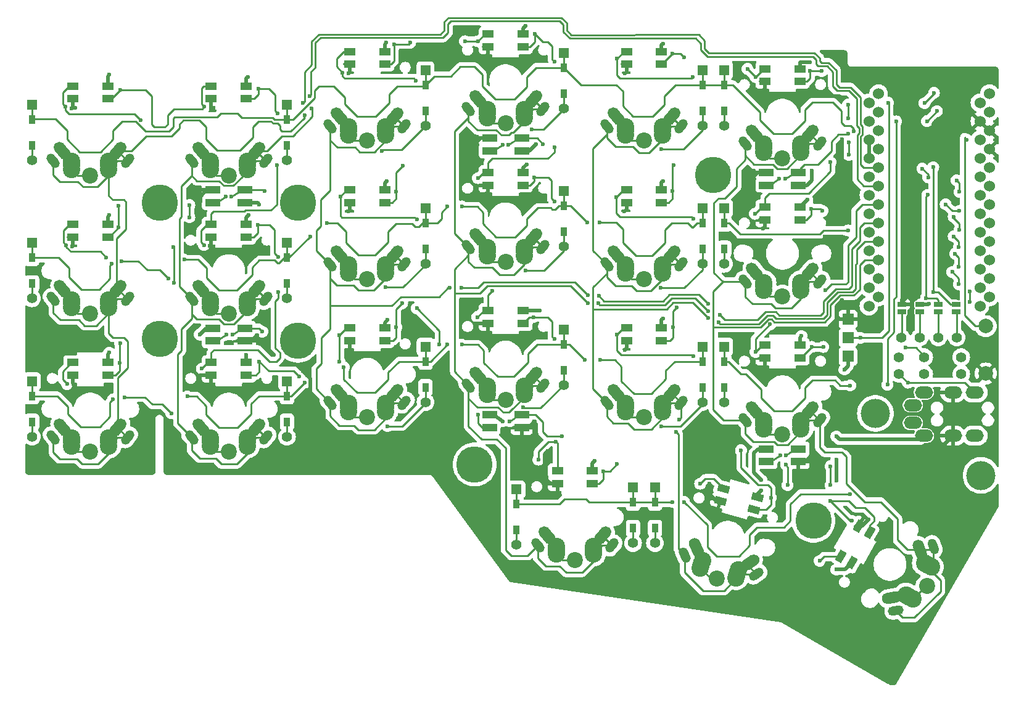
<source format=gbr>
G04 #@! TF.GenerationSoftware,KiCad,Pcbnew,8.0.8*
G04 #@! TF.CreationDate,2025-02-24T17:12:59+09:00*
G04 #@! TF.ProjectId,corne-classic,636f726e-652d-4636-9c61-737369632e6b,1.1*
G04 #@! TF.SameCoordinates,Original*
G04 #@! TF.FileFunction,Copper,L2,Bot*
G04 #@! TF.FilePolarity,Positive*
%FSLAX46Y46*%
G04 Gerber Fmt 4.6, Leading zero omitted, Abs format (unit mm)*
G04 Created by KiCad (PCBNEW 8.0.8) date 2025-02-24 17:12:59*
%MOMM*%
%LPD*%
G01*
G04 APERTURE LIST*
G04 Aperture macros list*
%AMHorizOval*
0 Thick line with rounded ends*
0 $1 width*
0 $2 $3 position (X,Y) of the first rounded end (center of the circle)*
0 $4 $5 position (X,Y) of the second rounded end (center of the circle)*
0 Add line between two ends*
20,1,$1,$2,$3,$4,$5,0*
0 Add two circle primitives to create the rounded ends*
1,1,$1,$2,$3*
1,1,$1,$4,$5*%
%AMRotRect*
0 Rectangle, with rotation*
0 The origin of the aperture is its center*
0 $1 length*
0 $2 width*
0 $3 Rotation angle, in degrees counterclockwise*
0 Add horizontal line*
21,1,$1,$2,0,0,$3*%
G04 Aperture macros list end*
G04 #@! TA.AperFunction,SMDPad,CuDef*
%ADD10R,0.950000X1.300000*%
G04 #@! TD*
G04 #@! TA.AperFunction,ComponentPad*
%ADD11R,1.397000X1.397000*%
G04 #@! TD*
G04 #@! TA.AperFunction,ComponentPad*
%ADD12C,1.397000*%
G04 #@! TD*
G04 #@! TA.AperFunction,SMDPad,CuDef*
%ADD13R,1.600000X1.000000*%
G04 #@! TD*
G04 #@! TA.AperFunction,SMDPad,CuDef*
%ADD14RotRect,1.600000X1.000000X345.000000*%
G04 #@! TD*
G04 #@! TA.AperFunction,SMDPad,CuDef*
%ADD15RotRect,1.600000X1.000000X240.000000*%
G04 #@! TD*
G04 #@! TA.AperFunction,ComponentPad*
%ADD16C,2.400000*%
G04 #@! TD*
G04 #@! TA.AperFunction,ComponentPad*
%ADD17HorizOval,1.250000X-0.305324X0.363871X0.305324X-0.363871X0*%
G04 #@! TD*
G04 #@! TA.AperFunction,ComponentPad*
%ADD18HorizOval,1.250000X-0.305324X-0.363871X0.305324X0.363871X0*%
G04 #@! TD*
G04 #@! TA.AperFunction,ComponentPad*
%ADD19HorizOval,1.550000X-0.401742X-0.478778X0.401742X0.478778X0*%
G04 #@! TD*
G04 #@! TA.AperFunction,ComponentPad*
%ADD20C,2.200000*%
G04 #@! TD*
G04 #@! TA.AperFunction,ComponentPad*
%ADD21HorizOval,1.550000X-0.401742X0.478778X0.401742X-0.478778X0*%
G04 #@! TD*
G04 #@! TA.AperFunction,ComponentPad*
%ADD22HorizOval,1.550000X-0.511970X-0.358485X0.511970X0.358485X0*%
G04 #@! TD*
G04 #@! TA.AperFunction,ComponentPad*
%ADD23HorizOval,1.250000X-0.200744X0.430496X0.200744X-0.430496X0*%
G04 #@! TD*
G04 #@! TA.AperFunction,ComponentPad*
%ADD24HorizOval,1.250000X-0.389097X-0.272449X0.389097X0.272449X0*%
G04 #@! TD*
G04 #@! TA.AperFunction,ComponentPad*
%ADD25HorizOval,1.550000X-0.264136X0.566442X0.264136X-0.566442X0*%
G04 #@! TD*
G04 #@! TA.AperFunction,ComponentPad*
%ADD26HorizOval,1.250000X0.162460X-0.446354X-0.162460X0.446354X0*%
G04 #@! TD*
G04 #@! TA.AperFunction,ComponentPad*
%ADD27HorizOval,1.250000X-0.467784X-0.082483X0.467784X0.082483X0*%
G04 #@! TD*
G04 #@! TA.AperFunction,ComponentPad*
%ADD28HorizOval,1.550000X0.213763X-0.587308X-0.213763X0.587308X0*%
G04 #@! TD*
G04 #@! TA.AperFunction,ComponentPad*
%ADD29HorizOval,1.550000X-0.615505X-0.108530X0.615505X0.108530X0*%
G04 #@! TD*
G04 #@! TA.AperFunction,ComponentPad*
%ADD30C,1.524000*%
G04 #@! TD*
G04 #@! TA.AperFunction,ComponentPad*
%ADD31C,4.000000*%
G04 #@! TD*
G04 #@! TA.AperFunction,ComponentPad*
%ADD32C,5.000000*%
G04 #@! TD*
G04 #@! TA.AperFunction,SMDPad,CuDef*
%ADD33R,1.524000X1.524000*%
G04 #@! TD*
G04 #@! TA.AperFunction,ComponentPad*
%ADD34O,2.500000X1.700000*%
G04 #@! TD*
G04 #@! TA.AperFunction,ComponentPad*
%ADD35C,2.000000*%
G04 #@! TD*
G04 #@! TA.AperFunction,SMDPad,CuDef*
%ADD36R,2.000000X1.000000*%
G04 #@! TD*
G04 #@! TA.AperFunction,SMDPad,CuDef*
%ADD37R,1.143000X0.635000*%
G04 #@! TD*
G04 #@! TA.AperFunction,ViaPad*
%ADD38C,0.600000*%
G04 #@! TD*
G04 #@! TA.AperFunction,Conductor*
%ADD39C,0.250000*%
G04 #@! TD*
G04 #@! TA.AperFunction,Conductor*
%ADD40C,0.500000*%
G04 #@! TD*
G04 APERTURE END LIST*
D10*
X62000000Y-75350000D03*
D11*
X62000000Y-73315000D03*
D10*
X62000000Y-78900000D03*
D12*
X62000000Y-80935000D03*
D10*
X97000000Y-75350000D03*
D11*
X97000000Y-73315000D03*
D10*
X97000000Y-78900000D03*
D12*
X97000000Y-80935000D03*
D10*
X116000000Y-70600000D03*
D11*
X116000000Y-68565000D03*
D12*
X116000000Y-76185000D03*
D10*
X116000000Y-74150000D03*
X135000000Y-68225000D03*
D11*
X135000000Y-66190000D03*
D12*
X135000000Y-73810000D03*
D10*
X135000000Y-71775000D03*
D11*
X154000000Y-68565000D03*
D10*
X154000000Y-70600000D03*
D12*
X154000000Y-76185000D03*
D10*
X154000000Y-74150000D03*
X157000000Y-70600000D03*
D11*
X157000000Y-68565000D03*
D10*
X157000000Y-74150000D03*
D12*
X157000000Y-76185000D03*
D11*
X62000000Y-92315000D03*
D10*
X62000000Y-94350000D03*
X62000000Y-97900000D03*
D12*
X62000000Y-99935000D03*
D11*
X97000000Y-92315000D03*
D10*
X97000000Y-94350000D03*
D12*
X97000000Y-99935000D03*
D10*
X97000000Y-97900000D03*
D11*
X116000000Y-87565000D03*
D10*
X116000000Y-89600000D03*
D12*
X116000000Y-95185000D03*
D10*
X116000000Y-93150000D03*
D11*
X135000000Y-85190000D03*
D10*
X135000000Y-87225000D03*
X135000000Y-90775000D03*
D12*
X135000000Y-92810000D03*
D11*
X154000000Y-87565000D03*
D10*
X154000000Y-89600000D03*
D12*
X154000000Y-95185000D03*
D10*
X154000000Y-93150000D03*
D11*
X157000000Y-87565000D03*
D10*
X157000000Y-89600000D03*
X157000000Y-93150000D03*
D12*
X157000000Y-95185000D03*
D11*
X62000000Y-111315000D03*
D10*
X62000000Y-113350000D03*
D12*
X62000000Y-118935000D03*
D10*
X62000000Y-116900000D03*
X97000000Y-113350000D03*
D11*
X97000000Y-111315000D03*
D10*
X97000000Y-116900000D03*
D12*
X97000000Y-118935000D03*
D10*
X116000000Y-108600000D03*
D11*
X116000000Y-106565000D03*
D12*
X116000000Y-114185000D03*
D10*
X116000000Y-112150000D03*
D11*
X135000000Y-104190000D03*
D10*
X135000000Y-106225000D03*
D12*
X135000000Y-111810000D03*
D10*
X135000000Y-109775000D03*
D11*
X154000000Y-106565000D03*
D10*
X154000000Y-108600000D03*
X154000000Y-112150000D03*
D12*
X154000000Y-114185000D03*
D10*
X157000000Y-108600000D03*
D11*
X157000000Y-106565000D03*
D12*
X157000000Y-114185000D03*
D10*
X157000000Y-112150000D03*
X128500000Y-128225000D03*
D11*
X128500000Y-126190000D03*
D10*
X128500000Y-131775000D03*
D12*
X128500000Y-133810000D03*
D11*
X144500000Y-125940000D03*
D10*
X144500000Y-127975000D03*
X144500000Y-131525000D03*
D12*
X144500000Y-133560000D03*
D10*
X147500000Y-127975000D03*
D11*
X147500000Y-125940000D03*
D12*
X147500000Y-133560000D03*
D10*
X147500000Y-131525000D03*
D13*
X67600000Y-70750000D03*
X67600000Y-72500000D03*
X72400000Y-72500000D03*
X72400000Y-70750000D03*
X86600000Y-70750000D03*
X86600000Y-72500000D03*
X91400000Y-72500000D03*
X91400000Y-70750000D03*
X105600000Y-66000000D03*
X105600000Y-67750000D03*
X110400000Y-67750000D03*
X110400000Y-66000000D03*
X124600000Y-63625000D03*
X124600000Y-65375000D03*
X129400000Y-65375000D03*
X129400000Y-63625000D03*
X143600000Y-66000000D03*
X143600000Y-67750000D03*
X148400000Y-67750000D03*
X148400000Y-66000000D03*
X162600000Y-68375000D03*
X162600000Y-70125000D03*
X167400000Y-70125000D03*
X167400000Y-68375000D03*
X67600000Y-89750000D03*
X67600000Y-91500000D03*
X72400000Y-91500000D03*
X72400000Y-89750000D03*
X86600000Y-89750000D03*
X86600000Y-91500000D03*
X91400000Y-91500000D03*
X91400000Y-89750000D03*
X105600000Y-85000000D03*
X105600000Y-86750000D03*
X110400000Y-86750000D03*
X110400000Y-85000000D03*
X124600000Y-82625000D03*
X124600000Y-84375000D03*
X129400000Y-84375000D03*
X129400000Y-82625000D03*
X143600000Y-85000000D03*
X143600000Y-86750000D03*
X148400000Y-86750000D03*
X148400000Y-85000000D03*
X162600000Y-87375000D03*
X162600000Y-89125000D03*
X167400000Y-89125000D03*
X167400000Y-87375000D03*
X67600000Y-108750000D03*
X67600000Y-110500000D03*
X72400000Y-110500000D03*
X72400000Y-108750000D03*
X86600000Y-108750000D03*
X86600000Y-110500000D03*
X91400000Y-110500000D03*
X91400000Y-108750000D03*
X105600000Y-104000000D03*
X105600000Y-105750000D03*
X110400000Y-105750000D03*
X110400000Y-104000000D03*
X124600000Y-101625000D03*
X124600000Y-103375000D03*
X129400000Y-103375000D03*
X129400000Y-101625000D03*
X143600000Y-104000000D03*
X143600000Y-105750000D03*
X148400000Y-105750000D03*
X148400000Y-104000000D03*
X162600000Y-106375000D03*
X162600000Y-108125000D03*
X167400000Y-108125000D03*
X167400000Y-106375000D03*
X134100000Y-123625000D03*
X134100000Y-125375000D03*
X138900000Y-125375000D03*
X138900000Y-123625000D03*
D14*
X156908245Y-126033649D03*
X156455311Y-127724019D03*
X161091755Y-128966351D03*
X161544689Y-127275981D03*
D15*
X176957772Y-132109039D03*
X175442228Y-131234039D03*
X173042228Y-135390961D03*
X174557772Y-136265961D03*
D16*
X72540000Y-82205000D03*
D17*
X64900000Y-81025000D03*
D18*
X75100000Y-81025000D03*
D19*
X73810000Y-79665000D03*
D16*
X72540000Y-81125000D03*
X72540000Y-81625000D03*
X67460000Y-81125000D03*
D20*
X70000000Y-83025000D03*
D16*
X67460000Y-82205000D03*
D21*
X66190000Y-79665000D03*
D16*
X67460000Y-81625000D03*
D18*
X94100000Y-81025000D03*
D17*
X83900000Y-81025000D03*
D19*
X92810000Y-79665000D03*
D16*
X91540000Y-81625000D03*
X91540000Y-81125000D03*
X91540000Y-82205000D03*
D21*
X85190000Y-79665000D03*
D20*
X89000000Y-83025000D03*
D16*
X86460000Y-82205000D03*
X86460000Y-81625000D03*
X86460000Y-81125000D03*
X110540000Y-77455000D03*
X110540000Y-76875000D03*
D19*
X111810000Y-74915000D03*
D16*
X110540000Y-76375000D03*
D17*
X102900000Y-76275000D03*
D18*
X113100000Y-76275000D03*
D16*
X105460000Y-76375000D03*
D20*
X108000000Y-78275000D03*
D21*
X104190000Y-74915000D03*
D16*
X105460000Y-77455000D03*
X105460000Y-76875000D03*
X129540000Y-74000000D03*
D18*
X132100000Y-73900000D03*
D17*
X121900000Y-73900000D03*
D16*
X129540000Y-75080000D03*
D19*
X130810000Y-72540000D03*
D16*
X129540000Y-74500000D03*
X124460000Y-74000000D03*
D20*
X127000000Y-75900000D03*
D21*
X123190000Y-72540000D03*
D16*
X124460000Y-75080000D03*
X124460000Y-74500000D03*
X148540000Y-76375000D03*
X148540000Y-76875000D03*
X148540000Y-77455000D03*
D17*
X140900000Y-76275000D03*
D18*
X151100000Y-76275000D03*
D19*
X149810000Y-74915000D03*
D16*
X143460000Y-77455000D03*
X143460000Y-76375000D03*
D20*
X146000000Y-78275000D03*
D16*
X143460000Y-76875000D03*
D21*
X142190000Y-74915000D03*
D16*
X167540000Y-79830000D03*
X167540000Y-78750000D03*
D19*
X168810000Y-77290000D03*
D16*
X167540000Y-79250000D03*
D18*
X170100000Y-78650000D03*
D17*
X159900000Y-78650000D03*
D20*
X165000000Y-80650000D03*
D16*
X162460000Y-79250000D03*
D21*
X161190000Y-77290000D03*
D16*
X162460000Y-79830000D03*
X162460000Y-78750000D03*
D17*
X64900000Y-100025000D03*
D18*
X75100000Y-100025000D03*
D16*
X72540000Y-100125000D03*
D19*
X73810000Y-98665000D03*
D16*
X72540000Y-101205000D03*
X72540000Y-100625000D03*
X67460000Y-101205000D03*
D21*
X66190000Y-98665000D03*
D16*
X67460000Y-100625000D03*
X67460000Y-100125000D03*
D20*
X70000000Y-102025000D03*
D18*
X94100000Y-100025000D03*
D16*
X91540000Y-100125000D03*
D17*
X83900000Y-100025000D03*
D16*
X91540000Y-100625000D03*
D19*
X92810000Y-98665000D03*
D16*
X91540000Y-101205000D03*
X86460000Y-101205000D03*
D21*
X85190000Y-98665000D03*
D20*
X89000000Y-102025000D03*
D16*
X86460000Y-100125000D03*
X86460000Y-100625000D03*
D17*
X102900000Y-95275000D03*
D18*
X113100000Y-95275000D03*
D16*
X110540000Y-96455000D03*
X110540000Y-95375000D03*
X110540000Y-95875000D03*
D19*
X111810000Y-93915000D03*
D20*
X108000000Y-97275000D03*
D16*
X105460000Y-95875000D03*
D21*
X104190000Y-93915000D03*
D16*
X105460000Y-95375000D03*
X105460000Y-96455000D03*
D18*
X132100000Y-92900000D03*
D19*
X130810000Y-91540000D03*
D16*
X129540000Y-93500000D03*
D17*
X121900000Y-92900000D03*
D16*
X129540000Y-93000000D03*
X129540000Y-94080000D03*
D20*
X127000000Y-94900000D03*
D16*
X124460000Y-93500000D03*
X124460000Y-93000000D03*
D21*
X123190000Y-91540000D03*
D16*
X124460000Y-94080000D03*
X148540000Y-95375000D03*
D17*
X140900000Y-95275000D03*
D19*
X149810000Y-93915000D03*
D16*
X148540000Y-95875000D03*
D18*
X151100000Y-95275000D03*
D16*
X148540000Y-96455000D03*
D20*
X146000000Y-97275000D03*
D16*
X143460000Y-96455000D03*
D21*
X142190000Y-93915000D03*
D16*
X143460000Y-95875000D03*
X143460000Y-95375000D03*
X167540000Y-97750000D03*
D19*
X168810000Y-96290000D03*
D17*
X159900000Y-97650000D03*
D18*
X170100000Y-97650000D03*
D16*
X167540000Y-98830000D03*
X167540000Y-98250000D03*
D20*
X165000000Y-99650000D03*
D16*
X162460000Y-97750000D03*
D21*
X161190000Y-96290000D03*
D16*
X162460000Y-98830000D03*
X162460000Y-98250000D03*
D19*
X73810000Y-117665000D03*
D17*
X64900000Y-119025000D03*
D16*
X72540000Y-120205000D03*
X72540000Y-119125000D03*
D18*
X75100000Y-119025000D03*
D16*
X72540000Y-119625000D03*
X67460000Y-119625000D03*
D20*
X70000000Y-121025000D03*
D16*
X67460000Y-119125000D03*
D21*
X66190000Y-117665000D03*
D16*
X67460000Y-120205000D03*
D17*
X83900000Y-119025000D03*
D18*
X94100000Y-119025000D03*
D16*
X91540000Y-120205000D03*
X91540000Y-119125000D03*
D19*
X92810000Y-117665000D03*
D16*
X91540000Y-119625000D03*
X86460000Y-119125000D03*
X86460000Y-120205000D03*
X86460000Y-119625000D03*
D20*
X89000000Y-121025000D03*
D21*
X85190000Y-117665000D03*
D17*
X102900000Y-114275000D03*
D16*
X110540000Y-115455000D03*
X110540000Y-114875000D03*
D18*
X113100000Y-114275000D03*
D19*
X111810000Y-112915000D03*
D16*
X110540000Y-114375000D03*
X105460000Y-114375000D03*
X105460000Y-115455000D03*
D21*
X104190000Y-112915000D03*
D20*
X108000000Y-116275000D03*
D16*
X105460000Y-114875000D03*
X129540000Y-113080000D03*
D17*
X121900000Y-111900000D03*
D16*
X129540000Y-112000000D03*
D18*
X132100000Y-111900000D03*
D19*
X130810000Y-110540000D03*
D16*
X129540000Y-112500000D03*
X124460000Y-112000000D03*
D21*
X123190000Y-110540000D03*
D20*
X127000000Y-113900000D03*
D16*
X124460000Y-112500000D03*
X124460000Y-113080000D03*
X148540000Y-114375000D03*
D19*
X149810000Y-112915000D03*
D16*
X148540000Y-114875000D03*
D17*
X140900000Y-114275000D03*
D16*
X148540000Y-115455000D03*
D18*
X151100000Y-114275000D03*
D21*
X142190000Y-112915000D03*
D16*
X143460000Y-114375000D03*
X143460000Y-114875000D03*
X143460000Y-115455000D03*
D20*
X146000000Y-116275000D03*
D16*
X167540000Y-117250000D03*
D18*
X170100000Y-116650000D03*
D16*
X167540000Y-117830000D03*
X167540000Y-116750000D03*
D19*
X168810000Y-115290000D03*
D17*
X159900000Y-116650000D03*
D16*
X162460000Y-117250000D03*
D21*
X161190000Y-115290000D03*
D16*
X162460000Y-116750000D03*
X162460000Y-117830000D03*
D20*
X165000000Y-118650000D03*
D16*
X139040000Y-134500000D03*
D17*
X131400000Y-133900000D03*
D16*
X139040000Y-135080000D03*
D18*
X141600000Y-133900000D03*
D16*
X139040000Y-134000000D03*
D19*
X140310000Y-132540000D03*
D16*
X133960000Y-134500000D03*
X133960000Y-135080000D03*
D21*
X132690000Y-132540000D03*
D20*
X136500000Y-135900000D03*
D16*
X133960000Y-134000000D03*
X158788766Y-137754067D03*
X158638651Y-138314304D03*
X158918175Y-137271104D03*
D22*
X160522777Y-136189552D03*
D23*
X151564384Y-135197134D03*
D24*
X161416827Y-137837088D03*
D16*
X154011272Y-135956303D03*
X153731748Y-136999503D03*
D25*
X153162422Y-134217351D03*
D16*
X153881863Y-136439266D03*
D20*
X155972968Y-138448962D03*
D16*
X184484102Y-136300295D03*
X185419409Y-136840295D03*
D26*
X185677499Y-134033270D03*
D27*
X180577499Y-142866730D03*
D16*
X184917113Y-136550295D03*
D28*
X183854705Y-134470443D03*
D20*
X184859550Y-139450000D03*
D29*
X180044705Y-141069557D03*
D16*
X181944102Y-140699705D03*
X182377114Y-140949705D03*
X182879409Y-141239705D03*
D30*
X176860000Y-73042000D03*
X193406400Y-71772000D03*
X193406400Y-74312000D03*
X176860000Y-75582000D03*
X193406400Y-76852000D03*
X176860000Y-78122000D03*
X176860000Y-80662000D03*
X193406400Y-79392000D03*
X176860000Y-83202000D03*
X193406400Y-81932000D03*
X193406400Y-84472000D03*
X176860000Y-85742000D03*
X193406400Y-87012000D03*
X176860000Y-88282000D03*
X193406400Y-89552000D03*
X176860000Y-90822000D03*
X193406400Y-92092000D03*
X176860000Y-93362000D03*
X176860000Y-95902000D03*
X193406400Y-94632000D03*
X193406400Y-97172000D03*
X176860000Y-98442000D03*
X176860000Y-100982000D03*
X193406400Y-99712000D03*
X178186400Y-99712000D03*
X192100000Y-100982000D03*
X192100000Y-98442000D03*
X178186400Y-97172000D03*
X192100000Y-95902000D03*
X178186400Y-94632000D03*
X192100000Y-93362000D03*
X178186400Y-92092000D03*
X192100000Y-90822000D03*
X178186400Y-89552000D03*
X178186400Y-87012000D03*
X192100000Y-88282000D03*
X192100000Y-85742000D03*
X178186400Y-84472000D03*
X178186400Y-81932000D03*
X192100000Y-83202000D03*
X192100000Y-80662000D03*
X178186400Y-79392000D03*
X192100000Y-78122000D03*
X178186400Y-76852000D03*
X192100000Y-75582000D03*
X178186400Y-74312000D03*
X178186400Y-71772000D03*
X192100000Y-73042000D03*
D12*
X189540000Y-108000000D03*
X184460000Y-108000000D03*
X189540000Y-110300000D03*
X184460000Y-110300000D03*
D31*
X177750000Y-115750000D03*
X192250000Y-124250000D03*
D32*
X79500000Y-86750000D03*
X79500000Y-105500000D03*
X98500000Y-86750000D03*
X98500000Y-105750000D03*
X155500000Y-83000000D03*
X122750000Y-122750000D03*
X169250000Y-130500000D03*
D33*
X174000000Y-102820000D03*
X174000000Y-105360000D03*
X174000000Y-107900000D03*
D12*
X181300000Y-105300000D03*
X183840000Y-105300000D03*
X186380000Y-105300000D03*
X188920000Y-105300000D03*
X181000000Y-108000000D03*
X181000000Y-110300000D03*
D34*
X182900000Y-114600000D03*
X182900000Y-117050000D03*
X191400000Y-118800000D03*
X191400000Y-112850000D03*
X188400000Y-118800000D03*
X188400000Y-112850000D03*
X184400000Y-112850000D03*
X184400000Y-118800000D03*
D35*
X192900000Y-103750000D03*
X192900000Y-110250000D03*
D36*
X86800000Y-86775000D03*
X86800000Y-85025000D03*
X91200000Y-85025000D03*
X91200000Y-86775000D03*
X124800000Y-79675000D03*
X124800000Y-77925000D03*
X129200000Y-77925000D03*
X129200000Y-79675000D03*
X162800000Y-84375000D03*
X162800000Y-82625000D03*
X167200000Y-82625000D03*
X167200000Y-84375000D03*
X91200000Y-104025000D03*
X91200000Y-105775000D03*
X86800000Y-105775000D03*
X86800000Y-104025000D03*
X129200000Y-115925000D03*
X129200000Y-117675000D03*
X124800000Y-117675000D03*
X124800000Y-115925000D03*
X167200000Y-120625000D03*
X167200000Y-122375000D03*
X162800000Y-122375000D03*
X162800000Y-120625000D03*
D37*
X188875000Y-100749620D03*
X188875000Y-101750380D03*
X186375000Y-100749620D03*
X186375000Y-101750380D03*
X183875000Y-100749620D03*
X183875000Y-101750380D03*
X181375000Y-100749620D03*
X181375000Y-101750380D03*
D38*
X174100000Y-78500000D03*
X174100000Y-80200000D03*
X174800000Y-77000000D03*
X74300000Y-94800000D03*
X82900000Y-94600000D03*
X100200000Y-91400000D03*
X139900000Y-89500000D03*
X119000000Y-87300000D03*
X174000000Y-90600000D03*
X72900000Y-95200000D03*
X138200000Y-89500000D03*
X80700000Y-97200000D03*
X102500000Y-89600000D03*
X121000000Y-87300000D03*
X174300000Y-111900000D03*
X81100000Y-115700000D03*
X137900000Y-108400000D03*
X83300000Y-113400000D03*
X99400000Y-111500000D03*
X104800000Y-109400000D03*
X73100000Y-113800000D03*
X74700000Y-113500000D03*
X119000000Y-106300000D03*
X121000000Y-106300000D03*
X140000000Y-108400000D03*
X110000000Y-79700000D03*
X149900000Y-127900000D03*
X174300000Y-126800000D03*
X151500000Y-127900000D03*
X130600000Y-76700000D03*
X148400000Y-79400000D03*
X110500000Y-98400000D03*
X129700000Y-96100000D03*
X148300000Y-98500000D03*
X110800000Y-117500000D03*
X129400000Y-114900000D03*
X148400000Y-117500000D03*
X85200000Y-110500000D03*
X105400000Y-69000000D03*
X173200000Y-80700000D03*
X85100000Y-85900000D03*
X92900000Y-105000000D03*
X99200000Y-109900000D03*
X86540000Y-73730000D03*
X173200000Y-91400000D03*
X173200000Y-72500000D03*
X171000000Y-110200000D03*
X124300000Y-66600000D03*
X86400000Y-92700000D03*
X173400000Y-120300000D03*
X67700000Y-111700000D03*
X186082000Y-75582000D03*
X143400000Y-69000000D03*
X132800000Y-120900000D03*
X67400000Y-73800000D03*
X185700000Y-79400000D03*
X95200000Y-107700000D03*
X143400000Y-107000000D03*
X143300000Y-88000000D03*
X170800000Y-91400000D03*
X170900000Y-72100000D03*
X161000000Y-86300000D03*
X124400000Y-85500000D03*
X123000000Y-81600000D03*
X155000000Y-125400000D03*
X183600000Y-98200000D03*
X84800000Y-88700000D03*
X173200000Y-78100000D03*
X105600000Y-106900000D03*
X157300000Y-120900000D03*
X173300000Y-111100000D03*
X155000000Y-122500000D03*
X131000000Y-116800000D03*
X162300000Y-71400000D03*
X162600000Y-109300000D03*
X161000000Y-83900000D03*
X123000000Y-78500000D03*
X67500000Y-92800000D03*
X162300000Y-90300000D03*
X173200000Y-100200000D03*
X100200000Y-112500000D03*
X105400000Y-88000000D03*
X169200000Y-121300000D03*
X176800000Y-130300000D03*
X122900000Y-103400000D03*
X132400000Y-124600000D03*
X72600000Y-69200000D03*
X126575000Y-116825000D03*
X148600000Y-83800000D03*
X168400000Y-86400000D03*
X110600000Y-64800000D03*
X110700000Y-83800000D03*
X169000000Y-82400000D03*
X129900000Y-81500000D03*
X91400000Y-107700000D03*
X148600000Y-102700000D03*
X91700000Y-88500000D03*
X72600000Y-107400000D03*
X129700000Y-62500000D03*
X139200000Y-122300000D03*
X131700000Y-101600000D03*
X185100000Y-100700000D03*
X168800000Y-67500000D03*
X161100000Y-121500000D03*
X172400000Y-118900000D03*
X110800000Y-102900000D03*
X91600000Y-69500000D03*
X72600000Y-88500000D03*
X167600000Y-105100000D03*
X173500000Y-109700000D03*
X162100000Y-124900000D03*
X172400000Y-137200000D03*
X131200000Y-78700000D03*
X148600000Y-64900000D03*
X172400000Y-122100000D03*
X172400000Y-125000000D03*
X85000000Y-104900000D03*
X93200000Y-87000000D03*
X162100000Y-126300000D03*
X99400000Y-74800000D03*
X185000000Y-83300000D03*
X184200000Y-82100000D03*
X99200000Y-73100000D03*
X100100000Y-72100000D03*
X189300000Y-85300000D03*
X188900000Y-83700000D03*
X100400000Y-73800000D03*
X139800000Y-99600000D03*
X138300000Y-99500000D03*
X154800000Y-100700000D03*
X120900000Y-98500000D03*
X170900000Y-98800000D03*
X119300000Y-98500000D03*
X187400000Y-87000000D03*
X189300000Y-87900000D03*
X154800000Y-101700000D03*
X156400000Y-102200000D03*
X189300000Y-90500000D03*
X188500000Y-88700000D03*
X139700000Y-100600000D03*
X138300000Y-100600000D03*
X188500000Y-91400000D03*
X150400000Y-118300000D03*
X150800000Y-116600000D03*
X154800000Y-102600000D03*
X189200000Y-92900000D03*
X156200000Y-103200000D03*
X188700000Y-93800000D03*
X189200000Y-95600000D03*
X174000000Y-73300000D03*
X174000000Y-75200000D03*
X174000000Y-77300000D03*
X175700000Y-105360000D03*
X165375000Y-83525000D03*
X184500000Y-73100000D03*
X185800000Y-71700000D03*
X179500000Y-73042000D03*
X184818000Y-75582000D03*
X180600000Y-75600000D03*
X179400000Y-111800000D03*
X186200000Y-74200000D03*
X85640000Y-73600000D03*
X74100000Y-71300000D03*
X73900000Y-87200000D03*
X76900000Y-75400000D03*
X66600000Y-73600000D03*
X73900000Y-90200000D03*
X121400000Y-64600000D03*
X113900000Y-64800000D03*
X123200000Y-64600000D03*
X111700000Y-65000000D03*
X133700000Y-67400000D03*
X133700000Y-79200000D03*
X123200000Y-83400000D03*
X131000000Y-63600000D03*
X142200000Y-86000000D03*
X150500000Y-101200000D03*
X152800000Y-89000000D03*
X150000000Y-103900000D03*
X66800000Y-111700000D03*
X104200000Y-105000000D03*
X93200000Y-108600000D03*
X98700000Y-110700000D03*
X104200000Y-108600000D03*
X123100000Y-102500000D03*
X130900000Y-83300000D03*
X133700000Y-86600000D03*
X125200000Y-98900000D03*
X161200000Y-88300000D03*
X168800000Y-68700000D03*
X170400000Y-68700000D03*
X171600000Y-81200000D03*
X66700000Y-92600000D03*
X72200000Y-94300000D03*
X74000000Y-108800000D03*
X74100000Y-106100000D03*
X112000000Y-103900000D03*
X104300000Y-85900000D03*
X114800000Y-89100000D03*
X112800000Y-100600000D03*
X130800000Y-102500000D03*
X133700000Y-105500000D03*
X133900000Y-119600000D03*
X131500000Y-122100000D03*
X190300000Y-78122000D03*
X184700000Y-99900000D03*
X184900000Y-85700000D03*
X181900000Y-106700000D03*
X185700000Y-99100000D03*
X185700000Y-81900000D03*
X160200000Y-68400000D03*
X161300000Y-69500000D03*
X151500000Y-66800000D03*
X149900000Y-66300000D03*
X188300000Y-96300000D03*
X189200000Y-98000000D03*
X190700000Y-100400000D03*
X190700000Y-99000000D03*
X95600000Y-81600000D03*
X85600000Y-92600000D03*
X95700000Y-74500000D03*
X93100000Y-71100000D03*
X104600000Y-68900000D03*
X112000000Y-85300000D03*
X114700000Y-70000000D03*
X112900000Y-81700000D03*
X149900000Y-85200000D03*
X142300000Y-67000000D03*
X150100000Y-81600000D03*
X152700000Y-69500000D03*
X93000000Y-89800000D03*
X85300000Y-109600000D03*
X95800000Y-99100000D03*
X95800000Y-94200000D03*
X168900000Y-87600000D03*
X163300000Y-103500000D03*
X170500000Y-87900000D03*
X161300000Y-107300000D03*
X142300000Y-104900000D03*
X159300000Y-120800000D03*
X163400000Y-127300000D03*
X152800000Y-107900000D03*
X174500000Y-130500000D03*
X170600000Y-106600000D03*
X171600000Y-123000000D03*
X169000000Y-106600000D03*
X171600000Y-127800000D03*
X171600000Y-125600000D03*
X142300000Y-122700000D03*
X153700000Y-125400000D03*
X140400000Y-123700000D03*
X182200000Y-111500000D03*
X165500000Y-122800000D03*
X165700000Y-125600000D03*
X165500000Y-121525000D03*
X170100000Y-136000000D03*
X93900000Y-85200000D03*
X126575000Y-78850000D03*
X89375000Y-85925000D03*
X81400000Y-92900000D03*
X88700000Y-104900000D03*
X88575000Y-85975000D03*
X83600000Y-88800000D03*
X83600000Y-87100000D03*
X81500000Y-97800000D03*
X127375000Y-78825000D03*
X164575000Y-83500000D03*
X132100000Y-78700000D03*
X89550000Y-104900000D03*
X93600000Y-104500000D03*
X123225000Y-115925000D03*
X117900000Y-106300000D03*
X114800000Y-101300000D03*
X134700000Y-118900000D03*
X127575000Y-116825000D03*
X164700000Y-121525000D03*
D39*
X66800000Y-76900000D02*
X66800000Y-78100000D01*
X66800000Y-78100000D02*
X68500000Y-79800000D01*
X68500000Y-79800000D02*
X71400000Y-79800000D01*
X71400000Y-79800000D02*
X73100000Y-78100000D01*
X73100000Y-78100000D02*
X73100000Y-76900000D01*
X73100000Y-76900000D02*
X74400000Y-75600000D01*
X74400000Y-75600000D02*
X76200000Y-75600000D01*
X76200000Y-75600000D02*
X77600000Y-77000000D01*
X77600000Y-77000000D02*
X80800000Y-77000000D01*
X80800000Y-77000000D02*
X81400000Y-76400000D01*
X81400000Y-76400000D02*
X81400000Y-75200000D01*
X81400000Y-75200000D02*
X81600000Y-75000000D01*
X81600000Y-75000000D02*
X87400000Y-75000000D01*
X87400000Y-75000000D02*
X87900000Y-74500000D01*
X87900000Y-74500000D02*
X90200000Y-74500000D01*
X90200000Y-74500000D02*
X90800000Y-75100000D01*
X90800000Y-75100000D02*
X95000000Y-75100000D01*
X95000000Y-75100000D02*
X95250000Y-75350000D01*
X97000000Y-75350000D02*
X95250000Y-75350000D01*
X65200000Y-75300000D02*
X62050000Y-75300000D01*
X62050000Y-75300000D02*
X62000000Y-75350000D01*
X97850000Y-75350000D02*
X100800000Y-72400000D01*
X100800000Y-72400000D02*
X100800000Y-71400000D01*
X100800000Y-71400000D02*
X101400000Y-70800000D01*
X101400000Y-70800000D02*
X103400000Y-70800000D01*
X103400000Y-70800000D02*
X104900000Y-72300000D01*
X104900000Y-72300000D02*
X104900000Y-73200000D01*
X104900000Y-73200000D02*
X106600000Y-74900000D01*
X106600000Y-74900000D02*
X109200000Y-74900000D01*
X109200000Y-74900000D02*
X111000000Y-73100000D01*
X111000000Y-73100000D02*
X111000000Y-71900000D01*
X111000000Y-71900000D02*
X112100000Y-70800000D01*
X112100000Y-70800000D02*
X115800000Y-70800000D01*
X115800000Y-70800000D02*
X116000000Y-70600000D01*
X131175000Y-68225000D02*
X129900000Y-69500000D01*
X129900000Y-69500000D02*
X129900000Y-70900000D01*
X129900000Y-70900000D02*
X128200000Y-72600000D01*
X128200000Y-72600000D02*
X125600000Y-72600000D01*
X125600000Y-72600000D02*
X123800000Y-70800000D01*
X123800000Y-70800000D02*
X123800000Y-69200000D01*
X123800000Y-69200000D02*
X122700000Y-68100000D01*
X122700000Y-68100000D02*
X120800000Y-68100000D01*
X120800000Y-68100000D02*
X119500000Y-69400000D01*
X119500000Y-69400000D02*
X117200000Y-69400000D01*
X117200000Y-69400000D02*
X116000000Y-70600000D01*
X150300000Y-70600000D02*
X148800000Y-72100000D01*
X148800000Y-72100000D02*
X148800000Y-73300000D01*
X148800000Y-73300000D02*
X147200000Y-74900000D01*
X147200000Y-74900000D02*
X144500000Y-74900000D01*
X144500000Y-74900000D02*
X143100000Y-73500000D01*
X143100000Y-73500000D02*
X143100000Y-71500000D01*
X143100000Y-71500000D02*
X142200000Y-70600000D01*
X142200000Y-70600000D02*
X137375000Y-70600000D01*
X137375000Y-70600000D02*
X135000000Y-68225000D01*
X158200000Y-70600000D02*
X161900000Y-74300000D01*
X161900000Y-74300000D02*
X161900000Y-75400000D01*
X161900000Y-75400000D02*
X163800000Y-77300000D01*
X163800000Y-77300000D02*
X166300000Y-77300000D01*
X166300000Y-77300000D02*
X168100000Y-75500000D01*
X168100000Y-75500000D02*
X168100000Y-74000000D01*
X168100000Y-74000000D02*
X169100000Y-73000000D01*
X169100000Y-73000000D02*
X171900000Y-73000000D01*
X171900000Y-73000000D02*
X173100000Y-74200000D01*
X173100000Y-74200000D02*
X173100000Y-75800000D01*
X173100000Y-75800000D02*
X173500000Y-76200000D01*
X174100000Y-78500000D02*
X174100000Y-80200000D01*
X174400000Y-76200000D02*
X174800000Y-76600000D01*
X174800000Y-76600000D02*
X174800000Y-77000000D01*
X154000000Y-68565000D02*
X154000000Y-70600000D01*
X135000000Y-68225000D02*
X131175000Y-68225000D01*
X97000000Y-73315000D02*
X97000000Y-75350000D01*
X116000000Y-70600000D02*
X116000000Y-68565000D01*
X154000000Y-70600000D02*
X150300000Y-70600000D01*
X154000000Y-70600000D02*
X157000000Y-70600000D01*
X66800000Y-76900000D02*
X65200000Y-75300000D01*
X158200000Y-70600000D02*
X157000000Y-70600000D01*
X97000000Y-75350000D02*
X97850000Y-75350000D01*
X157000000Y-68565000D02*
X157000000Y-70600000D01*
X173500000Y-76200000D02*
X174400000Y-76200000D01*
X135000000Y-66190000D02*
X135000000Y-68225000D01*
X62000000Y-73315000D02*
X62000000Y-75350000D01*
X68280000Y-83025000D02*
X67460000Y-82205000D01*
X67460000Y-82205000D02*
X67460000Y-80935000D01*
X67460000Y-80935000D02*
X66190000Y-79665000D01*
X62000000Y-78900000D02*
X62000000Y-80935000D01*
X70000000Y-83025000D02*
X68280000Y-83025000D01*
X96650000Y-94350000D02*
X95900000Y-95100000D01*
X95900000Y-95100000D02*
X95700000Y-95100000D01*
X95700000Y-95100000D02*
X95300000Y-94700000D01*
X95300000Y-94700000D02*
X93200000Y-94700000D01*
X93200000Y-94700000D02*
X92200000Y-95700000D01*
X92200000Y-95700000D02*
X92200000Y-96700000D01*
X92200000Y-96700000D02*
X90100000Y-98800000D01*
X90100000Y-98800000D02*
X87700000Y-98800000D01*
X87700000Y-98800000D02*
X86000000Y-97100000D01*
X86000000Y-97100000D02*
X86000000Y-95800000D01*
X86000000Y-95800000D02*
X84800000Y-94600000D01*
X79500000Y-96000000D02*
X77800000Y-96000000D01*
X77800000Y-96000000D02*
X76600000Y-94800000D01*
X76600000Y-94800000D02*
X74300000Y-94800000D01*
X72900000Y-95200000D02*
X72700000Y-95400000D01*
X72700000Y-95400000D02*
X72700000Y-97200000D01*
X72700000Y-97200000D02*
X71200000Y-98700000D01*
X71200000Y-98700000D02*
X68800000Y-98700000D01*
X68800000Y-98700000D02*
X67100000Y-97000000D01*
X67100000Y-97000000D02*
X67100000Y-95800000D01*
X67100000Y-95800000D02*
X65650000Y-94350000D01*
X65650000Y-94350000D02*
X62000000Y-94350000D01*
X115600000Y-89600000D02*
X115100000Y-90100000D01*
X115100000Y-90100000D02*
X114600000Y-90100000D01*
X114600000Y-90100000D02*
X114200000Y-89700000D01*
X114200000Y-89700000D02*
X112000000Y-89700000D01*
X112000000Y-89700000D02*
X110900000Y-90800000D01*
X110900000Y-90800000D02*
X110900000Y-92200000D01*
X110900000Y-92200000D02*
X109100000Y-94000000D01*
X109100000Y-94000000D02*
X106800000Y-94000000D01*
X106800000Y-94000000D02*
X105100000Y-92300000D01*
X105100000Y-92300000D02*
X105100000Y-90800000D01*
X105100000Y-90800000D02*
X103900000Y-89600000D01*
X103900000Y-89600000D02*
X102500000Y-89600000D01*
X100200000Y-91400000D02*
X97250000Y-94350000D01*
X97250000Y-94350000D02*
X97000000Y-94350000D01*
X134275000Y-87225000D02*
X133800000Y-87700000D01*
X133800000Y-87700000D02*
X133400000Y-87700000D01*
X133400000Y-87700000D02*
X133200000Y-87500000D01*
X133200000Y-87500000D02*
X131400000Y-87500000D01*
X131400000Y-87500000D02*
X129900000Y-89000000D01*
X129900000Y-89000000D02*
X129900000Y-89900000D01*
X129900000Y-89900000D02*
X128300000Y-91500000D01*
X128300000Y-91500000D02*
X125700000Y-91500000D01*
X125700000Y-91500000D02*
X123900000Y-89700000D01*
X123900000Y-89700000D02*
X123900000Y-88100000D01*
X123900000Y-88100000D02*
X123100000Y-87300000D01*
X123100000Y-87300000D02*
X121000000Y-87300000D01*
X119000000Y-87300000D02*
X118200000Y-88100000D01*
X118200000Y-88100000D02*
X118200000Y-89000000D01*
X118200000Y-89000000D02*
X117600000Y-89600000D01*
X117600000Y-89600000D02*
X116000000Y-89600000D01*
X153300000Y-89600000D02*
X152700000Y-90200000D01*
X152700000Y-90200000D02*
X152600000Y-90200000D01*
X152600000Y-90200000D02*
X152000000Y-89600000D01*
X152000000Y-89600000D02*
X149800000Y-89600000D01*
X149800000Y-89600000D02*
X148900000Y-90500000D01*
X148900000Y-90500000D02*
X148900000Y-92300000D01*
X148900000Y-92300000D02*
X147100000Y-94100000D01*
X147100000Y-94100000D02*
X144900000Y-94100000D01*
X144900000Y-94100000D02*
X143100000Y-92300000D01*
X143100000Y-92300000D02*
X143100000Y-90400000D01*
X143100000Y-90400000D02*
X142200000Y-89500000D01*
X142200000Y-89500000D02*
X139900000Y-89500000D01*
X138200000Y-89500000D02*
X135925000Y-87225000D01*
X135925000Y-87225000D02*
X135000000Y-87225000D01*
X157700000Y-89600000D02*
X159200000Y-91100000D01*
X159200000Y-91100000D02*
X170100000Y-91100000D01*
X170100000Y-91100000D02*
X170600000Y-90600000D01*
X170600000Y-90600000D02*
X174000000Y-90600000D01*
X80700000Y-97200000D02*
X79500000Y-96000000D01*
X135000000Y-85190000D02*
X135000000Y-87225000D01*
X154000000Y-89600000D02*
X153300000Y-89600000D01*
X116000000Y-89600000D02*
X116000000Y-87565000D01*
X84800000Y-94600000D02*
X82900000Y-94600000D01*
X154000000Y-89600000D02*
X154000000Y-87565000D01*
X62000000Y-92315000D02*
X62000000Y-94350000D01*
X135000000Y-87225000D02*
X134275000Y-87225000D01*
X157000000Y-89600000D02*
X157700000Y-89600000D01*
X97000000Y-94350000D02*
X96650000Y-94350000D01*
X157000000Y-87565000D02*
X157000000Y-89600000D01*
X116000000Y-89600000D02*
X115600000Y-89600000D01*
X97000000Y-92315000D02*
X97000000Y-94350000D01*
X87280000Y-83025000D02*
X86460000Y-82205000D01*
X86460000Y-82205000D02*
X86460000Y-80935000D01*
X86460000Y-80935000D02*
X85190000Y-79665000D01*
X89000000Y-83025000D02*
X87280000Y-83025000D01*
X97000000Y-78900000D02*
X97000000Y-80935000D01*
X65450000Y-113350000D02*
X66900000Y-114800000D01*
X66900000Y-114800000D02*
X66900000Y-115800000D01*
X66900000Y-115800000D02*
X68700000Y-117600000D01*
X68700000Y-117600000D02*
X71300000Y-117600000D01*
X71300000Y-117600000D02*
X72700000Y-116200000D01*
X72700000Y-116200000D02*
X72700000Y-114200000D01*
X72700000Y-114200000D02*
X73100000Y-113800000D01*
X74700000Y-113500000D02*
X77500000Y-113500000D01*
X77500000Y-113500000D02*
X78500000Y-114500000D01*
X78500000Y-114500000D02*
X79900000Y-114500000D01*
X79900000Y-114500000D02*
X81100000Y-115700000D01*
X83300000Y-113400000D02*
X84600000Y-113400000D01*
X84600000Y-113400000D02*
X85900000Y-114700000D01*
X85900000Y-114700000D02*
X85900000Y-115900000D01*
X85900000Y-115900000D02*
X87700000Y-117700000D01*
X87700000Y-117700000D02*
X90200000Y-117700000D01*
X90200000Y-117700000D02*
X92100000Y-115800000D01*
X92100000Y-115800000D02*
X92100000Y-114400000D01*
X92100000Y-114400000D02*
X93150000Y-113350000D01*
X93150000Y-113350000D02*
X97000000Y-113350000D01*
X112400000Y-108600000D02*
X110900000Y-110100000D01*
X110900000Y-110100000D02*
X110900000Y-111100000D01*
X110900000Y-111100000D02*
X109100000Y-112900000D01*
X109100000Y-112900000D02*
X106600000Y-112900000D01*
X106600000Y-112900000D02*
X104800000Y-111100000D01*
X104800000Y-111100000D02*
X104800000Y-109400000D01*
X99400000Y-111500000D02*
X97550000Y-113350000D01*
X97550000Y-113350000D02*
X97000000Y-113350000D01*
X131375000Y-106225000D02*
X130100000Y-107500000D01*
X130100000Y-107500000D02*
X130100000Y-108700000D01*
X130100000Y-108700000D02*
X128100000Y-110700000D01*
X128100000Y-110700000D02*
X125900000Y-110700000D01*
X125900000Y-110700000D02*
X124000000Y-108800000D01*
X124000000Y-108800000D02*
X124000000Y-107100000D01*
X124000000Y-107100000D02*
X123200000Y-106300000D01*
X123200000Y-106300000D02*
X121000000Y-106300000D01*
X119000000Y-106300000D02*
X116700000Y-108600000D01*
X116700000Y-108600000D02*
X116000000Y-108600000D01*
X150200000Y-108600000D02*
X149000000Y-109800000D01*
X149000000Y-109800000D02*
X149000000Y-111000000D01*
X149000000Y-111000000D02*
X147000000Y-113000000D01*
X147000000Y-113000000D02*
X144600000Y-113000000D01*
X144600000Y-113000000D02*
X142900000Y-111300000D01*
X142900000Y-111300000D02*
X142900000Y-109300000D01*
X142900000Y-109300000D02*
X142000000Y-108400000D01*
X142000000Y-108400000D02*
X140000000Y-108400000D01*
X137900000Y-108400000D02*
X135725000Y-106225000D01*
X135725000Y-106225000D02*
X135000000Y-106225000D01*
X157600000Y-108600000D02*
X159300000Y-110300000D01*
X159300000Y-110300000D02*
X160000000Y-110300000D01*
X160000000Y-110300000D02*
X162100000Y-112400000D01*
X162100000Y-112400000D02*
X162100000Y-113600000D01*
X162100000Y-113600000D02*
X163900000Y-115400000D01*
X163900000Y-115400000D02*
X166300000Y-115400000D01*
X166300000Y-115400000D02*
X168100000Y-113600000D01*
X168100000Y-113600000D02*
X168100000Y-112200000D01*
X168100000Y-112200000D02*
X169100000Y-111200000D01*
X169100000Y-111200000D02*
X172200000Y-111200000D01*
X172200000Y-111200000D02*
X172900000Y-111900000D01*
X172900000Y-111900000D02*
X174300000Y-111900000D01*
X154000000Y-108600000D02*
X150200000Y-108600000D01*
X62000000Y-113350000D02*
X65450000Y-113350000D01*
X157000000Y-108600000D02*
X157600000Y-108600000D01*
X62000000Y-111315000D02*
X62000000Y-113350000D01*
X116000000Y-108600000D02*
X116000000Y-106565000D01*
X135000000Y-106225000D02*
X131375000Y-106225000D01*
X157000000Y-108600000D02*
X157000000Y-106565000D01*
X135000000Y-104190000D02*
X135000000Y-106225000D01*
X97000000Y-111315000D02*
X97000000Y-113350000D01*
X154000000Y-106565000D02*
X154000000Y-108600000D01*
X116000000Y-108600000D02*
X112400000Y-108600000D01*
X106280000Y-78275000D02*
X105460000Y-77455000D01*
X105460000Y-77455000D02*
X105460000Y-76185000D01*
X105460000Y-76185000D02*
X104190000Y-74915000D01*
X110000000Y-79700000D02*
X110200000Y-79500000D01*
X110200000Y-79500000D02*
X112685000Y-79500000D01*
X112685000Y-79500000D02*
X116000000Y-76185000D01*
X108000000Y-78275000D02*
X106280000Y-78275000D01*
X116000000Y-76185000D02*
X116000000Y-74150000D01*
X134375000Y-128225000D02*
X135100000Y-127500000D01*
X135100000Y-127500000D02*
X138000000Y-127500000D01*
X138000000Y-127500000D02*
X138475000Y-127975000D01*
X138475000Y-127975000D02*
X144500000Y-127975000D01*
X149825000Y-127975000D02*
X149900000Y-127900000D01*
X151500000Y-127900000D02*
X154700000Y-131100000D01*
X154700000Y-131100000D02*
X154700000Y-134100000D01*
X154700000Y-134100000D02*
X156000000Y-135400000D01*
X156000000Y-135400000D02*
X159000000Y-135400000D01*
X159000000Y-135400000D02*
X160500000Y-133900000D01*
X160500000Y-133900000D02*
X160500000Y-132400000D01*
X160500000Y-132400000D02*
X161500000Y-131400000D01*
X161500000Y-131400000D02*
X165200000Y-131400000D01*
X165200000Y-131400000D02*
X166100000Y-130500000D01*
X166100000Y-130500000D02*
X166100000Y-128200000D01*
X166100000Y-128200000D02*
X167500000Y-126800000D01*
X167500000Y-126800000D02*
X174300000Y-126800000D01*
X144500000Y-127975000D02*
X147500000Y-127975000D01*
X128500000Y-128225000D02*
X134375000Y-128225000D01*
X147500000Y-127975000D02*
X149825000Y-127975000D01*
X144500000Y-125940000D02*
X144500000Y-127975000D01*
X147500000Y-125940000D02*
X147500000Y-127975000D01*
X128500000Y-126190000D02*
X128500000Y-128225000D01*
X125280000Y-75900000D02*
X124460000Y-75080000D01*
X124460000Y-75080000D02*
X124460000Y-73810000D01*
X124460000Y-73810000D02*
X123190000Y-72540000D01*
X130600000Y-76700000D02*
X132200000Y-76700000D01*
X132200000Y-76700000D02*
X135000000Y-73900000D01*
X135000000Y-73900000D02*
X135000000Y-73810000D01*
X127000000Y-75900000D02*
X125280000Y-75900000D01*
X135000000Y-71775000D02*
X135000000Y-73810000D01*
X144280000Y-78275000D02*
X143460000Y-77455000D01*
X143460000Y-77455000D02*
X143460000Y-76185000D01*
X143460000Y-76185000D02*
X142190000Y-74915000D01*
X154000000Y-76800000D02*
X151400000Y-79400000D01*
X151400000Y-79400000D02*
X148400000Y-79400000D01*
X154000000Y-76185000D02*
X154000000Y-76800000D01*
X154000000Y-76185000D02*
X154000000Y-74150000D01*
X146000000Y-78275000D02*
X144280000Y-78275000D01*
X163280000Y-80650000D02*
X162460000Y-79830000D01*
X162460000Y-79830000D02*
X162460000Y-78560000D01*
X162460000Y-78560000D02*
X161190000Y-77290000D01*
X165000000Y-80650000D02*
X163280000Y-80650000D01*
X157000000Y-74150000D02*
X157000000Y-76185000D01*
X68280000Y-102025000D02*
X67460000Y-101205000D01*
X67460000Y-101205000D02*
X67460000Y-99935000D01*
X67460000Y-99935000D02*
X66190000Y-98665000D01*
X62000000Y-97900000D02*
X62000000Y-99935000D01*
X70000000Y-102025000D02*
X68280000Y-102025000D01*
X87280000Y-102025000D02*
X86460000Y-101205000D01*
X86460000Y-101205000D02*
X86460000Y-99935000D01*
X86460000Y-99935000D02*
X85190000Y-98665000D01*
X97000000Y-97900000D02*
X97000000Y-99935000D01*
X89000000Y-102025000D02*
X87280000Y-102025000D01*
X106280000Y-97275000D02*
X105460000Y-96455000D01*
X105460000Y-96455000D02*
X105460000Y-95185000D01*
X105460000Y-95185000D02*
X104190000Y-93915000D01*
X116000000Y-95300000D02*
X112900000Y-98400000D01*
X112900000Y-98400000D02*
X110500000Y-98400000D01*
X108000000Y-97275000D02*
X106280000Y-97275000D01*
X116000000Y-95185000D02*
X116000000Y-93150000D01*
X116000000Y-95185000D02*
X116000000Y-95300000D01*
X125280000Y-94900000D02*
X124460000Y-94080000D01*
X124460000Y-94080000D02*
X124460000Y-92810000D01*
X124460000Y-92810000D02*
X123190000Y-91540000D01*
X129700000Y-96100000D02*
X132300000Y-96100000D01*
X132300000Y-96100000D02*
X135000000Y-93400000D01*
X135000000Y-93400000D02*
X135000000Y-92810000D01*
X135000000Y-90775000D02*
X135000000Y-92810000D01*
X127000000Y-94900000D02*
X125280000Y-94900000D01*
X144280000Y-97275000D02*
X143460000Y-96455000D01*
X143460000Y-96455000D02*
X143460000Y-95185000D01*
X143460000Y-95185000D02*
X142190000Y-93915000D01*
X148300000Y-98500000D02*
X151500000Y-98500000D01*
X151500000Y-98500000D02*
X154000000Y-96000000D01*
X154000000Y-96000000D02*
X154000000Y-95185000D01*
X154000000Y-95185000D02*
X154000000Y-93150000D01*
X146000000Y-97275000D02*
X144280000Y-97275000D01*
X163280000Y-99650000D02*
X162460000Y-98830000D01*
X162460000Y-98830000D02*
X162460000Y-97560000D01*
X162460000Y-97560000D02*
X161190000Y-96290000D01*
X157000000Y-93150000D02*
X157000000Y-95185000D01*
X165000000Y-99650000D02*
X163280000Y-99650000D01*
X68280000Y-121025000D02*
X67460000Y-120205000D01*
X67460000Y-120205000D02*
X67460000Y-118935000D01*
X67460000Y-118935000D02*
X66190000Y-117665000D01*
X70000000Y-121025000D02*
X68280000Y-121025000D01*
X62000000Y-116900000D02*
X62000000Y-118935000D01*
X87280000Y-121025000D02*
X86460000Y-120205000D01*
X86460000Y-120205000D02*
X86460000Y-118935000D01*
X86460000Y-118935000D02*
X85190000Y-117665000D01*
X97000000Y-116900000D02*
X97000000Y-118935000D01*
X89000000Y-121025000D02*
X87280000Y-121025000D01*
X106280000Y-116275000D02*
X105460000Y-115455000D01*
X105460000Y-115455000D02*
X105460000Y-114185000D01*
X105460000Y-114185000D02*
X104190000Y-112915000D01*
X110800000Y-117500000D02*
X112800000Y-117500000D01*
X112800000Y-117500000D02*
X116000000Y-114300000D01*
X116000000Y-114300000D02*
X116000000Y-114185000D01*
X116000000Y-114185000D02*
X116000000Y-112150000D01*
X108000000Y-116275000D02*
X106280000Y-116275000D01*
X125280000Y-113900000D02*
X124460000Y-113080000D01*
X124460000Y-113080000D02*
X124460000Y-111810000D01*
X124460000Y-111810000D02*
X123190000Y-110540000D01*
X129400000Y-114900000D02*
X129500000Y-115000000D01*
X129500000Y-115000000D02*
X131810000Y-115000000D01*
X131810000Y-115000000D02*
X135000000Y-111810000D01*
X135000000Y-109775000D02*
X135000000Y-111810000D01*
X127000000Y-113900000D02*
X125280000Y-113900000D01*
X144280000Y-116275000D02*
X143460000Y-115455000D01*
X143460000Y-115455000D02*
X143460000Y-114185000D01*
X143460000Y-114185000D02*
X142190000Y-112915000D01*
X148400000Y-117500000D02*
X151000000Y-117500000D01*
X151000000Y-117500000D02*
X154000000Y-114500000D01*
X154000000Y-114500000D02*
X154000000Y-114185000D01*
X146000000Y-116275000D02*
X144280000Y-116275000D01*
X154000000Y-112150000D02*
X154000000Y-114185000D01*
X163280000Y-118650000D02*
X162460000Y-117830000D01*
X162460000Y-117830000D02*
X162460000Y-116560000D01*
X162460000Y-116560000D02*
X161190000Y-115290000D01*
X165000000Y-118650000D02*
X163280000Y-118650000D01*
X157000000Y-114185000D02*
X157000000Y-112150000D01*
X134780000Y-135900000D02*
X133960000Y-135080000D01*
X133960000Y-135080000D02*
X133960000Y-133810000D01*
X133960000Y-133810000D02*
X132690000Y-132540000D01*
X136500000Y-135900000D02*
X134780000Y-135900000D01*
X128500000Y-131775000D02*
X128500000Y-133810000D01*
X155181207Y-138448962D02*
X154011272Y-137279027D01*
X154011272Y-137279027D02*
X154011272Y-135066201D01*
X154011272Y-135066201D02*
X153162422Y-134217351D01*
X144500000Y-131525000D02*
X144500000Y-133560000D01*
X155972968Y-138448962D02*
X155181207Y-138448962D01*
X184669114Y-139450000D02*
X182879409Y-141239705D01*
X182879409Y-141239705D02*
X182484102Y-141239705D01*
X182484102Y-141239705D02*
X181944102Y-140699705D01*
X181944102Y-140699705D02*
X180414557Y-140699705D01*
X180414557Y-140699705D02*
X180044705Y-141069557D01*
X147500000Y-131525000D02*
X147500000Y-133560000D01*
X184859550Y-139450000D02*
X184669114Y-139450000D01*
D40*
X162025000Y-70125000D02*
X162600000Y-70125000D01*
X123975000Y-65375000D02*
X124600000Y-65375000D01*
X67000000Y-91500000D02*
X67600000Y-91500000D01*
X67400000Y-73800000D02*
X67600000Y-73600000D01*
X67600000Y-73600000D02*
X67600000Y-72500000D01*
X105400000Y-69000000D02*
X105600000Y-68800000D01*
X105600000Y-68800000D02*
X105600000Y-67750000D01*
X124600000Y-66300000D02*
X124300000Y-66600000D01*
X143400000Y-69000000D02*
X143600000Y-68800000D01*
X143600000Y-68800000D02*
X143600000Y-67750000D01*
X162600000Y-71100000D02*
X162300000Y-71400000D01*
X173200000Y-78100000D02*
X173200000Y-80700000D01*
X173200000Y-100200000D02*
X172400000Y-101000000D01*
X172400000Y-101000000D02*
X172400000Y-102300000D01*
X172400000Y-110200000D02*
X173300000Y-111100000D01*
X175034039Y-131234039D02*
X175442228Y-131234039D01*
X172400000Y-102300000D02*
X172400000Y-110200000D01*
X172400000Y-102400000D02*
X172820000Y-102820000D01*
X172820000Y-102820000D02*
X174000000Y-102820000D01*
X170800000Y-91400000D02*
X173200000Y-91400000D01*
X67500000Y-92800000D02*
X67600000Y-92700000D01*
X67600000Y-92700000D02*
X67600000Y-91500000D01*
X86600000Y-92500000D02*
X86400000Y-92700000D01*
X105400000Y-88000000D02*
X105600000Y-87800000D01*
X105600000Y-87800000D02*
X105600000Y-86750000D01*
X124600000Y-85300000D02*
X124400000Y-85500000D01*
X143300000Y-88000000D02*
X143600000Y-87700000D01*
X143600000Y-87700000D02*
X143600000Y-86750000D01*
X162600000Y-90000000D02*
X162300000Y-90300000D01*
X161000000Y-86300000D02*
X161000000Y-83900000D01*
X85200000Y-110500000D02*
X86600000Y-110500000D01*
X143400000Y-107000000D02*
X143600000Y-106800000D01*
X143600000Y-106800000D02*
X143600000Y-105750000D01*
X155924019Y-127724019D02*
X155000000Y-126800000D01*
X155000000Y-126800000D02*
X155000000Y-125400000D01*
X155700000Y-122500000D02*
X157300000Y-120900000D01*
X155700000Y-122500000D02*
X155000000Y-122500000D01*
X132400000Y-121300000D02*
X132800000Y-120900000D01*
X132400000Y-121300000D02*
X132400000Y-124600000D01*
X132400000Y-124600000D02*
X133175000Y-125375000D01*
X134100000Y-125375000D02*
X133175000Y-125375000D01*
X176800000Y-130300000D02*
X175865961Y-131234039D01*
X175865961Y-131234039D02*
X175442228Y-131234039D01*
X172800000Y-72100000D02*
X173200000Y-72500000D01*
X122925000Y-103375000D02*
X122900000Y-103400000D01*
D39*
X124275000Y-84375000D02*
X124600000Y-84375000D01*
D40*
X67600000Y-111600000D02*
X67700000Y-111700000D01*
X173700000Y-120600000D02*
X173400000Y-120300000D01*
X173700000Y-120600000D02*
X186600000Y-120600000D01*
X188400000Y-118800000D02*
X186600000Y-120600000D01*
X181375000Y-100425000D02*
X183600000Y-98200000D01*
X183600000Y-98200000D02*
X183600000Y-98200000D01*
X186082000Y-75582000D02*
X185700000Y-75964000D01*
X185700000Y-75964000D02*
X185700000Y-79400000D01*
X161000000Y-83200000D02*
X161575000Y-82625000D01*
X161575000Y-82625000D02*
X162600000Y-82625000D01*
X123000000Y-78500000D02*
X123575000Y-77925000D01*
X123575000Y-77925000D02*
X124600000Y-77925000D01*
X85975000Y-85025000D02*
X85100000Y-85900000D01*
X84800000Y-88700000D02*
X84800000Y-87000000D01*
X84800000Y-87000000D02*
X85100000Y-86700000D01*
X85100000Y-86700000D02*
X85100000Y-85900000D01*
X95200000Y-107700000D02*
X92900000Y-105400000D01*
X92900000Y-105400000D02*
X92900000Y-105000000D01*
X92300000Y-105600000D02*
X91575000Y-105600000D01*
X91575000Y-105600000D02*
X91400000Y-105775000D01*
X131000000Y-116800000D02*
X130125000Y-117675000D01*
X130125000Y-117675000D02*
X129400000Y-117675000D01*
X168125000Y-122375000D02*
X169200000Y-121300000D01*
X100200000Y-110900000D02*
X99200000Y-109900000D01*
X100200000Y-112500000D02*
X100200000Y-110900000D01*
X124600000Y-103375000D02*
X122925000Y-103375000D01*
X86600000Y-72500000D02*
X86600000Y-73670000D01*
X170900000Y-72100000D02*
X172800000Y-72100000D01*
X176860000Y-80662000D02*
X176860000Y-78122000D01*
X156455311Y-127724019D02*
X155924019Y-127724019D01*
X86600000Y-85025000D02*
X85975000Y-85025000D01*
X105600000Y-105750000D02*
X105600000Y-106900000D01*
X124600000Y-84375000D02*
X124600000Y-85300000D01*
X124600000Y-103375000D02*
X123875000Y-103375000D01*
X123000000Y-81600000D02*
X123000000Y-78500000D01*
X105600000Y-67750000D02*
X104950000Y-67750000D01*
X92900000Y-105000000D02*
X92300000Y-105600000D01*
X162600000Y-108125000D02*
X162600000Y-109300000D01*
X167400000Y-122375000D02*
X168125000Y-122375000D01*
X161000000Y-83900000D02*
X161000000Y-83200000D01*
X86600000Y-110500000D02*
X85800000Y-110500000D01*
X86600000Y-91500000D02*
X86600000Y-92500000D01*
X143600000Y-67750000D02*
X143050000Y-67750000D01*
X162600000Y-89125000D02*
X162600000Y-90000000D01*
D39*
X129400000Y-117675000D02*
X128775000Y-117675000D01*
D40*
X172400000Y-110200000D02*
X171000000Y-110200000D01*
X124600000Y-65375000D02*
X124600000Y-66300000D01*
X181375000Y-100749620D02*
X181375000Y-100425000D01*
X67600000Y-110500000D02*
X67600000Y-111600000D01*
X86600000Y-73670000D02*
X86540000Y-73730000D01*
X162600000Y-70125000D02*
X162600000Y-71100000D01*
X172400000Y-102300000D02*
X172400000Y-102400000D01*
X72600000Y-69200000D02*
X72400000Y-69400000D01*
X72400000Y-69400000D02*
X72400000Y-70750000D01*
X91600000Y-69500000D02*
X91400000Y-69700000D01*
X91400000Y-69700000D02*
X91400000Y-70750000D01*
X110600000Y-64800000D02*
X110400000Y-65000000D01*
X110400000Y-65000000D02*
X110400000Y-66000000D01*
X129400000Y-62800000D02*
X129700000Y-62500000D01*
X148600000Y-64900000D02*
X148400000Y-65100000D01*
X148400000Y-65100000D02*
X148400000Y-66000000D01*
X167400000Y-67500000D02*
X168800000Y-67500000D01*
X139200000Y-122300000D02*
X138900000Y-122600000D01*
X138900000Y-122600000D02*
X138900000Y-123625000D01*
X174334039Y-136265961D02*
X174557772Y-136265961D01*
X174000000Y-109200000D02*
X173500000Y-109700000D01*
X72600000Y-88500000D02*
X72400000Y-88700000D01*
X72400000Y-88700000D02*
X72400000Y-89750000D01*
X91700000Y-88500000D02*
X91400000Y-88800000D01*
X91400000Y-88800000D02*
X91400000Y-89750000D01*
X110400000Y-84100000D02*
X110700000Y-83800000D01*
X148400000Y-84000000D02*
X148600000Y-83800000D01*
X72600000Y-107400000D02*
X72400000Y-107600000D01*
X72400000Y-107600000D02*
X72400000Y-108750000D01*
X91400000Y-107700000D02*
X91400000Y-108750000D01*
X110400000Y-103300000D02*
X110800000Y-102900000D01*
X148600000Y-102700000D02*
X148400000Y-102900000D01*
X148400000Y-102900000D02*
X148400000Y-104000000D01*
X167400000Y-105300000D02*
X167600000Y-105100000D01*
X168400000Y-86400000D02*
X167425000Y-87375000D01*
X167425000Y-87375000D02*
X167400000Y-87375000D01*
X129900000Y-81500000D02*
X129400000Y-82000000D01*
X129400000Y-82000000D02*
X129400000Y-82625000D01*
X131700000Y-101600000D02*
X131675000Y-101625000D01*
X131675000Y-101625000D02*
X129400000Y-101625000D01*
X172400000Y-122100000D02*
X172400000Y-125000000D01*
X161544689Y-126855311D02*
X162100000Y-126300000D01*
X161544689Y-126855311D02*
X161544689Y-127275981D01*
X172400000Y-137200000D02*
X173600000Y-137200000D01*
X173600000Y-137200000D02*
X174534039Y-136265961D01*
X174534039Y-136265961D02*
X174557772Y-136265961D01*
X172800000Y-119300000D02*
X172400000Y-118900000D01*
X183900000Y-119300000D02*
X172800000Y-119300000D01*
X183900000Y-119300000D02*
X184400000Y-118800000D01*
X185050380Y-100749620D02*
X185100000Y-100700000D01*
X169000000Y-83700000D02*
X168325000Y-84375000D01*
X168325000Y-84375000D02*
X167400000Y-84375000D01*
X130225000Y-79675000D02*
X131200000Y-78700000D01*
X129400000Y-79675000D02*
X130225000Y-79675000D01*
X92975000Y-86775000D02*
X93200000Y-87000000D01*
X91400000Y-86775000D02*
X92975000Y-86775000D01*
X85000000Y-104900000D02*
X85875000Y-104025000D01*
X85875000Y-104025000D02*
X86600000Y-104025000D01*
X161100000Y-123900000D02*
X162100000Y-124900000D01*
X161100000Y-123900000D02*
X161100000Y-121500000D01*
X161100000Y-121200000D02*
X161675000Y-120625000D01*
X161675000Y-120625000D02*
X162600000Y-120625000D01*
X110400000Y-85000000D02*
X110400000Y-84100000D01*
X125325000Y-115925000D02*
X124600000Y-115925000D01*
X183875000Y-100749620D02*
X185050380Y-100749620D01*
X148400000Y-85000000D02*
X148400000Y-84000000D01*
X110400000Y-104000000D02*
X110400000Y-103300000D01*
X129400000Y-63625000D02*
X129400000Y-62800000D01*
X174000000Y-107900000D02*
X174000000Y-109200000D01*
X167400000Y-106375000D02*
X167400000Y-105300000D01*
X161100000Y-121500000D02*
X161100000Y-121200000D01*
X169000000Y-82400000D02*
X169000000Y-83700000D01*
X126575000Y-116825000D02*
X125325000Y-115925000D01*
X167400000Y-68375000D02*
X167400000Y-67500000D01*
D39*
X73810000Y-79735000D02*
X75100000Y-81025000D01*
X75100000Y-81025000D02*
X73720000Y-81025000D01*
X73720000Y-81025000D02*
X72540000Y-82205000D01*
X72540000Y-83060000D02*
X71000000Y-84600000D01*
X71000000Y-84600000D02*
X69000000Y-84600000D01*
X69000000Y-84600000D02*
X68300000Y-83900000D01*
X68300000Y-83900000D02*
X65800000Y-83900000D01*
X65800000Y-83900000D02*
X64900000Y-83000000D01*
X64900000Y-83000000D02*
X64900000Y-81025000D01*
X73810000Y-98735000D02*
X75100000Y-100025000D01*
X75100000Y-100025000D02*
X73720000Y-100025000D01*
X73720000Y-100025000D02*
X72540000Y-101205000D01*
X72540000Y-101960000D02*
X70800000Y-103700000D01*
X70800000Y-103700000D02*
X69200000Y-103700000D01*
X69200000Y-103700000D02*
X68400000Y-102900000D01*
X68400000Y-102900000D02*
X65900000Y-102900000D01*
X65900000Y-102900000D02*
X64900000Y-101900000D01*
X64900000Y-101900000D02*
X64900000Y-100025000D01*
X73810000Y-117735000D02*
X75100000Y-119025000D01*
X75100000Y-119025000D02*
X73720000Y-119025000D01*
X73720000Y-119025000D02*
X72540000Y-120205000D01*
X72540000Y-121260000D02*
X71100000Y-122700000D01*
X71100000Y-122700000D02*
X68900000Y-122700000D01*
X68900000Y-122700000D02*
X68200000Y-122000000D01*
X68200000Y-122000000D02*
X65800000Y-122000000D01*
X65800000Y-122000000D02*
X64900000Y-121100000D01*
X64900000Y-121100000D02*
X64900000Y-119025000D01*
X72540000Y-85840000D02*
X73100000Y-86400000D01*
X73100000Y-86400000D02*
X74600000Y-86400000D01*
X74600000Y-86400000D02*
X74900000Y-86700000D01*
X74900000Y-86700000D02*
X74900000Y-90400000D01*
X74900000Y-90400000D02*
X73600000Y-91700000D01*
X73600000Y-91700000D02*
X73600000Y-98865000D01*
X72540000Y-104740000D02*
X73100000Y-105300000D01*
X73100000Y-105300000D02*
X74600000Y-105300000D01*
X74600000Y-105300000D02*
X75100000Y-105800000D01*
X75100000Y-105800000D02*
X75100000Y-109500000D01*
X75100000Y-109500000D02*
X73810000Y-110790000D01*
X73810000Y-110790000D02*
X73810000Y-117665000D01*
X75635000Y-79665000D02*
X77700000Y-77600000D01*
X77700000Y-77600000D02*
X81100000Y-77600000D01*
X81100000Y-77600000D02*
X82200000Y-76500000D01*
X82200000Y-76500000D02*
X82200000Y-76000000D01*
X82200000Y-76000000D02*
X82749998Y-75450002D01*
X82749998Y-75450002D02*
X84950002Y-75450002D01*
X84950002Y-75450002D02*
X85900000Y-76400000D01*
X85900000Y-76400000D02*
X85900000Y-78100000D01*
X85900000Y-78100000D02*
X87400000Y-79600000D01*
X87400000Y-79600000D02*
X90500000Y-79600000D01*
X90500000Y-79600000D02*
X92300000Y-77800000D01*
X92300000Y-77800000D02*
X92300000Y-76400000D01*
X92300000Y-76400000D02*
X93100000Y-75600000D01*
X93100000Y-75600000D02*
X94800000Y-75600000D01*
X94800000Y-75600000D02*
X95100000Y-75900000D01*
X95100000Y-75900000D02*
X95700000Y-75900000D01*
X95700000Y-75900000D02*
X96000000Y-76200000D01*
X96000000Y-76200000D02*
X96000000Y-76700000D01*
X96000000Y-76700000D02*
X96300000Y-77000000D01*
X96300000Y-77000000D02*
X97500000Y-77000000D01*
X97500000Y-77000000D02*
X99350000Y-75150000D01*
X99350000Y-75150000D02*
X99400000Y-75100000D01*
X99350000Y-74850000D02*
X99400000Y-74800000D01*
X99200000Y-73100000D02*
X99400000Y-72900000D01*
X99400000Y-72900000D02*
X99400000Y-69000000D01*
X99400000Y-68800000D02*
X100400000Y-67800000D01*
X100400000Y-67800000D02*
X100400000Y-64600000D01*
X100400000Y-64600000D02*
X101350002Y-63649998D01*
X101350002Y-63649998D02*
X118050002Y-63649998D01*
X118050002Y-63649998D02*
X118600000Y-63100000D01*
X118600000Y-63100000D02*
X118600000Y-61900000D01*
X118600000Y-61900000D02*
X119150002Y-61349998D01*
X119150002Y-61349998D02*
X134649998Y-61349998D01*
X134649998Y-61349998D02*
X135400000Y-62100000D01*
X135400000Y-62100000D02*
X135400000Y-63100000D01*
X135400000Y-63100000D02*
X136031801Y-63731801D01*
X136031801Y-63731801D02*
X153400000Y-63700000D01*
X153500000Y-63700000D02*
X154300000Y-64500000D01*
X154300000Y-64500000D02*
X154300000Y-65600000D01*
X154300000Y-65600000D02*
X154900000Y-66200000D01*
X154900000Y-66200000D02*
X169200000Y-66200000D01*
X169400000Y-66200000D02*
X170100000Y-66900000D01*
X170100000Y-66900000D02*
X170100000Y-67300000D01*
X170100000Y-67300000D02*
X170349998Y-67549998D01*
X175700000Y-81500000D02*
X176132000Y-81932000D01*
X176132000Y-81932000D02*
X178186400Y-81932000D01*
X175700000Y-76000000D02*
X176000000Y-76300000D01*
X176000000Y-76300000D02*
X176000000Y-77400000D01*
X176000000Y-77400000D02*
X175700000Y-77700000D01*
X175700000Y-77700000D02*
X175700000Y-81500000D01*
X175700000Y-72300000D02*
X174349998Y-70949998D01*
X174349998Y-70949998D02*
X172800000Y-70949998D01*
X172800000Y-70949998D02*
X172400000Y-70549998D01*
X172400000Y-70549998D02*
X172400000Y-68600000D01*
X172400000Y-68600000D02*
X171349998Y-67549998D01*
X171349998Y-67549998D02*
X170349998Y-67549998D01*
X184200000Y-82100000D02*
X185000000Y-82900000D01*
X185000000Y-82900000D02*
X185000000Y-83300000D01*
X99350000Y-75150000D02*
X99350000Y-74850000D01*
X73810000Y-79665000D02*
X73810000Y-79735000D01*
X72540000Y-101205000D02*
X72540000Y-101960000D01*
X73810000Y-117665000D02*
X73810000Y-117735000D01*
X99400000Y-69000000D02*
X99400000Y-68800000D01*
X153400000Y-63700000D02*
X153500000Y-63700000D01*
X73810000Y-79665000D02*
X75635000Y-79665000D01*
X175700000Y-76000000D02*
X175700000Y-72300000D01*
X169200000Y-66200000D02*
X169400000Y-66200000D01*
X72540000Y-82205000D02*
X72540000Y-83060000D01*
X72540000Y-101205000D02*
X72540000Y-104740000D01*
X73810000Y-98665000D02*
X73810000Y-98735000D01*
X72540000Y-120205000D02*
X72540000Y-121260000D01*
X72540000Y-82205000D02*
X72540000Y-85840000D01*
X92810000Y-79735000D02*
X94100000Y-81025000D01*
X94100000Y-81025000D02*
X92720000Y-81025000D01*
X92720000Y-81025000D02*
X91540000Y-82205000D01*
X92810000Y-98735000D02*
X94100000Y-100025000D01*
X94100000Y-100025000D02*
X92720000Y-100025000D01*
X92720000Y-100025000D02*
X91540000Y-101205000D01*
X83900000Y-102100000D02*
X83900000Y-100025000D01*
X92810000Y-117735000D02*
X94100000Y-119025000D01*
X92720000Y-119025000D02*
X91540000Y-120205000D01*
X91540000Y-121260000D02*
X90100000Y-122700000D01*
X90100000Y-122700000D02*
X88000000Y-122700000D01*
X88000000Y-122700000D02*
X87200000Y-121900000D01*
X87200000Y-121900000D02*
X85000000Y-121900000D01*
X85000000Y-121900000D02*
X83900000Y-120800000D01*
X83900000Y-120800000D02*
X83900000Y-119025000D01*
X83900000Y-102700000D02*
X82500000Y-104100000D01*
X82500000Y-104100000D02*
X82500000Y-107100000D01*
X82500000Y-107100000D02*
X82000000Y-107600000D01*
X82000000Y-107600000D02*
X82000000Y-117125000D01*
X82000000Y-117125000D02*
X83900000Y-119025000D01*
X83900000Y-83100000D02*
X82500000Y-84500000D01*
X82500000Y-84500000D02*
X82500000Y-88700000D01*
X82500000Y-88700000D02*
X82200000Y-89000000D01*
X82200000Y-89000000D02*
X82200000Y-98325000D01*
X82200000Y-98325000D02*
X83900000Y-100025000D01*
X94235000Y-79665000D02*
X96300000Y-77600000D01*
X96300000Y-77600000D02*
X97800000Y-77600000D01*
X97800000Y-77600000D02*
X100450000Y-74950000D01*
X100450000Y-73850000D02*
X100400000Y-73800000D01*
X100100000Y-72100000D02*
X100300000Y-71900000D01*
X100300000Y-71900000D02*
X100300000Y-68800000D01*
X100300000Y-68800000D02*
X100900000Y-68200000D01*
X100900000Y-68200000D02*
X100900000Y-64800000D01*
X100900000Y-64800000D02*
X101600000Y-64100000D01*
X101600000Y-64100000D02*
X110300000Y-64100000D01*
X110300000Y-64100000D02*
X110300000Y-64100000D01*
X110300000Y-64100000D02*
X118400000Y-64100000D01*
X118400000Y-64100000D02*
X119100000Y-63400000D01*
X119100000Y-63400000D02*
X119100000Y-62200000D01*
X119100000Y-62200000D02*
X119500000Y-61800000D01*
X119500000Y-61800000D02*
X129400000Y-61800000D01*
X129400000Y-61800000D02*
X129400000Y-61800000D01*
X129400000Y-61800000D02*
X134400000Y-61800000D01*
X134400000Y-61800000D02*
X134900000Y-62300000D01*
X134900000Y-62300000D02*
X134900000Y-63300000D01*
X134900000Y-63300000D02*
X135800000Y-64200000D01*
X135800000Y-64200000D02*
X148200000Y-64200000D01*
X148200000Y-64200000D02*
X148200000Y-64200000D01*
X148200000Y-64200000D02*
X153100000Y-64200000D01*
X153100000Y-64200000D02*
X153800000Y-64900000D01*
X153800000Y-65800000D02*
X154700000Y-66700000D01*
X154700000Y-66700000D02*
X167000000Y-66700000D01*
X167000000Y-66700000D02*
X167000000Y-66700000D01*
X169200000Y-66700000D02*
X167000000Y-66700000D01*
X169200000Y-66700000D02*
X169600000Y-67100000D01*
X169600000Y-67100000D02*
X169600000Y-67700000D01*
X169600000Y-67700000D02*
X169900000Y-68000000D01*
X169900000Y-68000000D02*
X171100000Y-68000000D01*
X176172000Y-84472000D02*
X175249998Y-83549998D01*
X175249998Y-83549998D02*
X175249998Y-77513604D01*
X175249998Y-77513604D02*
X175549998Y-77213604D01*
X175549998Y-77213604D02*
X175549998Y-76549998D01*
X175549998Y-76549998D02*
X175200000Y-76200000D01*
X175200000Y-76200000D02*
X175200000Y-72500000D01*
X175200000Y-72500000D02*
X174100000Y-71400000D01*
X174100000Y-71400000D02*
X172500000Y-71400000D01*
X172500000Y-71400000D02*
X171900000Y-70800000D01*
X171900000Y-70800000D02*
X171900000Y-68800000D01*
X171900000Y-68800000D02*
X171100000Y-68000000D01*
X188900000Y-83700000D02*
X189300000Y-84100000D01*
X189300000Y-84100000D02*
X189300000Y-85300000D01*
X91540000Y-82205000D02*
X91540000Y-82435000D01*
X84575000Y-102775000D02*
X83900000Y-102100000D01*
X87640998Y-102775000D02*
X84575000Y-102775000D01*
X83900000Y-102100000D02*
X83900000Y-102700000D01*
X90875000Y-83100000D02*
X90875000Y-83200000D01*
X87665998Y-83800000D02*
X84600000Y-83800000D01*
X89684001Y-103450001D02*
X88315999Y-103450001D01*
X91540000Y-101585000D02*
X90425001Y-102699999D01*
X92810000Y-98665000D02*
X92810000Y-98735000D01*
X91540000Y-120205000D02*
X91540000Y-121260000D01*
X153800000Y-64900000D02*
X153800000Y-65800000D01*
X91540000Y-82435000D02*
X90875000Y-83100000D01*
X84600000Y-83800000D02*
X83900000Y-83100000D01*
X91540000Y-101205000D02*
X91540000Y-101585000D01*
X88315999Y-103450001D02*
X87640998Y-102775000D01*
X94100000Y-119025000D02*
X92720000Y-119025000D01*
X89624999Y-84450001D02*
X88315999Y-84450001D01*
X92810000Y-79665000D02*
X92810000Y-79735000D01*
X92810000Y-117665000D02*
X92810000Y-117735000D01*
X90425001Y-102699999D02*
X90425001Y-102709001D01*
X91540000Y-82205000D02*
X92505000Y-82205000D01*
X178186400Y-84472000D02*
X176172000Y-84472000D01*
X90875000Y-83200000D02*
X89624999Y-84450001D01*
X92810000Y-79665000D02*
X94235000Y-79665000D01*
X90425001Y-102709001D02*
X89684001Y-103450001D01*
X83900000Y-81025000D02*
X83900000Y-83100000D01*
X88315999Y-84450001D02*
X87665998Y-83800000D01*
X100450000Y-74950000D02*
X100450000Y-73850000D01*
X111810000Y-74985000D02*
X113100000Y-76275000D01*
X113100000Y-76275000D02*
X111720000Y-76275000D01*
X111720000Y-76275000D02*
X110540000Y-77455000D01*
X110540000Y-78260000D02*
X109000000Y-79800000D01*
X109000000Y-79800000D02*
X107000000Y-79800000D01*
X107000000Y-79800000D02*
X106400000Y-79200000D01*
X106400000Y-79200000D02*
X103900000Y-79200000D01*
X103900000Y-79200000D02*
X102900000Y-78200000D01*
X102900000Y-78200000D02*
X102900000Y-76275000D01*
X111810000Y-93985000D02*
X113100000Y-95275000D01*
X113100000Y-95275000D02*
X111720000Y-95275000D01*
X111720000Y-95275000D02*
X110540000Y-96455000D01*
X110540000Y-97160000D02*
X108900000Y-98800000D01*
X108900000Y-98800000D02*
X106800000Y-98800000D01*
X106800000Y-98800000D02*
X106100000Y-98100000D01*
X106100000Y-98100000D02*
X103800000Y-98100000D01*
X103800000Y-98100000D02*
X102900000Y-97200000D01*
X102900000Y-97200000D02*
X102900000Y-95275000D01*
X111810000Y-112985000D02*
X113100000Y-114275000D01*
X113100000Y-114275000D02*
X111720000Y-114275000D01*
X111720000Y-114275000D02*
X110540000Y-115455000D01*
X110540000Y-116460000D02*
X109000000Y-118000000D01*
X109000000Y-118000000D02*
X106800000Y-118000000D01*
X106800000Y-118000000D02*
X106200000Y-117400000D01*
X106200000Y-117400000D02*
X104200000Y-117400000D01*
X104200000Y-117400000D02*
X102900000Y-116100000D01*
X102900000Y-116100000D02*
X102900000Y-114275000D01*
X102900000Y-85100000D02*
X101600000Y-86400000D01*
X101600000Y-86400000D02*
X101600000Y-90000000D01*
X101600000Y-90000000D02*
X101000000Y-90600000D01*
X101000000Y-90600000D02*
X101000000Y-93375000D01*
X101000000Y-93375000D02*
X102900000Y-95275000D01*
X102900000Y-104100000D02*
X101700000Y-105300000D01*
X101700000Y-105300000D02*
X101700000Y-108900000D01*
X101700000Y-108900000D02*
X101000000Y-109600000D01*
X101000000Y-109600000D02*
X101000000Y-112375000D01*
X101000000Y-112375000D02*
X102900000Y-114275000D01*
X175988000Y-87012000D02*
X175100000Y-87900000D01*
X175100000Y-87900000D02*
X175100000Y-91500000D01*
X175100000Y-91500000D02*
X174000000Y-92600000D01*
X174000000Y-92600000D02*
X174000000Y-97700000D01*
X174000000Y-97700000D02*
X173700000Y-98000000D01*
X173700000Y-98000000D02*
X172100000Y-98000000D01*
X102900000Y-100900000D02*
X102900000Y-104100000D01*
X111400000Y-100900000D02*
X112600000Y-99700000D01*
X112600000Y-99700000D02*
X117900000Y-99700000D01*
X117900000Y-99700000D02*
X119100000Y-98500000D01*
X119100000Y-98500000D02*
X119300000Y-98500000D01*
X120900000Y-98500000D02*
X123200000Y-98500000D01*
X123200000Y-98500000D02*
X124000000Y-97700000D01*
X124000000Y-97700000D02*
X136500000Y-97700000D01*
X136500000Y-97700000D02*
X138300000Y-99500000D01*
X139800000Y-99600000D02*
X140500000Y-100300000D01*
X140500000Y-100300000D02*
X148600000Y-100300000D01*
X148600000Y-100300000D02*
X149500000Y-99400000D01*
X149500000Y-99400000D02*
X153500000Y-99400000D01*
X153500000Y-99400000D02*
X154800000Y-100700000D01*
X170900000Y-98800000D02*
X171700000Y-98000000D01*
X171700000Y-98000000D02*
X172100000Y-98000000D01*
X187400000Y-87000000D02*
X188300000Y-87900000D01*
X188300000Y-87900000D02*
X189300000Y-87900000D01*
X111810000Y-93915000D02*
X111810000Y-93985000D01*
X110540000Y-96455000D02*
X110540000Y-97160000D01*
X111810000Y-74915000D02*
X111810000Y-74985000D01*
X102900000Y-76275000D02*
X102900000Y-85100000D01*
X110540000Y-115455000D02*
X110540000Y-116460000D01*
X102900000Y-95275000D02*
X102900000Y-100900000D01*
X111400000Y-100900000D02*
X102900000Y-100900000D01*
X110540000Y-77455000D02*
X110540000Y-78260000D01*
X178186400Y-87012000D02*
X175988000Y-87012000D01*
X111810000Y-112915000D02*
X111810000Y-112985000D01*
X130810000Y-72610000D02*
X132100000Y-73900000D01*
X132100000Y-73900000D02*
X130720000Y-73900000D01*
X130720000Y-73900000D02*
X129540000Y-75080000D01*
X130810000Y-91610000D02*
X132100000Y-92900000D01*
X132100000Y-92900000D02*
X130720000Y-92900000D01*
X130720000Y-92900000D02*
X129540000Y-94080000D01*
X129540000Y-95260000D02*
X128100000Y-96700000D01*
X128100000Y-96700000D02*
X126200000Y-96700000D01*
X126200000Y-96700000D02*
X125200000Y-95700000D01*
X125200000Y-95700000D02*
X122700000Y-95700000D01*
X122700000Y-95700000D02*
X121900000Y-94900000D01*
X121900000Y-94900000D02*
X121900000Y-92900000D01*
X130810000Y-110610000D02*
X132100000Y-111900000D01*
X132100000Y-111900000D02*
X130720000Y-111900000D01*
X130720000Y-111900000D02*
X129540000Y-113080000D01*
X121900000Y-113700000D02*
X121900000Y-111900000D01*
X140310000Y-132610000D02*
X141600000Y-133900000D01*
X141600000Y-133900000D02*
X140220000Y-133900000D01*
X140220000Y-133900000D02*
X139040000Y-135080000D01*
X139040000Y-136060000D02*
X137500000Y-137600000D01*
X137500000Y-137600000D02*
X135300000Y-137600000D01*
X135300000Y-137600000D02*
X134400000Y-136700000D01*
X134400000Y-136700000D02*
X132500000Y-136700000D01*
X132500000Y-136700000D02*
X131400000Y-135600000D01*
X131400000Y-135600000D02*
X131400000Y-133900000D01*
X121900000Y-75100000D02*
X120000000Y-77000000D01*
X120000000Y-77000000D02*
X120000000Y-91000000D01*
X120000000Y-91000000D02*
X121900000Y-92900000D01*
X121900000Y-94000000D02*
X120000000Y-95900000D01*
X120000000Y-95900000D02*
X120000000Y-99200000D01*
X120000000Y-110000000D02*
X121900000Y-111900000D01*
X125800000Y-119300000D02*
X127000000Y-120500000D01*
X127000000Y-120500000D02*
X127000000Y-134500000D01*
X127000000Y-134500000D02*
X127800000Y-135300000D01*
X127800000Y-135300000D02*
X130000000Y-135300000D01*
X131400000Y-133900000D02*
X130000000Y-135300000D01*
X176248000Y-89552000D02*
X175600000Y-90200000D01*
X175600000Y-90200000D02*
X175600000Y-92000000D01*
X175600000Y-92000000D02*
X174500000Y-93100000D01*
X174500000Y-93100000D02*
X174500000Y-98200000D01*
X174500000Y-98200000D02*
X174100004Y-98599996D01*
X174100004Y-98599996D02*
X172300004Y-98599996D01*
X172300004Y-98599996D02*
X170600000Y-100300000D01*
X170600000Y-101849998D02*
X170200000Y-102249998D01*
X170200000Y-102249998D02*
X164549998Y-102249998D01*
X164549998Y-102249998D02*
X164100000Y-101800000D01*
X164100000Y-101800000D02*
X162700000Y-101800000D01*
X162700000Y-101800000D02*
X161600000Y-102900000D01*
X161600000Y-102900000D02*
X157100000Y-102900000D01*
X157100000Y-102900000D02*
X156400000Y-102200000D01*
X154800000Y-101700000D02*
X153000000Y-99900000D01*
X153000000Y-99900000D02*
X149800000Y-99900000D01*
X149800000Y-99900000D02*
X148900000Y-100800000D01*
X148900000Y-100800000D02*
X139900000Y-100800000D01*
X139900000Y-100800000D02*
X139700000Y-100600000D01*
X138300000Y-100600000D02*
X135900000Y-98200000D01*
X135900000Y-98200000D02*
X124500000Y-98200000D01*
X124500000Y-98200000D02*
X123500000Y-99200000D01*
X123500000Y-99200000D02*
X120000000Y-99200000D01*
X120000000Y-99200000D02*
X120000000Y-110000000D01*
X188400000Y-88800000D02*
X189300000Y-89700000D01*
X189300000Y-89700000D02*
X189300000Y-90500000D01*
X123700000Y-119300000D02*
X121900000Y-117500000D01*
X121900000Y-117500000D02*
X121900000Y-113700000D01*
X126650000Y-115600000D02*
X125950000Y-114900000D01*
X140310000Y-132540000D02*
X140310000Y-132610000D01*
X129540000Y-75080000D02*
X129540000Y-75610000D01*
X130810000Y-72540000D02*
X130810000Y-72610000D01*
X126400000Y-77500000D02*
X125700000Y-76800000D01*
X129540000Y-94080000D02*
X129540000Y-95260000D01*
X128050001Y-77099999D02*
X127825001Y-77099999D01*
X123100000Y-76800000D02*
X121900000Y-75600000D01*
X125800000Y-119300000D02*
X123700000Y-119300000D01*
X129540000Y-75610000D02*
X128050001Y-77099999D01*
X127800000Y-115250000D02*
X127450000Y-115600000D01*
X127450000Y-115600000D02*
X126650000Y-115600000D01*
X121900000Y-92900000D02*
X121900000Y-94000000D01*
X129540000Y-113499998D02*
X127800000Y-115239998D01*
X130810000Y-91540000D02*
X130810000Y-91610000D01*
X178186400Y-89552000D02*
X176248000Y-89552000D01*
X127800000Y-115239998D02*
X127800000Y-115250000D01*
X127825001Y-77099999D02*
X127425000Y-77500000D01*
X170600000Y-100300000D02*
X170600000Y-101849998D01*
X139040000Y-135080000D02*
X139040000Y-136060000D01*
X129540000Y-113080000D02*
X129540000Y-113499998D01*
X130810000Y-110540000D02*
X130810000Y-110610000D01*
X121900000Y-73900000D02*
X121900000Y-75100000D01*
X127425000Y-77500000D02*
X126400000Y-77500000D01*
X125950000Y-114900000D02*
X123100000Y-114900000D01*
X123100000Y-114900000D02*
X121900000Y-113700000D01*
X121900000Y-75600000D02*
X121900000Y-73900000D01*
X125700000Y-76800000D02*
X123100000Y-76800000D01*
X149810000Y-74985000D02*
X151100000Y-76275000D01*
X151100000Y-76275000D02*
X149720000Y-76275000D01*
X149720000Y-76275000D02*
X148540000Y-77455000D01*
X148540000Y-78060000D02*
X146700000Y-79900000D01*
X146700000Y-79900000D02*
X145300000Y-79900000D01*
X145300000Y-79900000D02*
X144500000Y-79100000D01*
X144500000Y-79100000D02*
X142100000Y-79100000D01*
X142100000Y-79100000D02*
X140900000Y-77900000D01*
X140900000Y-77900000D02*
X140900000Y-76275000D01*
X149810000Y-93985000D02*
X151100000Y-95275000D01*
X151100000Y-95275000D02*
X149720000Y-95275000D01*
X149720000Y-95275000D02*
X148540000Y-96455000D01*
X148540000Y-97260000D02*
X146900000Y-98900000D01*
X146900000Y-98900000D02*
X145000000Y-98900000D01*
X145000000Y-98900000D02*
X144300000Y-98200000D01*
X144300000Y-98200000D02*
X142100000Y-98200000D01*
X142100000Y-98200000D02*
X140900000Y-97000000D01*
X140900000Y-97000000D02*
X140900000Y-95275000D01*
X149810000Y-112985000D02*
X151100000Y-114275000D01*
X151100000Y-114275000D02*
X149720000Y-114275000D01*
X149720000Y-114275000D02*
X148540000Y-115455000D01*
X148540000Y-116360000D02*
X147000000Y-117900000D01*
X147000000Y-117900000D02*
X144600000Y-117900000D01*
X144600000Y-117900000D02*
X143800000Y-117100000D01*
X143800000Y-117100000D02*
X141800000Y-117100000D01*
X141800000Y-117100000D02*
X140900000Y-116200000D01*
X140900000Y-116200000D02*
X140900000Y-114275000D01*
X160522777Y-136943038D02*
X161416827Y-137837088D01*
X161416827Y-137837088D02*
X159115867Y-137837088D01*
X159115867Y-137837088D02*
X158638651Y-138314304D01*
X158638651Y-138461349D02*
X157000000Y-140100000D01*
X157000000Y-140100000D02*
X154100000Y-140100000D01*
X154100000Y-140100000D02*
X151564384Y-137564384D01*
X151564384Y-137564384D02*
X151564384Y-135197134D01*
X140900000Y-77400000D02*
X139000000Y-79300000D01*
X139000000Y-79300000D02*
X139000000Y-93375000D01*
X139000000Y-93375000D02*
X140900000Y-95275000D01*
X140900000Y-96500000D02*
X139000000Y-98400000D01*
X139000000Y-98400000D02*
X139000000Y-101400000D01*
X139000000Y-112375000D02*
X140900000Y-114275000D01*
X151100000Y-116300000D02*
X150800000Y-116600000D01*
X150400000Y-118300000D02*
X150700000Y-118600000D01*
X150700000Y-118600000D02*
X150700000Y-134332750D01*
X150700000Y-134332750D02*
X151564384Y-135197134D01*
X176308000Y-92092000D02*
X175181801Y-93218199D01*
X175181801Y-93218199D02*
X175181801Y-95118199D01*
X175181801Y-95118199D02*
X175000000Y-95300000D01*
X175000000Y-95300000D02*
X175000000Y-98649998D01*
X175000000Y-98649998D02*
X174600000Y-99049998D01*
X174600000Y-99049998D02*
X172550002Y-99049998D01*
X172550002Y-99049998D02*
X171100000Y-100500000D01*
X171100000Y-102200000D02*
X170600000Y-102700000D01*
X170600000Y-102700000D02*
X164100000Y-102700000D01*
X164100000Y-102700000D02*
X163700000Y-102300000D01*
X163700000Y-102300000D02*
X162900000Y-102300000D01*
X162900000Y-102300000D02*
X161750002Y-103449998D01*
X161750002Y-103449998D02*
X156449998Y-103449998D01*
X156449998Y-103449998D02*
X156200000Y-103200000D01*
X154800000Y-102600000D02*
X152700000Y-100500000D01*
X152700000Y-100500000D02*
X150000000Y-100500000D01*
X150000000Y-100500000D02*
X149100000Y-101400000D01*
X149100000Y-101400000D02*
X139000000Y-101400000D01*
X139000000Y-101400000D02*
X139000000Y-112375000D01*
X188500000Y-91400000D02*
X189200000Y-92100000D01*
X189200000Y-92100000D02*
X189200000Y-92900000D01*
X149810000Y-93915000D02*
X149810000Y-93985000D01*
X140900000Y-76275000D02*
X140900000Y-77400000D01*
X158638651Y-138314304D02*
X158638651Y-138461349D01*
X140900000Y-95275000D02*
X140900000Y-96500000D01*
X149810000Y-74915000D02*
X149810000Y-74985000D01*
X171100000Y-100500000D02*
X171100000Y-102200000D01*
X178186400Y-92092000D02*
X176308000Y-92092000D01*
X160522777Y-136189552D02*
X160522777Y-136943038D01*
X148540000Y-77455000D02*
X148540000Y-78060000D01*
X148540000Y-96455000D02*
X148540000Y-97260000D01*
X148540000Y-115455000D02*
X148540000Y-116360000D01*
X149810000Y-112915000D02*
X149810000Y-112985000D01*
X151100000Y-114275000D02*
X151100000Y-116300000D01*
X168810000Y-77360000D02*
X170100000Y-78650000D01*
X170100000Y-78650000D02*
X168720000Y-78650000D01*
X168720000Y-78650000D02*
X167540000Y-79830000D01*
X168810000Y-96360000D02*
X170100000Y-97650000D01*
X170100000Y-97650000D02*
X168720000Y-97650000D01*
X168720000Y-97650000D02*
X167540000Y-98830000D01*
X167540000Y-99960000D02*
X166200000Y-101300000D01*
X166200000Y-101300000D02*
X164000000Y-101300000D01*
X164000000Y-101300000D02*
X163400000Y-100700000D01*
X163400000Y-100700000D02*
X160900000Y-100700000D01*
X160900000Y-100700000D02*
X159900000Y-99700000D01*
X159900000Y-99700000D02*
X159900000Y-97650000D01*
X168810000Y-115360000D02*
X170100000Y-116650000D01*
X170100000Y-116650000D02*
X168720000Y-116650000D01*
X168720000Y-116650000D02*
X167540000Y-117830000D01*
X185240326Y-134470443D02*
X185677499Y-134033270D01*
X185677499Y-134033270D02*
X185677499Y-136582205D01*
X185677499Y-136582205D02*
X185419409Y-136840295D01*
X185419409Y-137419409D02*
X186700000Y-138700000D01*
X186700000Y-138700000D02*
X186700000Y-140200000D01*
X186700000Y-140200000D02*
X183100000Y-143800000D01*
X183100000Y-143800000D02*
X181510769Y-143800000D01*
X181510769Y-143800000D02*
X180577499Y-142866730D01*
X159900000Y-80900000D02*
X158700000Y-82100000D01*
X158700000Y-82100000D02*
X158700000Y-84600000D01*
X158700000Y-84600000D02*
X157100000Y-86200000D01*
X157100000Y-86200000D02*
X156200000Y-86200000D01*
X156200000Y-86200000D02*
X155600000Y-86800000D01*
X155600000Y-86800000D02*
X155600000Y-96400000D01*
X155600000Y-96400000D02*
X156850000Y-97650000D01*
X156850000Y-97650000D02*
X155500000Y-99000000D01*
X155500000Y-99000000D02*
X155500000Y-103900000D01*
X155500000Y-115200000D02*
X156950000Y-116650000D01*
X156950000Y-116650000D02*
X159900000Y-116650000D01*
X170100000Y-120400000D02*
X170800000Y-121100000D01*
X170800000Y-121100000D02*
X173200000Y-121100000D01*
X173200000Y-121100000D02*
X173800000Y-121700000D01*
X173800000Y-121700000D02*
X173800000Y-125400000D01*
X173800000Y-125400000D02*
X176300000Y-127900000D01*
X176300000Y-127900000D02*
X178500000Y-127900000D01*
X178500000Y-127900000D02*
X180800000Y-130200000D01*
X180800000Y-130200000D02*
X180800000Y-133100000D01*
X180800000Y-133100000D02*
X182170443Y-134470443D01*
X182170443Y-134470443D02*
X183854705Y-134470443D01*
X176268000Y-94632000D02*
X175600000Y-95300000D01*
X175600000Y-95300000D02*
X175600000Y-98700000D01*
X175600000Y-98700000D02*
X174800000Y-99500000D01*
X174800000Y-99500000D02*
X172900000Y-99500000D01*
X172900000Y-99500000D02*
X171600000Y-100800000D01*
X171600000Y-102400000D02*
X170800000Y-103200000D01*
X170800000Y-103200000D02*
X163900000Y-103200000D01*
X163900000Y-103200000D02*
X163500000Y-102800000D01*
X163500000Y-102800000D02*
X163100000Y-102800000D01*
X163100000Y-102800000D02*
X162000000Y-103900000D01*
X162000000Y-103900000D02*
X155500000Y-103900000D01*
X155500000Y-103900000D02*
X155500000Y-115200000D01*
X188700000Y-93800000D02*
X189200000Y-94300000D01*
X189200000Y-94300000D02*
X189200000Y-95600000D01*
X161100000Y-81500000D02*
X159900000Y-80300000D01*
X163700000Y-81500000D02*
X161100000Y-81500000D01*
X183854705Y-134470443D02*
X185240326Y-134470443D01*
X167540000Y-117830000D02*
X167540000Y-118219002D01*
X159900000Y-118500000D02*
X159900000Y-116650000D01*
X163840998Y-119600000D02*
X161000000Y-119600000D01*
X167540000Y-118219002D02*
X165684001Y-120075001D01*
X159900000Y-97650000D02*
X156850000Y-97650000D01*
X185419409Y-136840295D02*
X185419409Y-137419409D01*
X164315999Y-120075001D02*
X163840998Y-119600000D01*
X161000000Y-119600000D02*
X159900000Y-118500000D01*
X178186400Y-94632000D02*
X176268000Y-94632000D01*
X168810000Y-96290000D02*
X168810000Y-96360000D01*
X167540000Y-80160000D02*
X165600000Y-82100000D01*
X170100000Y-116650000D02*
X170100000Y-120400000D01*
X168810000Y-77290000D02*
X168810000Y-77360000D01*
X171600000Y-100800000D02*
X171600000Y-102400000D01*
X165600000Y-82100000D02*
X164300000Y-82100000D01*
X164300000Y-82100000D02*
X163700000Y-81500000D01*
X167540000Y-79830000D02*
X167540000Y-80160000D01*
X159900000Y-80300000D02*
X159900000Y-78650000D01*
X165684001Y-120075001D02*
X164315999Y-120075001D01*
X167540000Y-98830000D02*
X167540000Y-99960000D01*
X159900000Y-78650000D02*
X159900000Y-80900000D01*
X168810000Y-115290000D02*
X168810000Y-115360000D01*
X174000000Y-75200000D02*
X174000000Y-73300000D01*
X184500000Y-73100000D02*
X185800000Y-71800000D01*
X185800000Y-71800000D02*
X185800000Y-71700000D01*
X179600000Y-73142000D02*
X179500000Y-73042000D01*
X179600000Y-73142000D02*
X179600000Y-104400000D01*
X179600000Y-104400000D02*
X178640000Y-105360000D01*
X174000000Y-105360000D02*
X175700000Y-105360000D01*
X175700000Y-105360000D02*
X178640000Y-105360000D01*
X171700000Y-79700000D02*
X171700000Y-78400000D01*
X168000000Y-81500000D02*
X169900000Y-81500000D01*
X165375000Y-83525000D02*
X166775000Y-82625000D01*
X169900000Y-81500000D02*
X171700000Y-79700000D01*
X172700000Y-77400000D02*
X173900000Y-77400000D01*
X167400000Y-82625000D02*
X167400000Y-82100000D01*
X173900000Y-77400000D02*
X174000000Y-77300000D01*
X166775000Y-82625000D02*
X167400000Y-82625000D01*
X171700000Y-78400000D02*
X172700000Y-77400000D01*
X167400000Y-82100000D02*
X168000000Y-81500000D01*
X184818000Y-75582000D02*
X186200000Y-74200000D01*
X179400000Y-107200000D02*
X179400000Y-111800000D01*
X180600000Y-99700000D02*
X180300000Y-100000000D01*
X180300000Y-100000000D02*
X180300000Y-104500000D01*
X180300000Y-104600000D02*
X179400000Y-105500000D01*
X179400000Y-105500000D02*
X179400000Y-107200000D01*
X180600000Y-99700000D02*
X180600000Y-75600000D01*
X180300000Y-104500000D02*
X180300000Y-104600000D01*
X74100000Y-71300000D02*
X72900000Y-72500000D01*
X72900000Y-72500000D02*
X72400000Y-72500000D01*
X80200000Y-76400000D02*
X80600000Y-76000000D01*
X80600000Y-76000000D02*
X80600000Y-74800000D01*
X78400000Y-72100000D02*
X78400000Y-76000000D01*
X80600000Y-74800000D02*
X81500001Y-73899999D01*
X85340001Y-73899999D02*
X85640000Y-73600000D01*
X85290001Y-73250001D02*
X85640000Y-73600000D01*
X86600000Y-70750000D02*
X85550000Y-70750000D01*
X85550000Y-70750000D02*
X85290001Y-71009999D01*
X77600000Y-71300000D02*
X78400000Y-72100000D01*
X78400000Y-76000000D02*
X78800000Y-76400000D01*
X78800000Y-76400000D02*
X80200000Y-76400000D01*
X85290001Y-71009999D02*
X85290001Y-73250001D01*
X81500001Y-73899999D02*
X85340001Y-73899999D01*
X74100000Y-71300000D02*
X77600000Y-71300000D01*
X67050000Y-70750000D02*
X66200000Y-71600000D01*
X66200000Y-71600000D02*
X66200000Y-73200000D01*
X66200000Y-73200000D02*
X66600000Y-73600000D01*
X66600000Y-74100000D02*
X67100000Y-74600000D01*
X67100000Y-74600000D02*
X76100000Y-74600000D01*
X76100000Y-74600000D02*
X76900000Y-75400000D01*
X73900000Y-90200000D02*
X72600000Y-91500000D01*
X72600000Y-91500000D02*
X72400000Y-91500000D01*
X73900000Y-87200000D02*
X73900000Y-90200000D01*
X67600000Y-70750000D02*
X67050000Y-70750000D01*
X66600000Y-73600000D02*
X66600000Y-74100000D01*
X124175000Y-63625000D02*
X123200000Y-64600000D01*
X113900000Y-64800000D02*
X113700000Y-65000000D01*
X113700000Y-65000000D02*
X111700000Y-65000000D01*
X111700000Y-67300000D02*
X111250000Y-67750000D01*
X111250000Y-67750000D02*
X110400000Y-67750000D01*
X123200000Y-64600000D02*
X121400000Y-64600000D01*
X111700000Y-65000000D02*
X111700000Y-67300000D01*
X124600000Y-63625000D02*
X124175000Y-63625000D01*
X124600000Y-81300000D02*
X125200000Y-80700000D01*
X125200000Y-80700000D02*
X132800000Y-80700000D01*
X132800000Y-80700000D02*
X133700000Y-79800000D01*
X133700000Y-67400000D02*
X133400000Y-67100000D01*
X131000000Y-63600000D02*
X132100000Y-64700000D01*
X131000000Y-64700000D02*
X130325000Y-65375000D01*
X130325000Y-65375000D02*
X129400000Y-65375000D01*
X133400000Y-65300000D02*
X132800000Y-64700000D01*
X132800000Y-64700000D02*
X132100000Y-64700000D01*
X123975000Y-82625000D02*
X123200000Y-83400000D01*
X131000000Y-63600000D02*
X131000000Y-64700000D01*
X133400000Y-67100000D02*
X133400000Y-65300000D01*
X124600000Y-82625000D02*
X123975000Y-82625000D01*
X133700000Y-79800000D02*
X133700000Y-79200000D01*
X124600000Y-81300000D02*
X124600000Y-82625000D01*
X142200000Y-86000000D02*
X143200000Y-85000000D01*
X143200000Y-85000000D02*
X143600000Y-85000000D01*
X142200000Y-88200000D02*
X142700000Y-88700000D01*
X142700000Y-88700000D02*
X152500000Y-88700000D01*
X152500000Y-88700000D02*
X152800000Y-89000000D01*
X150500000Y-101200000D02*
X150000000Y-101700000D01*
X150000000Y-101700000D02*
X150000000Y-103900000D01*
X150000000Y-105300000D02*
X149550000Y-105750000D01*
X149550000Y-105750000D02*
X148400000Y-105750000D01*
X150000000Y-103900000D02*
X150000000Y-105300000D01*
X142200000Y-86000000D02*
X142200000Y-88200000D01*
X67450000Y-108750000D02*
X66200000Y-110000000D01*
X66200000Y-110000000D02*
X66200000Y-111100000D01*
X66200000Y-111100000D02*
X66800000Y-111700000D01*
X67600000Y-108750000D02*
X67450000Y-108750000D01*
X105200000Y-104000000D02*
X104200000Y-105000000D01*
X93200000Y-108600000D02*
X94500000Y-109900000D01*
X93200000Y-110000000D02*
X92700000Y-110500000D01*
X92700000Y-110500000D02*
X91400000Y-110500000D01*
X97900000Y-109900000D02*
X98700000Y-110700000D01*
X104200000Y-108600000D02*
X104200000Y-105000000D01*
X94500000Y-109900000D02*
X97900000Y-109900000D01*
X105600000Y-104000000D02*
X105200000Y-104000000D01*
X93200000Y-108600000D02*
X93200000Y-110000000D01*
X123100000Y-102500000D02*
X123975000Y-101625000D01*
X123975000Y-101625000D02*
X124600000Y-101625000D01*
X124600000Y-99500000D02*
X125200000Y-98900000D01*
X133700000Y-86600000D02*
X133300000Y-86200000D01*
X133300000Y-86200000D02*
X133300000Y-83700000D01*
X133300000Y-83700000D02*
X132900000Y-83300000D01*
X130900000Y-83800000D02*
X130325000Y-84375000D01*
X130325000Y-84375000D02*
X129400000Y-84375000D01*
X132900000Y-83300000D02*
X130900000Y-83300000D01*
X130900000Y-83300000D02*
X130900000Y-83800000D01*
X124600000Y-101625000D02*
X124600000Y-99500000D01*
X161200000Y-88300000D02*
X162125000Y-87375000D01*
X162125000Y-87375000D02*
X162600000Y-87375000D01*
X162600000Y-86100000D02*
X163200000Y-85500000D01*
X163200000Y-85500000D02*
X168600000Y-85500000D01*
X168600000Y-85500000D02*
X171600000Y-82500000D01*
X171600000Y-82500000D02*
X171600000Y-81200000D01*
X168800000Y-69700000D02*
X168375000Y-70125000D01*
X168375000Y-70125000D02*
X167400000Y-70125000D01*
X162600000Y-87375000D02*
X162600000Y-86100000D01*
X170400000Y-68700000D02*
X168800000Y-68700000D01*
X168800000Y-68700000D02*
X168800000Y-69700000D01*
X67150000Y-89750000D02*
X66300000Y-90600000D01*
X66300000Y-90600000D02*
X66300000Y-92200000D01*
X66300000Y-92200000D02*
X66700000Y-92600000D01*
X74100000Y-106100000D02*
X74000000Y-106200000D01*
X74000000Y-106200000D02*
X74000000Y-108800000D01*
X74000000Y-109900000D02*
X73400000Y-110500000D01*
X73400000Y-110500000D02*
X72400000Y-110500000D01*
X72200000Y-94300000D02*
X71400000Y-93500000D01*
X71400000Y-93500000D02*
X67300000Y-93500000D01*
X67300000Y-93500000D02*
X66700000Y-92900000D01*
X66700000Y-92600000D02*
X66700000Y-92900000D01*
X74000000Y-108800000D02*
X74000000Y-109900000D01*
X67600000Y-89750000D02*
X67150000Y-89750000D01*
X105200000Y-85000000D02*
X104300000Y-85900000D01*
X104300000Y-88600000D02*
X104500000Y-88800000D01*
X104500000Y-88800000D02*
X114500000Y-88800000D01*
X114500000Y-88800000D02*
X114800000Y-89100000D01*
X112800000Y-100600000D02*
X112000000Y-101400000D01*
X112000000Y-101400000D02*
X112000000Y-103900000D01*
X112000000Y-105300000D02*
X111550000Y-105750000D01*
X111550000Y-105750000D02*
X110400000Y-105750000D01*
X105600000Y-85000000D02*
X105200000Y-85000000D01*
X104300000Y-85900000D02*
X104300000Y-88600000D01*
X112000000Y-103900000D02*
X112000000Y-105300000D01*
X131500000Y-122100000D02*
X131500000Y-121000000D01*
X131500000Y-121000000D02*
X132900000Y-119600000D01*
X132900000Y-119600000D02*
X133900000Y-119600000D01*
X133900000Y-119600000D02*
X134100000Y-119800000D01*
X134100000Y-119800000D02*
X134100000Y-123625000D01*
X133700000Y-105500000D02*
X133400000Y-105200000D01*
X133400000Y-105200000D02*
X133400000Y-103100000D01*
X132800000Y-102500000D02*
X133400000Y-103100000D01*
X130275000Y-102500000D02*
X129400000Y-103375000D01*
X130800000Y-102500000D02*
X130275000Y-102500000D01*
X132800000Y-102500000D02*
X130800000Y-102500000D01*
X190000000Y-77822000D02*
X190300000Y-78122000D01*
X190000000Y-77822000D02*
X190000000Y-102300000D01*
X190000000Y-102300000D02*
X191450000Y-103750000D01*
X192900000Y-103750000D02*
X191450000Y-103750000D01*
X184700000Y-99900000D02*
X186100000Y-99900000D01*
X186100000Y-99900000D02*
X186375000Y-100175000D01*
X186375000Y-100175000D02*
X186375000Y-100749620D01*
X184700000Y-85900000D02*
X184900000Y-85700000D01*
X184700000Y-99900000D02*
X184700000Y-85900000D01*
X185700000Y-99100000D02*
X186400000Y-99100000D01*
X186400000Y-99100000D02*
X188049620Y-100749620D01*
X188049620Y-100749620D02*
X188875000Y-100749620D01*
X181900000Y-106700000D02*
X183300000Y-106700000D01*
X183300000Y-106700000D02*
X184460000Y-107860000D01*
X184460000Y-107860000D02*
X184460000Y-108000000D01*
X185700000Y-99100000D02*
X185700000Y-81900000D01*
X162425000Y-68375000D02*
X161300000Y-69500000D01*
X148450000Y-67750000D02*
X149900000Y-66300000D01*
X151500000Y-66800000D02*
X151000000Y-66300000D01*
X151000000Y-66300000D02*
X149900000Y-66300000D01*
X148400000Y-67750000D02*
X148450000Y-67750000D01*
X162600000Y-68375000D02*
X162425000Y-68375000D01*
X161300000Y-69500000D02*
X160200000Y-68400000D01*
X188300000Y-96300000D02*
X189200000Y-97200000D01*
X189200000Y-97200000D02*
X189200000Y-98000000D01*
X190700000Y-99000000D02*
X190700000Y-100400000D01*
X181375000Y-105225000D02*
X181300000Y-105300000D01*
X181375000Y-101750380D02*
X181375000Y-105225000D01*
X183840000Y-101785380D02*
X183875000Y-101750380D01*
X183840000Y-105300000D02*
X183840000Y-101785380D01*
X186375000Y-105295000D02*
X186380000Y-105300000D01*
X186375000Y-101750380D02*
X186375000Y-105295000D01*
X188920000Y-101795380D02*
X188875000Y-101750380D01*
X188920000Y-105300000D02*
X188920000Y-101795380D01*
X86050000Y-89750000D02*
X85200000Y-90600000D01*
X85200000Y-90600000D02*
X85200000Y-92200000D01*
X85200000Y-92200000D02*
X85600000Y-92600000D01*
X86600000Y-88300000D02*
X86900000Y-88000000D01*
X86900000Y-88000000D02*
X91100000Y-88000000D01*
X91100000Y-88000000D02*
X91300000Y-87800000D01*
X91300000Y-87800000D02*
X94800000Y-87800000D01*
X94800000Y-87800000D02*
X95600000Y-87000000D01*
X95600000Y-87000000D02*
X95600000Y-81600000D01*
X95700000Y-74500000D02*
X95400000Y-74200000D01*
X95400000Y-72000000D02*
X94500000Y-71100000D01*
X94500000Y-71100000D02*
X93100000Y-71100000D01*
X93100000Y-71900000D02*
X92500000Y-72500000D01*
X92500000Y-72500000D02*
X91400000Y-72500000D01*
X86600000Y-89750000D02*
X86050000Y-89750000D01*
X95400000Y-74200000D02*
X95400000Y-72000000D01*
X86600000Y-89750000D02*
X86600000Y-88300000D01*
X93100000Y-71100000D02*
X93100000Y-71900000D01*
X104800000Y-66000000D02*
X103800000Y-67000000D01*
X103800000Y-67000000D02*
X103800000Y-68100000D01*
X103800000Y-68100000D02*
X104600000Y-68900000D01*
X104600000Y-69400000D02*
X104900000Y-69700000D01*
X104900000Y-69700000D02*
X114400000Y-69700000D01*
X114400000Y-69700000D02*
X114700000Y-70000000D01*
X112900000Y-81700000D02*
X112000000Y-82600000D01*
X112000000Y-82600000D02*
X112000000Y-85300000D01*
X112000000Y-86200000D02*
X111450000Y-86750000D01*
X111450000Y-86750000D02*
X110400000Y-86750000D01*
X105600000Y-66000000D02*
X104800000Y-66000000D01*
X112000000Y-85300000D02*
X112000000Y-86200000D01*
X104600000Y-68900000D02*
X104600000Y-69400000D01*
X142300000Y-67000000D02*
X143300000Y-66000000D01*
X143300000Y-66000000D02*
X143600000Y-66000000D01*
X142300000Y-69300000D02*
X142700000Y-69700000D01*
X142700000Y-69700000D02*
X152500000Y-69700000D01*
X152500000Y-69700000D02*
X152700000Y-69500000D01*
X149900000Y-86200000D02*
X149350000Y-86750000D01*
X149350000Y-86750000D02*
X148400000Y-86750000D01*
X150100000Y-81600000D02*
X149900000Y-81800000D01*
X149900000Y-81800000D02*
X149900000Y-85200000D01*
X142300000Y-67000000D02*
X142300000Y-69300000D01*
X149900000Y-85200000D02*
X149900000Y-86200000D01*
X85300000Y-109600000D02*
X86150000Y-108750000D01*
X86150000Y-108750000D02*
X86600000Y-108750000D01*
X86600000Y-107400000D02*
X87000000Y-107000000D01*
X87000000Y-107000000D02*
X93000000Y-107000000D01*
X93000000Y-107000000D02*
X94600000Y-108600000D01*
X94600000Y-108600000D02*
X95500000Y-108600000D01*
X95500000Y-108600000D02*
X96000000Y-108100000D01*
X96000000Y-108100000D02*
X96000000Y-107400000D01*
X96000000Y-107400000D02*
X95400000Y-106800000D01*
X95400000Y-106800000D02*
X95400000Y-100300000D01*
X95400000Y-100300000D02*
X95800000Y-99900000D01*
X95800000Y-99900000D02*
X95800000Y-99100000D01*
X95800000Y-94200000D02*
X95300000Y-93700000D01*
X95300000Y-93700000D02*
X95300000Y-90500000D01*
X95300000Y-90500000D02*
X94600000Y-89800000D01*
X94600000Y-89800000D02*
X93000000Y-89800000D01*
X93000000Y-90900000D02*
X92400000Y-91500000D01*
X92400000Y-91500000D02*
X91400000Y-91500000D01*
X93000000Y-89800000D02*
X93000000Y-90900000D01*
X86600000Y-108750000D02*
X86600000Y-107400000D01*
X161300000Y-107300000D02*
X162225000Y-106375000D01*
X162225000Y-106375000D02*
X162600000Y-106375000D01*
X161300000Y-105500000D02*
X163300000Y-103500000D01*
X170500000Y-87900000D02*
X170200000Y-87600000D01*
X170200000Y-87600000D02*
X168900000Y-87600000D01*
X168900000Y-88500000D02*
X168275000Y-89125000D01*
X168275000Y-89125000D02*
X167400000Y-89125000D01*
X168900000Y-87600000D02*
X168900000Y-88500000D01*
X161300000Y-107300000D02*
X161300000Y-105500000D01*
X142300000Y-104900000D02*
X143200000Y-104000000D01*
X143200000Y-104000000D02*
X143600000Y-104000000D01*
X142300000Y-107100000D02*
X142900000Y-107700000D01*
X142900000Y-107700000D02*
X152600000Y-107700000D01*
X152600000Y-107700000D02*
X152800000Y-107900000D01*
X159300000Y-123200000D02*
X161700000Y-125600000D01*
X161700000Y-125600000D02*
X163000000Y-125600000D01*
X163000000Y-125600000D02*
X163400000Y-126000000D01*
X163400000Y-126000000D02*
X163400000Y-127300000D01*
X163400000Y-128300000D02*
X162733649Y-128966351D01*
X162733649Y-128966351D02*
X161091755Y-128966351D01*
X163400000Y-127300000D02*
X163400000Y-128300000D01*
X142300000Y-104900000D02*
X142300000Y-107100000D01*
X159300000Y-120800000D02*
X159300000Y-123200000D01*
X176957772Y-131142228D02*
X177600000Y-130500000D01*
X177600000Y-130500000D02*
X177600000Y-130000000D01*
X177600000Y-130000000D02*
X176300000Y-128700000D01*
X176300000Y-128700000D02*
X175000000Y-128700000D01*
X175000000Y-128700000D02*
X174100000Y-127800000D01*
X174100000Y-127800000D02*
X171600000Y-127800000D01*
X171600000Y-127800000D02*
X174300000Y-130500000D01*
X174300000Y-130500000D02*
X174500000Y-130500000D01*
X171600000Y-125600000D02*
X171600000Y-123000000D01*
X167475000Y-108125000D02*
X169000000Y-106600000D01*
X167400000Y-108125000D02*
X167475000Y-108125000D01*
X176957772Y-132109039D02*
X176957772Y-131142228D01*
X169000000Y-106600000D02*
X170600000Y-106600000D01*
X153700000Y-125400000D02*
X154400000Y-124700000D01*
X154400000Y-124700000D02*
X155574596Y-124700000D01*
X155574596Y-124700000D02*
X156908245Y-126033649D01*
X139625000Y-125375000D02*
X138900000Y-125375000D01*
X142300000Y-122700000D02*
X141300000Y-123700000D01*
X141300000Y-123700000D02*
X140400000Y-123700000D01*
X140400000Y-124800000D02*
X139825000Y-125375000D01*
X139825000Y-125375000D02*
X138900000Y-125375000D01*
X140400000Y-123700000D02*
X140400000Y-124800000D01*
X191350000Y-112850000D02*
X190000000Y-111500000D01*
X190000000Y-111500000D02*
X182800000Y-111500000D01*
X182200000Y-111500000D02*
X181000000Y-110300000D01*
X182800000Y-111500000D02*
X182200000Y-111500000D01*
X191400000Y-112850000D02*
X191350000Y-112850000D01*
X170100000Y-136000000D02*
X170709039Y-135390961D01*
X170709039Y-135390961D02*
X173042228Y-135390961D01*
X165700000Y-123200000D02*
X165700000Y-125600000D01*
X165500000Y-121525000D02*
X166675000Y-120625000D01*
X166675000Y-120625000D02*
X167400000Y-120625000D01*
X165500000Y-122800000D02*
X165700000Y-123200000D01*
X90875000Y-85025000D02*
X93725000Y-85025000D01*
X126575000Y-78850000D02*
X125225000Y-79675000D01*
X89375000Y-85925000D02*
X90875000Y-85025000D01*
X93725000Y-85025000D02*
X93900000Y-85200000D01*
X125225000Y-79675000D02*
X124600000Y-79675000D01*
X83600000Y-87100000D02*
X83600000Y-88800000D01*
X81400000Y-92900000D02*
X81500000Y-93000000D01*
X81500000Y-93000000D02*
X81500000Y-97800000D01*
X88700000Y-104900000D02*
X87325000Y-105775000D01*
X87325000Y-105775000D02*
X86600000Y-105775000D01*
X88575000Y-85975000D02*
X87325000Y-86775000D01*
X87325000Y-86775000D02*
X86600000Y-86775000D01*
X163225000Y-84375000D02*
X162600000Y-84375000D01*
X128775000Y-77925000D02*
X131325000Y-77925000D01*
X164575000Y-83500000D02*
X163225000Y-84375000D01*
X131325000Y-77925000D02*
X132100000Y-78700000D01*
X127375000Y-78825000D02*
X128775000Y-77925000D01*
X114800000Y-101300000D02*
X117900000Y-104400000D01*
X117900000Y-104400000D02*
X117900000Y-106300000D01*
X123200000Y-115950000D02*
X123225000Y-115925000D01*
X123200000Y-115950000D02*
X123200000Y-117100000D01*
X123200000Y-117100000D02*
X123775000Y-117675000D01*
X124600000Y-117675000D02*
X123775000Y-117675000D01*
X93125000Y-104025000D02*
X93600000Y-104500000D01*
X89550000Y-104900000D02*
X90775000Y-104025000D01*
X90775000Y-104025000D02*
X93125000Y-104025000D01*
X132100000Y-116900000D02*
X132100000Y-118300000D01*
X163325000Y-122375000D02*
X162600000Y-122375000D01*
X127575000Y-116825000D02*
X128875000Y-115925000D01*
X128875000Y-115925000D02*
X131125000Y-115925000D01*
X132700000Y-118900000D02*
X134700000Y-118900000D01*
X131125000Y-115925000D02*
X132100000Y-116900000D01*
X132100000Y-118300000D02*
X132700000Y-118900000D01*
X164700000Y-121525000D02*
X163325000Y-122375000D01*
G04 #@! TA.AperFunction,Conductor*
G36*
X175952605Y-99347465D02*
G01*
X175997668Y-99376426D01*
X176040219Y-99418977D01*
X176040223Y-99418980D01*
X176040227Y-99418983D01*
X176095932Y-99457988D01*
X176222323Y-99546488D01*
X176279970Y-99573369D01*
X176332373Y-99597805D01*
X176385658Y-99644722D01*
X176405119Y-99712999D01*
X176384577Y-99780959D01*
X176332373Y-99826195D01*
X176222323Y-99877512D01*
X176040222Y-100005020D01*
X176040216Y-100005025D01*
X175883025Y-100162216D01*
X175883020Y-100162222D01*
X175755512Y-100344323D01*
X175661561Y-100545801D01*
X175661559Y-100545806D01*
X175647976Y-100596498D01*
X175604022Y-100760537D01*
X175584647Y-100982000D01*
X175604022Y-101203463D01*
X175640678Y-101340263D01*
X175661559Y-101418193D01*
X175661561Y-101418199D01*
X175755511Y-101619675D01*
X175755512Y-101619677D01*
X175883016Y-101801772D01*
X175883020Y-101801777D01*
X175883023Y-101801781D01*
X176040219Y-101958977D01*
X176040223Y-101958980D01*
X176040227Y-101958983D01*
X176125873Y-102018953D01*
X176222323Y-102086488D01*
X176423804Y-102180440D01*
X176638537Y-102237978D01*
X176860000Y-102257353D01*
X177081463Y-102237978D01*
X177296196Y-102180440D01*
X177497677Y-102086488D01*
X177679781Y-101958977D01*
X177836977Y-101801781D01*
X177964488Y-101619677D01*
X178058440Y-101418196D01*
X178115978Y-101203463D01*
X178125272Y-101097217D01*
X178151135Y-101031101D01*
X178208639Y-100989461D01*
X178239802Y-100982680D01*
X178407863Y-100967978D01*
X178622596Y-100910440D01*
X178787252Y-100833659D01*
X178857441Y-100822999D01*
X178922254Y-100851979D01*
X178961111Y-100911398D01*
X178966500Y-100947855D01*
X178966500Y-104085406D01*
X178946498Y-104153527D01*
X178929595Y-104174501D01*
X178414501Y-104689595D01*
X178352189Y-104723621D01*
X178325406Y-104726500D01*
X176247737Y-104726500D01*
X176180701Y-104707187D01*
X176053017Y-104626958D01*
X176053015Y-104626957D01*
X175881050Y-104566784D01*
X175881049Y-104566783D01*
X175881047Y-104566783D01*
X175700000Y-104546384D01*
X175518952Y-104566783D01*
X175431227Y-104597479D01*
X175360322Y-104601097D01*
X175298718Y-104565807D01*
X175265971Y-104502814D01*
X175264334Y-104492011D01*
X175263989Y-104488803D01*
X175263989Y-104488799D01*
X175259810Y-104477595D01*
X175233584Y-104407281D01*
X175212889Y-104351796D01*
X175212888Y-104351794D01*
X175212887Y-104351792D01*
X175130750Y-104242072D01*
X175125261Y-104234739D01*
X175125260Y-104234738D01*
X175066239Y-104190554D01*
X175023693Y-104133718D01*
X175018629Y-104062902D01*
X175052654Y-104000591D01*
X175066241Y-103988818D01*
X175124904Y-103944903D01*
X175212444Y-103827965D01*
X175212444Y-103827964D01*
X175263494Y-103691093D01*
X175269999Y-103630597D01*
X175270000Y-103630585D01*
X175270000Y-103074000D01*
X172730000Y-103074000D01*
X172730000Y-103630597D01*
X172736505Y-103691093D01*
X172787555Y-103827964D01*
X172787555Y-103827965D01*
X172875095Y-103944904D01*
X172933759Y-103988819D01*
X172976306Y-104045655D01*
X172981370Y-104116470D01*
X172947345Y-104178783D01*
X172933761Y-104190554D01*
X172874738Y-104234739D01*
X172787112Y-104351792D01*
X172787110Y-104351797D01*
X172736011Y-104488795D01*
X172736009Y-104488803D01*
X172729500Y-104549350D01*
X172729500Y-106170649D01*
X172736009Y-106231196D01*
X172736011Y-106231204D01*
X172787110Y-106368202D01*
X172787112Y-106368207D01*
X172874739Y-106485261D01*
X172933343Y-106529133D01*
X172975889Y-106585969D01*
X172980953Y-106656784D01*
X172946928Y-106719096D01*
X172933343Y-106730867D01*
X172874739Y-106774738D01*
X172787112Y-106891792D01*
X172787110Y-106891797D01*
X172736011Y-107028795D01*
X172736009Y-107028803D01*
X172729500Y-107089350D01*
X172729500Y-108710649D01*
X172736009Y-108771196D01*
X172736011Y-108771204D01*
X172787110Y-108908202D01*
X172787112Y-108908207D01*
X172876355Y-109027420D01*
X172901166Y-109093940D01*
X172886075Y-109163314D01*
X172868241Y-109187138D01*
X172868301Y-109187186D01*
X172866755Y-109189124D01*
X172864590Y-109192017D01*
X172863890Y-109192716D01*
X172863888Y-109192719D01*
X172766958Y-109346982D01*
X172766957Y-109346984D01*
X172710641Y-109507928D01*
X172706783Y-109518953D01*
X172686384Y-109700000D01*
X172706783Y-109881047D01*
X172706783Y-109881049D01*
X172706784Y-109881050D01*
X172766957Y-110053015D01*
X172766958Y-110053018D01*
X172863887Y-110207279D01*
X172863888Y-110207281D01*
X172992718Y-110336111D01*
X172992720Y-110336112D01*
X173146981Y-110433041D01*
X173146982Y-110433041D01*
X173146985Y-110433043D01*
X173318953Y-110493217D01*
X173500000Y-110513616D01*
X173681047Y-110493217D01*
X173853015Y-110433043D01*
X174007281Y-110336111D01*
X174136111Y-110207281D01*
X174233043Y-110053015D01*
X174233044Y-110053011D01*
X174236114Y-110046638D01*
X174238364Y-110047721D01*
X174260577Y-110012102D01*
X174589166Y-109683515D01*
X174672174Y-109559284D01*
X174729351Y-109421246D01*
X174740241Y-109366500D01*
X174753369Y-109300500D01*
X174759708Y-109268634D01*
X174761517Y-109268993D01*
X174784848Y-109211200D01*
X174842799Y-109170186D01*
X174870204Y-109164096D01*
X174871201Y-109163989D01*
X174878143Y-109161400D01*
X174903390Y-109151983D01*
X175008204Y-109112889D01*
X175015696Y-109107281D01*
X175125261Y-109025261D01*
X175212887Y-108908207D01*
X175212887Y-108908206D01*
X175212889Y-108908204D01*
X175260300Y-108781091D01*
X175263988Y-108771204D01*
X175263990Y-108771196D01*
X175270499Y-108710649D01*
X175270500Y-108710632D01*
X175270500Y-107089367D01*
X175270499Y-107089350D01*
X175263990Y-107028803D01*
X175263988Y-107028795D01*
X175226181Y-106927432D01*
X175212889Y-106891796D01*
X175212888Y-106891794D01*
X175212887Y-106891792D01*
X175125261Y-106774738D01*
X175066657Y-106730868D01*
X175024110Y-106674032D01*
X175019046Y-106603216D01*
X175053071Y-106540904D01*
X175066657Y-106529132D01*
X175125261Y-106485261D01*
X175212887Y-106368207D01*
X175212887Y-106368206D01*
X175212889Y-106368204D01*
X175263989Y-106231201D01*
X175264334Y-106227989D01*
X175265298Y-106225661D01*
X175265803Y-106223526D01*
X175266148Y-106223607D01*
X175291499Y-106162395D01*
X175349814Y-106121901D01*
X175420765Y-106119362D01*
X175431228Y-106122521D01*
X175446490Y-106127861D01*
X175518953Y-106153217D01*
X175700000Y-106173616D01*
X175881047Y-106153217D01*
X176053015Y-106093043D01*
X176129500Y-106044984D01*
X176180701Y-106012813D01*
X176247737Y-105993500D01*
X178640500Y-105993500D01*
X178708621Y-106013502D01*
X178755114Y-106067158D01*
X178766500Y-106119500D01*
X178766500Y-111252262D01*
X178747187Y-111319298D01*
X178666958Y-111446981D01*
X178666957Y-111446984D01*
X178613553Y-111599606D01*
X178606783Y-111618953D01*
X178586384Y-111800000D01*
X178606783Y-111981047D01*
X178606783Y-111981049D01*
X178606784Y-111981050D01*
X178666957Y-112153015D01*
X178666958Y-112153018D01*
X178763887Y-112307279D01*
X178763888Y-112307281D01*
X178892718Y-112436111D01*
X178892720Y-112436112D01*
X179046981Y-112533041D01*
X179046982Y-112533041D01*
X179046985Y-112533043D01*
X179218953Y-112593217D01*
X179400000Y-112613616D01*
X179581047Y-112593217D01*
X179753015Y-112533043D01*
X179907281Y-112436111D01*
X180036111Y-112307281D01*
X180133043Y-112153015D01*
X180193217Y-111981047D01*
X180213616Y-111800000D01*
X180193217Y-111618953D01*
X180133043Y-111446985D01*
X180133042Y-111446984D01*
X180132185Y-111444533D01*
X180128565Y-111373629D01*
X180163855Y-111312024D01*
X180226848Y-111279277D01*
X180297546Y-111285785D01*
X180323384Y-111299704D01*
X180394194Y-111349286D01*
X180585605Y-111438542D01*
X180789606Y-111493204D01*
X181000000Y-111511611D01*
X181210394Y-111493204D01*
X181210404Y-111493201D01*
X181215809Y-111492249D01*
X181216091Y-111493850D01*
X181279608Y-111495344D01*
X181330373Y-111526277D01*
X181365655Y-111561559D01*
X181399681Y-111623871D01*
X181401767Y-111636543D01*
X181406781Y-111681038D01*
X181406784Y-111681052D01*
X181466957Y-111853015D01*
X181466958Y-111853018D01*
X181563887Y-112007279D01*
X181563888Y-112007281D01*
X181692718Y-112136111D01*
X181692720Y-112136112D01*
X181846981Y-112233041D01*
X181846982Y-112233041D01*
X181846985Y-112233043D01*
X182018953Y-112293217D01*
X182200000Y-112313616D01*
X182381047Y-112293217D01*
X182553015Y-112233043D01*
X182621807Y-112189817D01*
X182680701Y-112152813D01*
X182747737Y-112133500D01*
X183039729Y-112133500D01*
X183107850Y-112153502D01*
X183154343Y-112207158D01*
X183164447Y-112277432D01*
X183144495Y-112329501D01*
X183113367Y-112376087D01*
X183037950Y-112558161D01*
X183037949Y-112558164D01*
X182999500Y-112751455D01*
X182999500Y-112948544D01*
X183037949Y-113141835D01*
X183037950Y-113141838D01*
X183113368Y-113323914D01*
X183113370Y-113323918D01*
X183166544Y-113403499D01*
X183187759Y-113471251D01*
X183168976Y-113539718D01*
X183116158Y-113587161D01*
X183061779Y-113599500D01*
X182401455Y-113599500D01*
X182208164Y-113637949D01*
X182208161Y-113637950D01*
X182026085Y-113713368D01*
X181862222Y-113822858D01*
X181862215Y-113822863D01*
X181722863Y-113962215D01*
X181722858Y-113962222D01*
X181613368Y-114126085D01*
X181537950Y-114308161D01*
X181537949Y-114308164D01*
X181499500Y-114501455D01*
X181499500Y-114698544D01*
X181537949Y-114891835D01*
X181537950Y-114891838D01*
X181598653Y-115038389D01*
X181613368Y-115073914D01*
X181722861Y-115237782D01*
X181862218Y-115377139D01*
X182026086Y-115486632D01*
X182208165Y-115562051D01*
X182401459Y-115600500D01*
X183398541Y-115600500D01*
X183591835Y-115562051D01*
X183773914Y-115486632D01*
X183937782Y-115377139D01*
X184077139Y-115237782D01*
X184186632Y-115073914D01*
X184262051Y-114891835D01*
X184267144Y-114866230D01*
X185349500Y-114866230D01*
X185349500Y-115033769D01*
X185361713Y-115095167D01*
X185380832Y-115191287D01*
X185382185Y-115198085D01*
X185398626Y-115237777D01*
X185446297Y-115352863D01*
X185466234Y-115382701D01*
X185539373Y-115492161D01*
X185539378Y-115492167D01*
X185657832Y-115610621D01*
X185657838Y-115610626D01*
X185797137Y-115703703D01*
X185797139Y-115703704D01*
X185808939Y-115708592D01*
X185864219Y-115753141D01*
X185886639Y-115820505D01*
X185869080Y-115889296D01*
X185817117Y-115937673D01*
X185808939Y-115941408D01*
X185797139Y-115946295D01*
X185797137Y-115946296D01*
X185657838Y-116039373D01*
X185657832Y-116039378D01*
X185539378Y-116157832D01*
X185539373Y-116157838D01*
X185446298Y-116297135D01*
X185382185Y-116451914D01*
X185382184Y-116451917D01*
X185382184Y-116451918D01*
X185378700Y-116469432D01*
X185349500Y-116616230D01*
X185349500Y-116783769D01*
X185360209Y-116837606D01*
X185379283Y-116933500D01*
X185382185Y-116948085D01*
X185387484Y-116960878D01*
X185446297Y-117102863D01*
X185472496Y-117142072D01*
X185539373Y-117242161D01*
X185539378Y-117242167D01*
X185657832Y-117360621D01*
X185657838Y-117360626D01*
X185797137Y-117453703D01*
X185951918Y-117517816D01*
X186116233Y-117550500D01*
X186116234Y-117550500D01*
X186283766Y-117550500D01*
X186283767Y-117550500D01*
X186448082Y-117517816D01*
X186602863Y-117453703D01*
X186742162Y-117360626D01*
X186860626Y-117242162D01*
X186953703Y-117102863D01*
X187017816Y-116948082D01*
X187050500Y-116783767D01*
X187050500Y-116616233D01*
X187017816Y-116451918D01*
X186953703Y-116297137D01*
X186860626Y-116157838D01*
X186860621Y-116157832D01*
X186742167Y-116039378D01*
X186742161Y-116039373D01*
X186660464Y-115984785D01*
X186602863Y-115946297D01*
X186591061Y-115941408D01*
X186535781Y-115896861D01*
X186513360Y-115829497D01*
X186530918Y-115760706D01*
X186582880Y-115712328D01*
X186591062Y-115708591D01*
X186602863Y-115703703D01*
X186742162Y-115610626D01*
X186860626Y-115492162D01*
X186953703Y-115352863D01*
X187017816Y-115198082D01*
X187050500Y-115033767D01*
X187050500Y-114866233D01*
X187050499Y-114866230D01*
X192349500Y-114866230D01*
X192349500Y-115033769D01*
X192361713Y-115095167D01*
X192380832Y-115191287D01*
X192382185Y-115198085D01*
X192398626Y-115237777D01*
X192446297Y-115352863D01*
X192466234Y-115382701D01*
X192539373Y-115492161D01*
X192539378Y-115492167D01*
X192657832Y-115610621D01*
X192657838Y-115610626D01*
X192797137Y-115703703D01*
X192797139Y-115703704D01*
X192808939Y-115708592D01*
X192864219Y-115753141D01*
X192886639Y-115820505D01*
X192869080Y-115889296D01*
X192817117Y-115937673D01*
X192808939Y-115941408D01*
X192797139Y-115946295D01*
X192797137Y-115946296D01*
X192657838Y-116039373D01*
X192657832Y-116039378D01*
X192539378Y-116157832D01*
X192539373Y-116157838D01*
X192446298Y-116297135D01*
X192382185Y-116451914D01*
X192382184Y-116451917D01*
X192382184Y-116451918D01*
X192378700Y-116469432D01*
X192349500Y-116616230D01*
X192349500Y-116783769D01*
X192360209Y-116837606D01*
X192379283Y-116933500D01*
X192382185Y-116948085D01*
X192387484Y-116960878D01*
X192446297Y-117102863D01*
X192472496Y-117142072D01*
X192539373Y-117242161D01*
X192539378Y-117242167D01*
X192657832Y-117360621D01*
X192657838Y-117360626D01*
X192797137Y-117453703D01*
X192951918Y-117517816D01*
X193116233Y-117550500D01*
X193116234Y-117550500D01*
X193283766Y-117550500D01*
X193283767Y-117550500D01*
X193448082Y-117517816D01*
X193602863Y-117453703D01*
X193742162Y-117360626D01*
X193860626Y-117242162D01*
X193953703Y-117102863D01*
X194017816Y-116948082D01*
X194050500Y-116783767D01*
X194050500Y-116616233D01*
X194017816Y-116451918D01*
X193953703Y-116297137D01*
X193860626Y-116157838D01*
X193860621Y-116157832D01*
X193742167Y-116039378D01*
X193742161Y-116039373D01*
X193660464Y-115984785D01*
X193602863Y-115946297D01*
X193591061Y-115941408D01*
X193535781Y-115896861D01*
X193513360Y-115829497D01*
X193530918Y-115760706D01*
X193582880Y-115712328D01*
X193591062Y-115708591D01*
X193602863Y-115703703D01*
X193742162Y-115610626D01*
X193860626Y-115492162D01*
X193953703Y-115352863D01*
X194017816Y-115198082D01*
X194050500Y-115033767D01*
X194050500Y-114866233D01*
X194017816Y-114701918D01*
X193953703Y-114547137D01*
X193860626Y-114407838D01*
X193860621Y-114407832D01*
X193742167Y-114289378D01*
X193742161Y-114289373D01*
X193633455Y-114216738D01*
X193602863Y-114196297D01*
X193493420Y-114150964D01*
X193448085Y-114132185D01*
X193448083Y-114132184D01*
X193448082Y-114132184D01*
X193365368Y-114115731D01*
X193283769Y-114099500D01*
X193283767Y-114099500D01*
X193116233Y-114099500D01*
X193116230Y-114099500D01*
X193014966Y-114119643D01*
X192951918Y-114132184D01*
X192951917Y-114132184D01*
X192951914Y-114132185D01*
X192797135Y-114196298D01*
X192657838Y-114289373D01*
X192657832Y-114289378D01*
X192539378Y-114407832D01*
X192539373Y-114407838D01*
X192446298Y-114547135D01*
X192446297Y-114547137D01*
X192442898Y-114555342D01*
X192382185Y-114701914D01*
X192349500Y-114866230D01*
X187050499Y-114866230D01*
X187017816Y-114701918D01*
X186953703Y-114547137D01*
X186860626Y-114407838D01*
X186860621Y-114407832D01*
X186742167Y-114289378D01*
X186742161Y-114289373D01*
X186633455Y-114216738D01*
X186602863Y-114196297D01*
X186493420Y-114150964D01*
X186448085Y-114132185D01*
X186448083Y-114132184D01*
X186448082Y-114132184D01*
X186365368Y-114115731D01*
X186283769Y-114099500D01*
X186283767Y-114099500D01*
X186116233Y-114099500D01*
X186116230Y-114099500D01*
X186014966Y-114119643D01*
X185951918Y-114132184D01*
X185951917Y-114132184D01*
X185951914Y-114132185D01*
X185797135Y-114196298D01*
X185657838Y-114289373D01*
X185657832Y-114289378D01*
X185539378Y-114407832D01*
X185539373Y-114407838D01*
X185446298Y-114547135D01*
X185446297Y-114547137D01*
X185442898Y-114555342D01*
X185382185Y-114701914D01*
X185349500Y-114866230D01*
X184267144Y-114866230D01*
X184300500Y-114698541D01*
X184300500Y-114501459D01*
X184262051Y-114308165D01*
X184186632Y-114126086D01*
X184175350Y-114109201D01*
X184133456Y-114046501D01*
X184112241Y-113978749D01*
X184131024Y-113910282D01*
X184183842Y-113862839D01*
X184238221Y-113850500D01*
X184898541Y-113850500D01*
X185091835Y-113812051D01*
X185273914Y-113736632D01*
X185437782Y-113627139D01*
X185577139Y-113487782D01*
X185686632Y-113323914D01*
X185762051Y-113141835D01*
X185800500Y-112948541D01*
X185800500Y-112751459D01*
X185762051Y-112558165D01*
X185686632Y-112376086D01*
X185655505Y-112329501D01*
X185634291Y-112261748D01*
X185653075Y-112193281D01*
X185705892Y-112145838D01*
X185760271Y-112133500D01*
X186635343Y-112133500D01*
X186703464Y-112153502D01*
X186749957Y-112207158D01*
X186760061Y-112277432D01*
X186747609Y-112316703D01*
X186741497Y-112328697D01*
X186741490Y-112328713D01*
X186675440Y-112531995D01*
X186665302Y-112596000D01*
X187719297Y-112596000D01*
X187684075Y-112657007D01*
X187650000Y-112784174D01*
X187650000Y-112915826D01*
X187684075Y-113042993D01*
X187719297Y-113104000D01*
X186665302Y-113104000D01*
X186675440Y-113168004D01*
X186741490Y-113371286D01*
X186741493Y-113371292D01*
X186838536Y-113561750D01*
X186964177Y-113734679D01*
X187115320Y-113885822D01*
X187288249Y-114011463D01*
X187478707Y-114108506D01*
X187478713Y-114108509D01*
X187681996Y-114174559D01*
X187893126Y-114208000D01*
X188146000Y-114208000D01*
X188146000Y-113350000D01*
X188654000Y-113350000D01*
X188654000Y-114208000D01*
X188906874Y-114208000D01*
X189118003Y-114174559D01*
X189321286Y-114108509D01*
X189321292Y-114108506D01*
X189511750Y-114011463D01*
X189684677Y-113885823D01*
X189810549Y-113759951D01*
X189872861Y-113725926D01*
X189943677Y-113730990D01*
X189988740Y-113759951D01*
X190114990Y-113886201D01*
X190114993Y-113886203D01*
X190114996Y-113886206D01*
X190287991Y-114011894D01*
X190478517Y-114108972D01*
X190681878Y-114175047D01*
X190681879Y-114175047D01*
X190681884Y-114175049D01*
X190893084Y-114208500D01*
X190893087Y-114208500D01*
X191906913Y-114208500D01*
X191906916Y-114208500D01*
X192118116Y-114175049D01*
X192321483Y-114108972D01*
X192512009Y-114011894D01*
X192685004Y-113886206D01*
X192836206Y-113735004D01*
X192961894Y-113562009D01*
X193058972Y-113371483D01*
X193125049Y-113168116D01*
X193158500Y-112956916D01*
X193158500Y-112743084D01*
X193125049Y-112531884D01*
X193058972Y-112328517D01*
X192961894Y-112137991D01*
X192836206Y-111964996D01*
X192836205Y-111964995D01*
X192833296Y-111960991D01*
X192835103Y-111959677D01*
X192809869Y-111903362D01*
X192820473Y-111833162D01*
X192867348Y-111779839D01*
X192924826Y-111760708D01*
X193136631Y-111744039D01*
X193367437Y-111688628D01*
X193586738Y-111597791D01*
X193773891Y-111483102D01*
X193773892Y-111483101D01*
X193143489Y-110852698D01*
X193207890Y-110826022D01*
X193314351Y-110754888D01*
X193404888Y-110664351D01*
X193476022Y-110557890D01*
X193502698Y-110493489D01*
X194133101Y-111123892D01*
X194133102Y-111123891D01*
X194247791Y-110936738D01*
X194338628Y-110717437D01*
X194394039Y-110486632D01*
X194412662Y-110250000D01*
X194394039Y-110013367D01*
X194338628Y-109782562D01*
X194247791Y-109563261D01*
X194133102Y-109376107D01*
X194133101Y-109376107D01*
X193502698Y-110006510D01*
X193476022Y-109942110D01*
X193404888Y-109835649D01*
X193314351Y-109745112D01*
X193207890Y-109673978D01*
X193143488Y-109647301D01*
X193773891Y-109016897D01*
X193586733Y-108902206D01*
X193367437Y-108811371D01*
X193136632Y-108755960D01*
X192900000Y-108737337D01*
X192663367Y-108755960D01*
X192432562Y-108811371D01*
X192213262Y-108902208D01*
X192026107Y-109016896D01*
X192026107Y-109016898D01*
X192656510Y-109647301D01*
X192592110Y-109673978D01*
X192485649Y-109745112D01*
X192395112Y-109835649D01*
X192323978Y-109942110D01*
X192297301Y-110006510D01*
X191666898Y-109376107D01*
X191666896Y-109376107D01*
X191552208Y-109563262D01*
X191461371Y-109782562D01*
X191405960Y-110013367D01*
X191387337Y-110250000D01*
X191405960Y-110486632D01*
X191461371Y-110717437D01*
X191552206Y-110936733D01*
X191666897Y-111123891D01*
X192297301Y-110493487D01*
X192323978Y-110557890D01*
X192395112Y-110664351D01*
X192485649Y-110754888D01*
X192592110Y-110826022D01*
X192656511Y-110852698D01*
X192047956Y-111461252D01*
X191985644Y-111495277D01*
X191939153Y-111496605D01*
X191906917Y-111491500D01*
X191906916Y-111491500D01*
X190939594Y-111491500D01*
X190871473Y-111471498D01*
X190850499Y-111454595D01*
X190545611Y-111149707D01*
X190511585Y-111087395D01*
X190516650Y-111016580D01*
X190531494Y-110988340D01*
X190589286Y-110905806D01*
X190678542Y-110714395D01*
X190733204Y-110510394D01*
X190751611Y-110300000D01*
X190733204Y-110089606D01*
X190678542Y-109885605D01*
X190589286Y-109694195D01*
X190589285Y-109694194D01*
X190589284Y-109694191D01*
X190468152Y-109521195D01*
X190468149Y-109521192D01*
X190401472Y-109454515D01*
X190318809Y-109371852D01*
X190300741Y-109359201D01*
X190149375Y-109253213D01*
X190105047Y-109197756D01*
X190097738Y-109127137D01*
X190129769Y-109063776D01*
X190149375Y-109046787D01*
X190175453Y-109028527D01*
X190318809Y-108928148D01*
X190468148Y-108778809D01*
X190589286Y-108605806D01*
X190678542Y-108414395D01*
X190733204Y-108210394D01*
X190751611Y-108000000D01*
X190733204Y-107789606D01*
X190678542Y-107585605D01*
X190589286Y-107394195D01*
X190589285Y-107394194D01*
X190589284Y-107394191D01*
X190468152Y-107221195D01*
X190468149Y-107221192D01*
X190402945Y-107155988D01*
X190318809Y-107071852D01*
X190312682Y-107067562D01*
X190145806Y-106950714D01*
X189954398Y-106861459D01*
X189954393Y-106861457D01*
X189843180Y-106831658D01*
X189750394Y-106806796D01*
X189540000Y-106788389D01*
X189329606Y-106806796D01*
X189295708Y-106815879D01*
X189125606Y-106861457D01*
X189125601Y-106861459D01*
X188934191Y-106950715D01*
X188761195Y-107071847D01*
X188761185Y-107071856D01*
X188611856Y-107221185D01*
X188611847Y-107221195D01*
X188490715Y-107394191D01*
X188401459Y-107585601D01*
X188401457Y-107585606D01*
X188365215Y-107720864D01*
X188346796Y-107789606D01*
X188328389Y-108000000D01*
X188346796Y-108210394D01*
X188365748Y-108281123D01*
X188401457Y-108414393D01*
X188401459Y-108414398D01*
X188490714Y-108605806D01*
X188601403Y-108763887D01*
X188611852Y-108778809D01*
X188761191Y-108928148D01*
X188830846Y-108976921D01*
X188930625Y-109046787D01*
X188974953Y-109102244D01*
X188982262Y-109172863D01*
X188950231Y-109236224D01*
X188930625Y-109253213D01*
X188761190Y-109371852D01*
X188761185Y-109371856D01*
X188611856Y-109521185D01*
X188611847Y-109521195D01*
X188490715Y-109694191D01*
X188401459Y-109885601D01*
X188401457Y-109885606D01*
X188374344Y-109986795D01*
X188346796Y-110089606D01*
X188328389Y-110300000D01*
X188346796Y-110510394D01*
X188399419Y-110706784D01*
X188399715Y-110707889D01*
X188398025Y-110778866D01*
X188358231Y-110837661D01*
X188292966Y-110865609D01*
X188278008Y-110866500D01*
X185721992Y-110866500D01*
X185653871Y-110846498D01*
X185607378Y-110792842D01*
X185597274Y-110722568D01*
X185600285Y-110707889D01*
X185600581Y-110706784D01*
X185653204Y-110510394D01*
X185671611Y-110300000D01*
X185653204Y-110089606D01*
X185598542Y-109885605D01*
X185509286Y-109694195D01*
X185509285Y-109694194D01*
X185509284Y-109694191D01*
X185388152Y-109521195D01*
X185388149Y-109521192D01*
X185321472Y-109454515D01*
X185238809Y-109371852D01*
X185220741Y-109359201D01*
X185069375Y-109253213D01*
X185025047Y-109197756D01*
X185017738Y-109127137D01*
X185049769Y-109063776D01*
X185069375Y-109046787D01*
X185095453Y-109028527D01*
X185238809Y-108928148D01*
X185388148Y-108778809D01*
X185509286Y-108605806D01*
X185598542Y-108414395D01*
X185653204Y-108210394D01*
X185671611Y-108000000D01*
X185653204Y-107789606D01*
X185598542Y-107585605D01*
X185509286Y-107394195D01*
X185509285Y-107394194D01*
X185509284Y-107394191D01*
X185388152Y-107221195D01*
X185388149Y-107221192D01*
X185322945Y-107155988D01*
X185238809Y-107071852D01*
X185232682Y-107067562D01*
X185065806Y-106950714D01*
X184874398Y-106861459D01*
X184874393Y-106861457D01*
X184763180Y-106831658D01*
X184670394Y-106806796D01*
X184460000Y-106788389D01*
X184459998Y-106788389D01*
X184356958Y-106797403D01*
X184287353Y-106783413D01*
X184256883Y-106760977D01*
X184156378Y-106660472D01*
X184122352Y-106598160D01*
X184127417Y-106527345D01*
X184169964Y-106470509D01*
X184212860Y-106449671D01*
X184254395Y-106438542D01*
X184445806Y-106349286D01*
X184618809Y-106228148D01*
X184768148Y-106078809D01*
X184889286Y-105905806D01*
X184978542Y-105714395D01*
X184988293Y-105678002D01*
X185025244Y-105617380D01*
X185089104Y-105586358D01*
X185159599Y-105594786D01*
X185214346Y-105639988D01*
X185231707Y-105678003D01*
X185241456Y-105714390D01*
X185241459Y-105714398D01*
X185330714Y-105905806D01*
X185451845Y-106078800D01*
X185451852Y-106078809D01*
X185601191Y-106228148D01*
X185774194Y-106349286D01*
X185965605Y-106438542D01*
X186169606Y-106493204D01*
X186380000Y-106511611D01*
X186590394Y-106493204D01*
X186794395Y-106438542D01*
X186985806Y-106349286D01*
X187158809Y-106228148D01*
X187308148Y-106078809D01*
X187429286Y-105905806D01*
X187518542Y-105714395D01*
X187528293Y-105678002D01*
X187565244Y-105617380D01*
X187629104Y-105586358D01*
X187699599Y-105594786D01*
X187754346Y-105639988D01*
X187771707Y-105678003D01*
X187781456Y-105714390D01*
X187781459Y-105714398D01*
X187870714Y-105905806D01*
X187991845Y-106078800D01*
X187991852Y-106078809D01*
X188141191Y-106228148D01*
X188314194Y-106349286D01*
X188505605Y-106438542D01*
X188709606Y-106493204D01*
X188920000Y-106511611D01*
X189130394Y-106493204D01*
X189334395Y-106438542D01*
X189525806Y-106349286D01*
X189698809Y-106228148D01*
X189848148Y-106078809D01*
X189969286Y-105905806D01*
X190058542Y-105714395D01*
X190113204Y-105510394D01*
X190131611Y-105300000D01*
X190113204Y-105089606D01*
X190058542Y-104885605D01*
X189969286Y-104694195D01*
X189969285Y-104694194D01*
X189969284Y-104694191D01*
X189848152Y-104521195D01*
X189848143Y-104521185D01*
X189698813Y-104371855D01*
X189698809Y-104371852D01*
X189607229Y-104307726D01*
X189562901Y-104252268D01*
X189553500Y-104204513D01*
X189553500Y-103053594D01*
X189573502Y-102985473D01*
X189627158Y-102938980D01*
X189697432Y-102928876D01*
X189762012Y-102958370D01*
X189768579Y-102964483D01*
X191046167Y-104242072D01*
X191149925Y-104311401D01*
X191209717Y-104336167D01*
X191265215Y-104359155D01*
X191387606Y-104383500D01*
X191387607Y-104383500D01*
X191448435Y-104383500D01*
X191516556Y-104403502D01*
X191555865Y-104443662D01*
X191668190Y-104626958D01*
X191675825Y-104639417D01*
X191675826Y-104639419D01*
X191830030Y-104819969D01*
X192010580Y-104974173D01*
X192010584Y-104974176D01*
X192213037Y-105098240D01*
X192432406Y-105189105D01*
X192663289Y-105244535D01*
X192900000Y-105263165D01*
X193136711Y-105244535D01*
X193367594Y-105189105D01*
X193586963Y-105098240D01*
X193789416Y-104974176D01*
X193969969Y-104819969D01*
X194124176Y-104639416D01*
X194248240Y-104436963D01*
X194339105Y-104217594D01*
X194394535Y-103986711D01*
X194413165Y-103750000D01*
X194394535Y-103513289D01*
X194339105Y-103282406D01*
X194248240Y-103063037D01*
X194124176Y-102860584D01*
X194124173Y-102860580D01*
X193969969Y-102680030D01*
X193789419Y-102525826D01*
X193789417Y-102525825D01*
X193789416Y-102525824D01*
X193586963Y-102401760D01*
X193565139Y-102392720D01*
X193367592Y-102310894D01*
X193182675Y-102266500D01*
X193136711Y-102255465D01*
X192910911Y-102237693D01*
X192844570Y-102212408D01*
X192802431Y-102155270D01*
X192797872Y-102084420D01*
X192832341Y-102022352D01*
X192848520Y-102008874D01*
X192919781Y-101958977D01*
X193076977Y-101801781D01*
X193204488Y-101619677D01*
X193298440Y-101418196D01*
X193355978Y-101203463D01*
X193365427Y-101095452D01*
X193391289Y-101029338D01*
X193448792Y-100987698D01*
X193479958Y-100980917D01*
X193627863Y-100967978D01*
X193842596Y-100910440D01*
X194044077Y-100816488D01*
X194226181Y-100688977D01*
X194383377Y-100531781D01*
X194445287Y-100443365D01*
X194500744Y-100399036D01*
X194571363Y-100391727D01*
X194634724Y-100423757D01*
X194670709Y-100484959D01*
X194674500Y-100515635D01*
X194674500Y-122955154D01*
X194654498Y-123023275D01*
X194600842Y-123069768D01*
X194530568Y-123079872D01*
X194465988Y-123050378D01*
X194442115Y-123022668D01*
X194283437Y-122772631D01*
X194082236Y-122529421D01*
X194071084Y-122518949D01*
X193852140Y-122313346D01*
X193833771Y-122300000D01*
X193596781Y-122127817D01*
X193423002Y-122032281D01*
X193320179Y-121975753D01*
X193026702Y-121859557D01*
X192720975Y-121781060D01*
X192720970Y-121781059D01*
X192720965Y-121781058D01*
X192720967Y-121781058D01*
X192407835Y-121741501D01*
X192407824Y-121741500D01*
X192407821Y-121741500D01*
X192092179Y-121741500D01*
X192092176Y-121741500D01*
X192092164Y-121741501D01*
X191779033Y-121781058D01*
X191473301Y-121859556D01*
X191473299Y-121859556D01*
X191473298Y-121859557D01*
X191252491Y-121946981D01*
X191179821Y-121975753D01*
X190903218Y-122127817D01*
X190647861Y-122313345D01*
X190647860Y-122313345D01*
X190417763Y-122529421D01*
X190216562Y-122772631D01*
X190047443Y-123039121D01*
X190047436Y-123039135D01*
X189913044Y-123324732D01*
X189913039Y-123324745D01*
X189815507Y-123624919D01*
X189815504Y-123624932D01*
X189756359Y-123934975D01*
X189756357Y-123934992D01*
X189736540Y-124249993D01*
X189736540Y-124250006D01*
X189756357Y-124565007D01*
X189756359Y-124565024D01*
X189815504Y-124875067D01*
X189815507Y-124875080D01*
X189913039Y-125175254D01*
X189913044Y-125175267D01*
X189951388Y-125256752D01*
X190047438Y-125460869D01*
X190047440Y-125460872D01*
X190047443Y-125460878D01*
X190216562Y-125727368D01*
X190417763Y-125970578D01*
X190417766Y-125970580D01*
X190417767Y-125970582D01*
X190647860Y-126186654D01*
X190903221Y-126372184D01*
X191179821Y-126524247D01*
X191473298Y-126640443D01*
X191779025Y-126718940D01*
X191779033Y-126718941D01*
X191779032Y-126718941D01*
X191906012Y-126734982D01*
X192092179Y-126758500D01*
X192092183Y-126758500D01*
X192407817Y-126758500D01*
X192407821Y-126758500D01*
X192720975Y-126718940D01*
X193026702Y-126640443D01*
X193320179Y-126524247D01*
X193596779Y-126372184D01*
X193852140Y-126186654D01*
X194082233Y-125970582D01*
X194283432Y-125727375D01*
X194283434Y-125727370D01*
X194283437Y-125727368D01*
X194442115Y-125477331D01*
X194495504Y-125430532D01*
X194565719Y-125420027D01*
X194630467Y-125449151D01*
X194669191Y-125508656D01*
X194674500Y-125544845D01*
X194674500Y-128446273D01*
X194657774Y-128509004D01*
X180742427Y-152748640D01*
X180729627Y-152766957D01*
X180643638Y-152869312D01*
X180625974Y-152886574D01*
X180521551Y-152970283D01*
X180500859Y-152983768D01*
X180382108Y-153045496D01*
X180359182Y-153054685D01*
X180230672Y-153092061D01*
X180206393Y-153096601D01*
X180073062Y-153108188D01*
X180048362Y-153107904D01*
X179915332Y-153093256D01*
X179891164Y-153088159D01*
X179763549Y-153047840D01*
X179740839Y-153038126D01*
X179623931Y-152973899D01*
X179621749Y-152972672D01*
X179614507Y-152968504D01*
X179606168Y-152963261D01*
X179592425Y-152953848D01*
X179592424Y-152953848D01*
X179588587Y-152951220D01*
X179572562Y-152944362D01*
X179442170Y-152869312D01*
X164789239Y-144435472D01*
X164787284Y-144434324D01*
X164775956Y-144427529D01*
X164775955Y-144427528D01*
X164775882Y-144427485D01*
X164774726Y-144427083D01*
X164761532Y-144425364D01*
X164759285Y-144425051D01*
X127800911Y-138931236D01*
X127780510Y-138926441D01*
X127774535Y-138924500D01*
X127774531Y-138924500D01*
X127764895Y-138924500D01*
X127746368Y-138923130D01*
X127746246Y-138923112D01*
X127746245Y-138923112D01*
X127744916Y-138922914D01*
X127730099Y-138922552D01*
X127679980Y-138917648D01*
X127655905Y-138912891D01*
X127600342Y-138896151D01*
X127577651Y-138886819D01*
X127526390Y-138859627D01*
X127505932Y-138846069D01*
X127466973Y-138814383D01*
X127444673Y-138790876D01*
X127159557Y-138399925D01*
X116938475Y-124384761D01*
X116928009Y-124367715D01*
X116924284Y-124360404D01*
X116918026Y-124354146D01*
X116906029Y-124340125D01*
X116905706Y-124339827D01*
X116905705Y-124339826D01*
X116905703Y-124339824D01*
X116896575Y-124331416D01*
X116896645Y-124331339D01*
X116889950Y-124326070D01*
X116866860Y-124302980D01*
X116772602Y-124239998D01*
X116667867Y-124196616D01*
X116645018Y-124192071D01*
X116556684Y-124174500D01*
X116556682Y-124174500D01*
X116515018Y-124174500D01*
X80508257Y-124174500D01*
X80491811Y-124173422D01*
X80406579Y-124162201D01*
X80374806Y-124153687D01*
X80303074Y-124123974D01*
X80274589Y-124107529D01*
X80212993Y-124060265D01*
X80189734Y-124037006D01*
X80142470Y-123975410D01*
X80126025Y-123946925D01*
X80096312Y-123875193D01*
X80087798Y-123843421D01*
X80076578Y-123758187D01*
X80075500Y-123741742D01*
X80075500Y-116435159D01*
X80072069Y-116420127D01*
X80046642Y-116308722D01*
X80030983Y-116276206D01*
X79990375Y-116191880D01*
X79990374Y-116191879D01*
X79990374Y-116191878D01*
X79909515Y-116090485D01*
X79808122Y-116009626D01*
X79808120Y-116009625D01*
X79808119Y-116009624D01*
X79691286Y-115953361D01*
X79691278Y-115953358D01*
X79564843Y-115924500D01*
X79524531Y-115924500D01*
X79500000Y-115924500D01*
X79435157Y-115924500D01*
X79351247Y-115943652D01*
X79308721Y-115953358D01*
X79308713Y-115953361D01*
X79191880Y-116009624D01*
X79090485Y-116090485D01*
X79009624Y-116191880D01*
X78953361Y-116308713D01*
X78953358Y-116308721D01*
X78947107Y-116336111D01*
X78928199Y-116418953D01*
X78924500Y-116435159D01*
X78924500Y-123741742D01*
X78923422Y-123758188D01*
X78912201Y-123843420D01*
X78903687Y-123875193D01*
X78873974Y-123946925D01*
X78857529Y-123975410D01*
X78810265Y-124037006D01*
X78787006Y-124060265D01*
X78725410Y-124107529D01*
X78696925Y-124123974D01*
X78625193Y-124153687D01*
X78593420Y-124162201D01*
X78508189Y-124173422D01*
X78491743Y-124174500D01*
X61508257Y-124174500D01*
X61491811Y-124173422D01*
X61406579Y-124162201D01*
X61374806Y-124153687D01*
X61303074Y-124123974D01*
X61274589Y-124107529D01*
X61212993Y-124060265D01*
X61189734Y-124037006D01*
X61142470Y-123975410D01*
X61126025Y-123946925D01*
X61096312Y-123875193D01*
X61087798Y-123843421D01*
X61076578Y-123758187D01*
X61075500Y-123741742D01*
X61075500Y-120003178D01*
X61095502Y-119935057D01*
X61149158Y-119888564D01*
X61219432Y-119878460D01*
X61273771Y-119899965D01*
X61394194Y-119984286D01*
X61585605Y-120073542D01*
X61789606Y-120128204D01*
X62000000Y-120146611D01*
X62210394Y-120128204D01*
X62414395Y-120073542D01*
X62605806Y-119984286D01*
X62778809Y-119863148D01*
X62928148Y-119713809D01*
X63049286Y-119540806D01*
X63138542Y-119349395D01*
X63193204Y-119145394D01*
X63211611Y-118935000D01*
X63193204Y-118724606D01*
X63138542Y-118520605D01*
X63049286Y-118329195D01*
X63049285Y-118329194D01*
X63049284Y-118329191D01*
X62928152Y-118156195D01*
X62928143Y-118156185D01*
X62849943Y-118077985D01*
X62815917Y-118015673D01*
X62820982Y-117944858D01*
X62838171Y-117913380D01*
X62838258Y-117913262D01*
X62838261Y-117913261D01*
X62925889Y-117796204D01*
X62976989Y-117659201D01*
X62977072Y-117658437D01*
X62983499Y-117598649D01*
X62983500Y-117598632D01*
X62983500Y-116201367D01*
X62983499Y-116201350D01*
X62976990Y-116140803D01*
X62976988Y-116140795D01*
X62939649Y-116040688D01*
X62925889Y-116003796D01*
X62925888Y-116003794D01*
X62925887Y-116003792D01*
X62838261Y-115886738D01*
X62721207Y-115799112D01*
X62721202Y-115799110D01*
X62584204Y-115748011D01*
X62584196Y-115748009D01*
X62523649Y-115741500D01*
X62523638Y-115741500D01*
X61476362Y-115741500D01*
X61476350Y-115741500D01*
X61415803Y-115748009D01*
X61415795Y-115748011D01*
X61278797Y-115799110D01*
X61277009Y-115800449D01*
X61274915Y-115801229D01*
X61270882Y-115803432D01*
X61270565Y-115802852D01*
X61210488Y-115825259D01*
X61141114Y-115810167D01*
X61090912Y-115759965D01*
X61075500Y-115699580D01*
X61075500Y-114550419D01*
X61095502Y-114482298D01*
X61149158Y-114435805D01*
X61219432Y-114425701D01*
X61270683Y-114446932D01*
X61270882Y-114446568D01*
X61274274Y-114448420D01*
X61277014Y-114449555D01*
X61278796Y-114450889D01*
X61337875Y-114472924D01*
X61415795Y-114501988D01*
X61415803Y-114501990D01*
X61476350Y-114508499D01*
X61476355Y-114508499D01*
X61476362Y-114508500D01*
X61476368Y-114508500D01*
X62523632Y-114508500D01*
X62523638Y-114508500D01*
X62523645Y-114508499D01*
X62523649Y-114508499D01*
X62584196Y-114501990D01*
X62584199Y-114501989D01*
X62584201Y-114501989D01*
X62589730Y-114499927D01*
X62620859Y-114488316D01*
X62721204Y-114450889D01*
X62724503Y-114448420D01*
X62838261Y-114363261D01*
X62925887Y-114246207D01*
X62925887Y-114246206D01*
X62925889Y-114246204D01*
X62976989Y-114109201D01*
X62977014Y-114108970D01*
X62978405Y-114096034D01*
X63005572Y-114030441D01*
X63063890Y-113989949D01*
X63103683Y-113983500D01*
X63640940Y-113983500D01*
X63709061Y-114003502D01*
X63755554Y-114057158D01*
X63765658Y-114127432D01*
X63736164Y-114192012D01*
X63721306Y-114205649D01*
X63721689Y-114206097D01*
X63717921Y-114209314D01*
X63584311Y-114342924D01*
X63473242Y-114495797D01*
X63387451Y-114664171D01*
X63329061Y-114843876D01*
X63329060Y-114843881D01*
X63329060Y-114843882D01*
X63299500Y-115030519D01*
X63299500Y-115219481D01*
X63324471Y-115377141D01*
X63329061Y-115406123D01*
X63387451Y-115585828D01*
X63387452Y-115585831D01*
X63387453Y-115585832D01*
X63470087Y-115748011D01*
X63473242Y-115754202D01*
X63584311Y-115907075D01*
X63717924Y-116040688D01*
X63786464Y-116090485D01*
X63870801Y-116151760D01*
X64039168Y-116237547D01*
X64218882Y-116295940D01*
X64405519Y-116325500D01*
X64405522Y-116325500D01*
X64585311Y-116325500D01*
X64653432Y-116345502D01*
X64699925Y-116399158D01*
X64710029Y-116469432D01*
X64692166Y-116518269D01*
X64646261Y-116591732D01*
X64646258Y-116591738D01*
X64567320Y-116777701D01*
X64518448Y-116973716D01*
X64518446Y-116973726D01*
X64518446Y-116973728D01*
X64503534Y-117144177D01*
X64500838Y-117174987D01*
X64514929Y-117376515D01*
X64514929Y-117376520D01*
X64517208Y-117386390D01*
X64513039Y-117457264D01*
X64471214Y-117514633D01*
X64422781Y-117537498D01*
X64366469Y-117550499D01*
X64252769Y-117576748D01*
X64252765Y-117576750D01*
X64087353Y-117643581D01*
X64087348Y-117643583D01*
X63959625Y-117720327D01*
X63937705Y-117733499D01*
X63934411Y-117735478D01*
X63797739Y-117850158D01*
X63680690Y-117984809D01*
X63680687Y-117984813D01*
X63586140Y-118136118D01*
X63516578Y-118300000D01*
X63516426Y-118300357D01*
X63516425Y-118300359D01*
X63476273Y-118461400D01*
X63473264Y-118473470D01*
X63460444Y-118619999D01*
X63457714Y-118651207D01*
X63470159Y-118829182D01*
X63470159Y-118829185D01*
X63470160Y-118829189D01*
X63488104Y-118906912D01*
X63510295Y-119003035D01*
X63510297Y-119003039D01*
X63577128Y-119168451D01*
X63577130Y-119168456D01*
X63596143Y-119200099D01*
X63669023Y-119321391D01*
X64225258Y-119984286D01*
X64237022Y-119998305D01*
X64265486Y-120063345D01*
X64266500Y-120079296D01*
X64266500Y-121162396D01*
X64273648Y-121198329D01*
X64290845Y-121284785D01*
X64338600Y-121400075D01*
X64407929Y-121503833D01*
X65396167Y-122492071D01*
X65499925Y-122561400D01*
X65615215Y-122609155D01*
X65737606Y-122633500D01*
X65862394Y-122633500D01*
X67885406Y-122633500D01*
X67953527Y-122653502D01*
X67974501Y-122670405D01*
X68407929Y-123103833D01*
X68496167Y-123192071D01*
X68599925Y-123261400D01*
X68715215Y-123309155D01*
X68837606Y-123333500D01*
X68837607Y-123333500D01*
X71162393Y-123333500D01*
X71162394Y-123333500D01*
X71284785Y-123309155D01*
X71400075Y-123261400D01*
X71503833Y-123192071D01*
X72773386Y-121922516D01*
X72835695Y-121888494D01*
X72843676Y-121887025D01*
X72921243Y-121875335D01*
X72921245Y-121875334D01*
X72921247Y-121875334D01*
X73165929Y-121799860D01*
X73165930Y-121799859D01*
X73165935Y-121799858D01*
X73396646Y-121688754D01*
X73608219Y-121544505D01*
X73795931Y-121370334D01*
X73955587Y-121170131D01*
X74083622Y-120948369D01*
X74087848Y-120937603D01*
X74133422Y-120821479D01*
X74177174Y-120710001D01*
X74217006Y-120535483D01*
X74251665Y-120473523D01*
X74314321Y-120440136D01*
X74385081Y-120445923D01*
X74387048Y-120446698D01*
X74452765Y-120473249D01*
X74452769Y-120473251D01*
X74452770Y-120473251D01*
X74452772Y-120473252D01*
X74626616Y-120513387D01*
X74804599Y-120525833D01*
X74982335Y-120510283D01*
X75155453Y-120467119D01*
X75319687Y-120397407D01*
X75470992Y-120302860D01*
X75605646Y-120185808D01*
X76330977Y-119321391D01*
X76422869Y-119168457D01*
X76489705Y-119003033D01*
X76529840Y-118829189D01*
X76542286Y-118651206D01*
X76526736Y-118473469D01*
X76483572Y-118300352D01*
X76421239Y-118153502D01*
X76413861Y-118136120D01*
X76413855Y-118136111D01*
X76341081Y-118019648D01*
X76319316Y-117984816D01*
X76319315Y-117984815D01*
X76319314Y-117984813D01*
X76275063Y-117933908D01*
X76202262Y-117850159D01*
X76202258Y-117850156D01*
X76065597Y-117735483D01*
X76065590Y-117735478D01*
X76062298Y-117733500D01*
X75912653Y-117643584D01*
X75912650Y-117643583D01*
X75912649Y-117643582D01*
X75912650Y-117643582D01*
X75747238Y-117576751D01*
X75747229Y-117576748D01*
X75701185Y-117566118D01*
X75577217Y-117537497D01*
X75515344Y-117502685D01*
X75482112Y-117439946D01*
X75482792Y-117386383D01*
X75485070Y-117376521D01*
X75499162Y-117174986D01*
X75481554Y-116973728D01*
X75432679Y-116777701D01*
X75353740Y-116591735D01*
X75307834Y-116518269D01*
X75288699Y-116449900D01*
X75309565Y-116382038D01*
X75363807Y-116336231D01*
X75414689Y-116325500D01*
X75594478Y-116325500D01*
X75594481Y-116325500D01*
X75781118Y-116295940D01*
X75960832Y-116237547D01*
X76129199Y-116151760D01*
X76282073Y-116040690D01*
X76415690Y-115907073D01*
X76526760Y-115754199D01*
X76612547Y-115585832D01*
X76670940Y-115406118D01*
X76700500Y-115219481D01*
X76700500Y-115030519D01*
X76670940Y-114843882D01*
X76624813Y-114701918D01*
X76612548Y-114664171D01*
X76612547Y-114664170D01*
X76612547Y-114664168D01*
X76526760Y-114495801D01*
X76415690Y-114342927D01*
X76415687Y-114342924D01*
X76414320Y-114341323D01*
X76413991Y-114340589D01*
X76412780Y-114338922D01*
X76413130Y-114338667D01*
X76385294Y-114276531D01*
X76395905Y-114206332D01*
X76442784Y-114153013D01*
X76510138Y-114133500D01*
X77185405Y-114133500D01*
X77253526Y-114153502D01*
X77274500Y-114170404D01*
X78096167Y-114992072D01*
X78199925Y-115061401D01*
X78281447Y-115095168D01*
X78315215Y-115109155D01*
X78437606Y-115133500D01*
X78437607Y-115133500D01*
X78562394Y-115133500D01*
X79585406Y-115133500D01*
X79653527Y-115153502D01*
X79674501Y-115170405D01*
X80265655Y-115761559D01*
X80299681Y-115823871D01*
X80301767Y-115836543D01*
X80306781Y-115881038D01*
X80306784Y-115881052D01*
X80366957Y-116053015D01*
X80366958Y-116053018D01*
X80463887Y-116207279D01*
X80463888Y-116207281D01*
X80592718Y-116336111D01*
X80592720Y-116336112D01*
X80746981Y-116433041D01*
X80746982Y-116433041D01*
X80746985Y-116433043D01*
X80918953Y-116493217D01*
X81100000Y-116513616D01*
X81226395Y-116499374D01*
X81296324Y-116511623D01*
X81348532Y-116559736D01*
X81366500Y-116624582D01*
X81366500Y-117187396D01*
X81371275Y-117211400D01*
X81390845Y-117309785D01*
X81438600Y-117425075D01*
X81507929Y-117528833D01*
X82202680Y-118223585D01*
X82430052Y-118450957D01*
X82464077Y-118513269D01*
X82466477Y-118551032D01*
X82457714Y-118651206D01*
X82470159Y-118829182D01*
X82470159Y-118829185D01*
X82470160Y-118829189D01*
X82488104Y-118906912D01*
X82510295Y-119003035D01*
X82510297Y-119003039D01*
X82577128Y-119168451D01*
X82577130Y-119168456D01*
X82596143Y-119200099D01*
X82669023Y-119321391D01*
X83225258Y-119984286D01*
X83237022Y-119998305D01*
X83265486Y-120063345D01*
X83266500Y-120079296D01*
X83266500Y-120737606D01*
X83266500Y-120862394D01*
X83290845Y-120984785D01*
X83338600Y-121100075D01*
X83407929Y-121203833D01*
X84596167Y-122392071D01*
X84699925Y-122461400D01*
X84815215Y-122509155D01*
X84937606Y-122533500D01*
X85062394Y-122533500D01*
X86885406Y-122533500D01*
X86953527Y-122553502D01*
X86974501Y-122570405D01*
X87596167Y-123192071D01*
X87699925Y-123261400D01*
X87815215Y-123309155D01*
X87937606Y-123333500D01*
X87937607Y-123333500D01*
X90162393Y-123333500D01*
X90162394Y-123333500D01*
X90284785Y-123309155D01*
X90400075Y-123261400D01*
X90503833Y-123192071D01*
X91773386Y-121922516D01*
X91835695Y-121888494D01*
X91843676Y-121887025D01*
X91921243Y-121875335D01*
X91921245Y-121875334D01*
X91921247Y-121875334D01*
X92165929Y-121799860D01*
X92165930Y-121799859D01*
X92165935Y-121799858D01*
X92396646Y-121688754D01*
X92608219Y-121544505D01*
X92795931Y-121370334D01*
X92955587Y-121170131D01*
X93083622Y-120948369D01*
X93087848Y-120937603D01*
X93133422Y-120821479D01*
X93177174Y-120710001D01*
X93217006Y-120535483D01*
X93251665Y-120473523D01*
X93314321Y-120440136D01*
X93385081Y-120445923D01*
X93387048Y-120446698D01*
X93452765Y-120473249D01*
X93452769Y-120473251D01*
X93452770Y-120473251D01*
X93452772Y-120473252D01*
X93626616Y-120513387D01*
X93804599Y-120525833D01*
X93982335Y-120510283D01*
X94155453Y-120467119D01*
X94319687Y-120397407D01*
X94470992Y-120302860D01*
X94605646Y-120185808D01*
X95330977Y-119321391D01*
X95422869Y-119168457D01*
X95489705Y-119003033D01*
X95505412Y-118935000D01*
X95788389Y-118935000D01*
X95806796Y-119145394D01*
X95812976Y-119168457D01*
X95861457Y-119349393D01*
X95861459Y-119349398D01*
X95950714Y-119540806D01*
X96069150Y-119709951D01*
X96071852Y-119713809D01*
X96221191Y-119863148D01*
X96394194Y-119984286D01*
X96585605Y-120073542D01*
X96789606Y-120128204D01*
X97000000Y-120146611D01*
X97210394Y-120128204D01*
X97414395Y-120073542D01*
X97605806Y-119984286D01*
X97778809Y-119863148D01*
X97928148Y-119713809D01*
X98049286Y-119540806D01*
X98138542Y-119349395D01*
X98193204Y-119145394D01*
X98211611Y-118935000D01*
X98193204Y-118724606D01*
X98138542Y-118520605D01*
X98049286Y-118329195D01*
X98049285Y-118329194D01*
X98049284Y-118329191D01*
X97928152Y-118156195D01*
X97928143Y-118156185D01*
X97849943Y-118077985D01*
X97815917Y-118015673D01*
X97820982Y-117944858D01*
X97838171Y-117913380D01*
X97838258Y-117913262D01*
X97838261Y-117913261D01*
X97925889Y-117796204D01*
X97976989Y-117659201D01*
X97977072Y-117658437D01*
X97983499Y-117598649D01*
X97983500Y-117598632D01*
X97983500Y-116201367D01*
X97983499Y-116201350D01*
X97976990Y-116140803D01*
X97976988Y-116140795D01*
X97939649Y-116040688D01*
X97925889Y-116003796D01*
X97925888Y-116003794D01*
X97925887Y-116003792D01*
X97838261Y-115886738D01*
X97721207Y-115799112D01*
X97721202Y-115799110D01*
X97584204Y-115748011D01*
X97584196Y-115748009D01*
X97523649Y-115741500D01*
X97523638Y-115741500D01*
X96476362Y-115741500D01*
X96476350Y-115741500D01*
X96415803Y-115748009D01*
X96415795Y-115748011D01*
X96278797Y-115799110D01*
X96278792Y-115799112D01*
X96161738Y-115886738D01*
X96074112Y-116003792D01*
X96074110Y-116003797D01*
X96023011Y-116140795D01*
X96023009Y-116140803D01*
X96016500Y-116201350D01*
X96016500Y-117598649D01*
X96023009Y-117659196D01*
X96023011Y-117659204D01*
X96074110Y-117796202D01*
X96074110Y-117796203D01*
X96092976Y-117821405D01*
X96161739Y-117913261D01*
X96161741Y-117913262D01*
X96161829Y-117913380D01*
X96186640Y-117979901D01*
X96171549Y-118049275D01*
X96150057Y-118077985D01*
X96071847Y-118156195D01*
X95950715Y-118329191D01*
X95861459Y-118520601D01*
X95861457Y-118520606D01*
X95826463Y-118651207D01*
X95806796Y-118724606D01*
X95788389Y-118935000D01*
X95505412Y-118935000D01*
X95529840Y-118829189D01*
X95542286Y-118651206D01*
X95526736Y-118473469D01*
X95483572Y-118300352D01*
X95421239Y-118153502D01*
X95413861Y-118136120D01*
X95413855Y-118136111D01*
X95341081Y-118019648D01*
X95319316Y-117984816D01*
X95319315Y-117984815D01*
X95319314Y-117984813D01*
X95275063Y-117933908D01*
X95202262Y-117850159D01*
X95202258Y-117850156D01*
X95065597Y-117735483D01*
X95065590Y-117735478D01*
X95062298Y-117733500D01*
X94912653Y-117643584D01*
X94912650Y-117643583D01*
X94912649Y-117643582D01*
X94912650Y-117643582D01*
X94747238Y-117576751D01*
X94747229Y-117576748D01*
X94701185Y-117566118D01*
X94577217Y-117537497D01*
X94515344Y-117502685D01*
X94482112Y-117439946D01*
X94482792Y-117386383D01*
X94485070Y-117376521D01*
X94499162Y-117174986D01*
X94481554Y-116973728D01*
X94432679Y-116777701D01*
X94353740Y-116591735D01*
X94307834Y-116518269D01*
X94288699Y-116449900D01*
X94309565Y-116382038D01*
X94363807Y-116336231D01*
X94414689Y-116325500D01*
X94594478Y-116325500D01*
X94594481Y-116325500D01*
X94781118Y-116295940D01*
X94960832Y-116237547D01*
X95129199Y-116151760D01*
X95282073Y-116040690D01*
X95415690Y-115907073D01*
X95526760Y-115754199D01*
X95612547Y-115585832D01*
X95670940Y-115406118D01*
X95700500Y-115219481D01*
X95700500Y-115030519D01*
X95670940Y-114843882D01*
X95624813Y-114701918D01*
X95612548Y-114664171D01*
X95612547Y-114664170D01*
X95612547Y-114664168D01*
X95526760Y-114495801D01*
X95462851Y-114407838D01*
X95415688Y-114342924D01*
X95282078Y-114209314D01*
X95278311Y-114206097D01*
X95279661Y-114204515D01*
X95241643Y-114155209D01*
X95235571Y-114084473D01*
X95268705Y-114021683D01*
X95330526Y-113986773D01*
X95359060Y-113983500D01*
X95896317Y-113983500D01*
X95964438Y-114003502D01*
X96010931Y-114057158D01*
X96021595Y-114096034D01*
X96023009Y-114109195D01*
X96023011Y-114109204D01*
X96074110Y-114246202D01*
X96074112Y-114246207D01*
X96161738Y-114363261D01*
X96278792Y-114450887D01*
X96278794Y-114450888D01*
X96278796Y-114450889D01*
X96337875Y-114472924D01*
X96415795Y-114501988D01*
X96415803Y-114501990D01*
X96476350Y-114508499D01*
X96476355Y-114508499D01*
X96476362Y-114508500D01*
X96476368Y-114508500D01*
X97523632Y-114508500D01*
X97523638Y-114508500D01*
X97523645Y-114508499D01*
X97523649Y-114508499D01*
X97584196Y-114501990D01*
X97584199Y-114501989D01*
X97584201Y-114501989D01*
X97589730Y-114499927D01*
X97620859Y-114488316D01*
X97721204Y-114450889D01*
X97724503Y-114448420D01*
X97838261Y-114363261D01*
X97925887Y-114246207D01*
X97925887Y-114246206D01*
X97925889Y-114246204D01*
X97976989Y-114109201D01*
X97977064Y-114108509D01*
X97983499Y-114048649D01*
X97983500Y-114048632D01*
X97983500Y-113864593D01*
X98003502Y-113796472D01*
X98020400Y-113775503D01*
X99461561Y-112334341D01*
X99523871Y-112300318D01*
X99536540Y-112298231D01*
X99581047Y-112293217D01*
X99753015Y-112233043D01*
X99907281Y-112136111D01*
X100036111Y-112007281D01*
X100103520Y-111900000D01*
X100133813Y-111851790D01*
X100186991Y-111804752D01*
X100257158Y-111793932D01*
X100322037Y-111822765D01*
X100361028Y-111882096D01*
X100366500Y-111918826D01*
X100366500Y-112437396D01*
X100373661Y-112473396D01*
X100390845Y-112559785D01*
X100438600Y-112675075D01*
X100507929Y-112778833D01*
X101200346Y-113471251D01*
X101430052Y-113700957D01*
X101464077Y-113763269D01*
X101466477Y-113801032D01*
X101457714Y-113901206D01*
X101470159Y-114079182D01*
X101470159Y-114079185D01*
X101470160Y-114079189D01*
X101487711Y-114155209D01*
X101510295Y-114253035D01*
X101510297Y-114253039D01*
X101577128Y-114418451D01*
X101577130Y-114418456D01*
X101595817Y-114449556D01*
X101669023Y-114571391D01*
X102232787Y-115243259D01*
X102237022Y-115248305D01*
X102265486Y-115313345D01*
X102266500Y-115329296D01*
X102266500Y-116162396D01*
X102269491Y-116177432D01*
X102290845Y-116284785D01*
X102338600Y-116400075D01*
X102407929Y-116503833D01*
X103796167Y-117892072D01*
X103899925Y-117961401D01*
X103957880Y-117985406D01*
X103971009Y-117990844D01*
X103971011Y-117990846D01*
X103971011Y-117990845D01*
X104015215Y-118009155D01*
X104137606Y-118033500D01*
X104137607Y-118033500D01*
X104262394Y-118033500D01*
X105885406Y-118033500D01*
X105953527Y-118053502D01*
X105974501Y-118070405D01*
X106396167Y-118492071D01*
X106499925Y-118561400D01*
X106615215Y-118609155D01*
X106737606Y-118633500D01*
X106737607Y-118633500D01*
X109062393Y-118633500D01*
X109062394Y-118633500D01*
X109184785Y-118609155D01*
X109300075Y-118561400D01*
X109403833Y-118492071D01*
X109945948Y-117949954D01*
X110008259Y-117915931D01*
X110079074Y-117920995D01*
X110135910Y-117963542D01*
X110141729Y-117972015D01*
X110163887Y-118007279D01*
X110163888Y-118007281D01*
X110292718Y-118136111D01*
X110292720Y-118136112D01*
X110446981Y-118233041D01*
X110446982Y-118233041D01*
X110446985Y-118233043D01*
X110618953Y-118293217D01*
X110800000Y-118313616D01*
X110981047Y-118293217D01*
X111153015Y-118233043D01*
X111228588Y-118185557D01*
X111280701Y-118152813D01*
X111347737Y-118133500D01*
X112862393Y-118133500D01*
X112862394Y-118133500D01*
X112984785Y-118109155D01*
X113100075Y-118061400D01*
X113203833Y-117992071D01*
X115773895Y-115422007D01*
X115836204Y-115387985D01*
X115873964Y-115385584D01*
X116000000Y-115396611D01*
X116210394Y-115378204D01*
X116414395Y-115323542D01*
X116605806Y-115234286D01*
X116778809Y-115113148D01*
X116928148Y-114963809D01*
X117049286Y-114790806D01*
X117138542Y-114599395D01*
X117193204Y-114395394D01*
X117211611Y-114185000D01*
X117193204Y-113974606D01*
X117138542Y-113770605D01*
X117049286Y-113579195D01*
X117049285Y-113579194D01*
X117049284Y-113579191D01*
X116928152Y-113406195D01*
X116928143Y-113406185D01*
X116849943Y-113327985D01*
X116815917Y-113265673D01*
X116820982Y-113194858D01*
X116838171Y-113163380D01*
X116838258Y-113163262D01*
X116838261Y-113163261D01*
X116925889Y-113046204D01*
X116974518Y-112915826D01*
X116976988Y-112909204D01*
X116976990Y-112909196D01*
X116983499Y-112848649D01*
X116983500Y-112848632D01*
X116983500Y-111451367D01*
X116983499Y-111451350D01*
X116976990Y-111390803D01*
X116976988Y-111390795D01*
X116930627Y-111266500D01*
X116925889Y-111253796D01*
X116925888Y-111253794D01*
X116925887Y-111253792D01*
X116838261Y-111136738D01*
X116721207Y-111049112D01*
X116721202Y-111049110D01*
X116584204Y-110998011D01*
X116584196Y-110998009D01*
X116523649Y-110991500D01*
X116523638Y-110991500D01*
X115476362Y-110991500D01*
X115476350Y-110991500D01*
X115415803Y-110998009D01*
X115415795Y-110998011D01*
X115278797Y-111049110D01*
X115278792Y-111049112D01*
X115161738Y-111136738D01*
X115074112Y-111253792D01*
X115074110Y-111253797D01*
X115023011Y-111390795D01*
X115023009Y-111390803D01*
X115016500Y-111451350D01*
X115016500Y-112848649D01*
X115023009Y-112909196D01*
X115023011Y-112909204D01*
X115074110Y-113046202D01*
X115074110Y-113046203D01*
X115089647Y-113066958D01*
X115161739Y-113163261D01*
X115161741Y-113163262D01*
X115161829Y-113163380D01*
X115186640Y-113229901D01*
X115171549Y-113299275D01*
X115150057Y-113327985D01*
X115071847Y-113406195D01*
X114950715Y-113579191D01*
X114861459Y-113770601D01*
X114861457Y-113770606D01*
X114826463Y-113901207D01*
X114806796Y-113974606D01*
X114788389Y-114185000D01*
X114806796Y-114395394D01*
X114806796Y-114395397D01*
X114806797Y-114395399D01*
X114830635Y-114484366D01*
X114828945Y-114555342D01*
X114798023Y-114606071D01*
X112574501Y-116829595D01*
X112512189Y-116863620D01*
X112485406Y-116866500D01*
X111851670Y-116866500D01*
X111783549Y-116846498D01*
X111737056Y-116792842D01*
X111726952Y-116722568D01*
X111756446Y-116657988D01*
X111765969Y-116648135D01*
X111795927Y-116620338D01*
X111795927Y-116620336D01*
X111795931Y-116620334D01*
X111955587Y-116420131D01*
X112083622Y-116198369D01*
X112106217Y-116140799D01*
X112131844Y-116075500D01*
X112177174Y-115960001D01*
X112217006Y-115785483D01*
X112251665Y-115723523D01*
X112314321Y-115690136D01*
X112385081Y-115695923D01*
X112387048Y-115696698D01*
X112452765Y-115723249D01*
X112452769Y-115723251D01*
X112452770Y-115723251D01*
X112452772Y-115723252D01*
X112626616Y-115763387D01*
X112804599Y-115775833D01*
X112982335Y-115760283D01*
X113155453Y-115717119D01*
X113319687Y-115647407D01*
X113470992Y-115552860D01*
X113605646Y-115435808D01*
X114330977Y-114571391D01*
X114422869Y-114418457D01*
X114489705Y-114253033D01*
X114529840Y-114079189D01*
X114542286Y-113901206D01*
X114526736Y-113723469D01*
X114524217Y-113713368D01*
X114504304Y-113633500D01*
X114483572Y-113550352D01*
X114413860Y-113386118D01*
X114342805Y-113272407D01*
X114319316Y-113234816D01*
X114319315Y-113234815D01*
X114319314Y-113234813D01*
X114275063Y-113183908D01*
X114202262Y-113100159D01*
X114202258Y-113100156D01*
X114065597Y-112985483D01*
X114065590Y-112985478D01*
X114018055Y-112956916D01*
X113912653Y-112893584D01*
X113912650Y-112893583D01*
X113912649Y-112893582D01*
X113912650Y-112893582D01*
X113747238Y-112826751D01*
X113747229Y-112826748D01*
X113701185Y-112816118D01*
X113577217Y-112787497D01*
X113515344Y-112752685D01*
X113482112Y-112689946D01*
X113482792Y-112636383D01*
X113485070Y-112626521D01*
X113499162Y-112424986D01*
X113481554Y-112223728D01*
X113463924Y-112153018D01*
X113432680Y-112027702D01*
X113432679Y-112027701D01*
X113419292Y-111996164D01*
X113353740Y-111841735D01*
X113307834Y-111768269D01*
X113288699Y-111699900D01*
X113309565Y-111632038D01*
X113363807Y-111586231D01*
X113414689Y-111575500D01*
X113594478Y-111575500D01*
X113594481Y-111575500D01*
X113781118Y-111545940D01*
X113960832Y-111487547D01*
X114129199Y-111401760D01*
X114282073Y-111290690D01*
X114415690Y-111157073D01*
X114526760Y-111004199D01*
X114612547Y-110835832D01*
X114670940Y-110656118D01*
X114700500Y-110469481D01*
X114700500Y-110280519D01*
X114670940Y-110093882D01*
X114612547Y-109914168D01*
X114526760Y-109745801D01*
X114463019Y-109658069D01*
X114415688Y-109592924D01*
X114282078Y-109459314D01*
X114278311Y-109456097D01*
X114279661Y-109454515D01*
X114241643Y-109405209D01*
X114235571Y-109334473D01*
X114268705Y-109271683D01*
X114330526Y-109236773D01*
X114359060Y-109233500D01*
X114896317Y-109233500D01*
X114964438Y-109253502D01*
X115010931Y-109307158D01*
X115021595Y-109346034D01*
X115023009Y-109359195D01*
X115023011Y-109359204D01*
X115074110Y-109496202D01*
X115074112Y-109496207D01*
X115161738Y-109613261D01*
X115278792Y-109700887D01*
X115278794Y-109700888D01*
X115278796Y-109700889D01*
X115315983Y-109714759D01*
X115415795Y-109751988D01*
X115415803Y-109751990D01*
X115476350Y-109758499D01*
X115476355Y-109758499D01*
X115476362Y-109758500D01*
X115476368Y-109758500D01*
X116523632Y-109758500D01*
X116523638Y-109758500D01*
X116523645Y-109758499D01*
X116523649Y-109758499D01*
X116584196Y-109751990D01*
X116584199Y-109751989D01*
X116584201Y-109751989D01*
X116721204Y-109700889D01*
X116722495Y-109699923D01*
X116838261Y-109613261D01*
X116925887Y-109496207D01*
X116925887Y-109496206D01*
X116925889Y-109496204D01*
X116972270Y-109371852D01*
X116976988Y-109359204D01*
X116976990Y-109359196D01*
X116983499Y-109298649D01*
X116983500Y-109298632D01*
X116983500Y-109239823D01*
X117003502Y-109171702D01*
X117039499Y-109135058D01*
X117103828Y-109092075D01*
X117103829Y-109092073D01*
X117103833Y-109092071D01*
X119061562Y-107134340D01*
X119123871Y-107100318D01*
X119136540Y-107098231D01*
X119181047Y-107093217D01*
X119198885Y-107086974D01*
X119269789Y-107083355D01*
X119331394Y-107118644D01*
X119364141Y-107181637D01*
X119366500Y-107205904D01*
X119366500Y-110062396D01*
X119371311Y-110086581D01*
X119390845Y-110184785D01*
X119438600Y-110300075D01*
X119507929Y-110403833D01*
X120202050Y-111097955D01*
X120430052Y-111325957D01*
X120464077Y-111388269D01*
X120466477Y-111426032D01*
X120457714Y-111526206D01*
X120470159Y-111704182D01*
X120470159Y-111704185D01*
X120470160Y-111704189D01*
X120483405Y-111761559D01*
X120510295Y-111878035D01*
X120510297Y-111878039D01*
X120577128Y-112043451D01*
X120577130Y-112043456D01*
X120589888Y-112064688D01*
X120669023Y-112196391D01*
X121230190Y-112865164D01*
X121237022Y-112873305D01*
X121265486Y-112938345D01*
X121266500Y-112954296D01*
X121266500Y-117562396D01*
X121274676Y-117603499D01*
X121290845Y-117684785D01*
X121338600Y-117800075D01*
X121407929Y-117903833D01*
X121407931Y-117903835D01*
X123031670Y-119527574D01*
X123065696Y-119589886D01*
X123060631Y-119660701D01*
X123018084Y-119717537D01*
X122951564Y-119742348D01*
X122927964Y-119741819D01*
X122925232Y-119741500D01*
X122925225Y-119741500D01*
X122574775Y-119741500D01*
X122574772Y-119741500D01*
X122226698Y-119782183D01*
X122226692Y-119782184D01*
X121885686Y-119863005D01*
X121885681Y-119863006D01*
X121556383Y-119982861D01*
X121556378Y-119982863D01*
X121243198Y-120140148D01*
X120950396Y-120332726D01*
X120681954Y-120557977D01*
X120681948Y-120557983D01*
X120681944Y-120557986D01*
X120681943Y-120557988D01*
X120645926Y-120596164D01*
X120441450Y-120812894D01*
X120232178Y-121093995D01*
X120232168Y-121094011D01*
X120056953Y-121397493D01*
X120056944Y-121397511D01*
X119922514Y-121709155D01*
X119918143Y-121719288D01*
X119893480Y-121801669D01*
X119817633Y-122055015D01*
X119756777Y-122400147D01*
X119756777Y-122400153D01*
X119736401Y-122750000D01*
X119756777Y-123099846D01*
X119756777Y-123099852D01*
X119805644Y-123376989D01*
X119817633Y-123444984D01*
X119918143Y-123780712D01*
X119918145Y-123780718D01*
X119918146Y-123780719D01*
X120041420Y-124066500D01*
X120056950Y-124102501D01*
X120077792Y-124138600D01*
X120227002Y-124397041D01*
X120232175Y-124406000D01*
X120441449Y-124687104D01*
X120681943Y-124942012D01*
X120681948Y-124942016D01*
X120681954Y-124942022D01*
X120950396Y-125167273D01*
X120950400Y-125167276D01*
X120950403Y-125167278D01*
X121243200Y-125359853D01*
X121556374Y-125517135D01*
X121721032Y-125577065D01*
X121885681Y-125636993D01*
X121885682Y-125636993D01*
X121885690Y-125636996D01*
X122226694Y-125717816D01*
X122425597Y-125741064D01*
X122574772Y-125758500D01*
X122574775Y-125758500D01*
X122925228Y-125758500D01*
X123055755Y-125743243D01*
X123273306Y-125717816D01*
X123614310Y-125636996D01*
X123943626Y-125517135D01*
X124256800Y-125359853D01*
X124549597Y-125167278D01*
X124818057Y-124942012D01*
X125058551Y-124687104D01*
X125267825Y-124406000D01*
X125443050Y-124102501D01*
X125581857Y-123780712D01*
X125682367Y-123444984D01*
X125743222Y-123099857D01*
X125763599Y-122750000D01*
X125743222Y-122400143D01*
X125682367Y-122055016D01*
X125581857Y-121719288D01*
X125443050Y-121397499D01*
X125267825Y-121094000D01*
X125058551Y-120812896D01*
X124818057Y-120557988D01*
X124818050Y-120557982D01*
X124818045Y-120557977D01*
X124549603Y-120332726D01*
X124488775Y-120292719D01*
X124294239Y-120164771D01*
X124248317Y-120110627D01*
X124238957Y-120040250D01*
X124269132Y-119975985D01*
X124329260Y-119938235D01*
X124363478Y-119933500D01*
X125485406Y-119933500D01*
X125553527Y-119953502D01*
X125574501Y-119970405D01*
X126329595Y-120725499D01*
X126363621Y-120787811D01*
X126366500Y-120814594D01*
X126366500Y-134562396D01*
X126370918Y-134584607D01*
X126390845Y-134684785D01*
X126438600Y-134800075D01*
X126507929Y-134903833D01*
X127307929Y-135703833D01*
X127396167Y-135792071D01*
X127499925Y-135861400D01*
X127615215Y-135909155D01*
X127737606Y-135933500D01*
X127737607Y-135933500D01*
X130062393Y-135933500D01*
X130062394Y-135933500D01*
X130184785Y-135909155D01*
X130300075Y-135861400D01*
X130403833Y-135792071D01*
X130561161Y-135634742D01*
X130623469Y-135600720D01*
X130694285Y-135605784D01*
X130751121Y-135648331D01*
X130773832Y-135699257D01*
X130783090Y-135745801D01*
X130790845Y-135784785D01*
X130838600Y-135900075D01*
X130907929Y-136003833D01*
X132096167Y-137192071D01*
X132199925Y-137261400D01*
X132315215Y-137309155D01*
X132437606Y-137333500D01*
X132562394Y-137333500D01*
X134085406Y-137333500D01*
X134153527Y-137353502D01*
X134174501Y-137370405D01*
X134896167Y-138092071D01*
X134999925Y-138161400D01*
X135115215Y-138209155D01*
X135237606Y-138233500D01*
X135237607Y-138233500D01*
X137562393Y-138233500D01*
X137562394Y-138233500D01*
X137684785Y-138209155D01*
X137800075Y-138161400D01*
X137903833Y-138092071D01*
X139185075Y-136810827D01*
X139247384Y-136776805D01*
X139255367Y-136775336D01*
X139421243Y-136750335D01*
X139421253Y-136750332D01*
X139665929Y-136674860D01*
X139665930Y-136674859D01*
X139665935Y-136674858D01*
X139896646Y-136563754D01*
X140108219Y-136419505D01*
X140295931Y-136245334D01*
X140455587Y-136045131D01*
X140583622Y-135823369D01*
X140594642Y-135795292D01*
X140641627Y-135675573D01*
X140677174Y-135585001D01*
X140717006Y-135410483D01*
X140751665Y-135348523D01*
X140814321Y-135315136D01*
X140885081Y-135320923D01*
X140887048Y-135321698D01*
X140920799Y-135335334D01*
X140943349Y-135344445D01*
X140952765Y-135348249D01*
X140952769Y-135348251D01*
X140952770Y-135348251D01*
X140952772Y-135348252D01*
X141126616Y-135388387D01*
X141304599Y-135400833D01*
X141482335Y-135385283D01*
X141655453Y-135342119D01*
X141819687Y-135272407D01*
X141970992Y-135177860D01*
X142105646Y-135060808D01*
X142830977Y-134196391D01*
X142922869Y-134043457D01*
X142989705Y-133878033D01*
X143029840Y-133704189D01*
X143038617Y-133578669D01*
X143050462Y-133546757D01*
X143279866Y-133546757D01*
X143287388Y-133560480D01*
X143289829Y-133576470D01*
X143306796Y-133770394D01*
X143324806Y-133837607D01*
X143361457Y-133974393D01*
X143361459Y-133974398D01*
X143450714Y-134165806D01*
X143547361Y-134303833D01*
X143571852Y-134338809D01*
X143721191Y-134488148D01*
X143894194Y-134609286D01*
X144085605Y-134698542D01*
X144289606Y-134753204D01*
X144500000Y-134771611D01*
X144710394Y-134753204D01*
X144914395Y-134698542D01*
X145105806Y-134609286D01*
X145278809Y-134488148D01*
X145428148Y-134338809D01*
X145549286Y-134165806D01*
X145638542Y-133974395D01*
X145693204Y-133770394D01*
X145711611Y-133560000D01*
X146288389Y-133560000D01*
X146306796Y-133770394D01*
X146324806Y-133837607D01*
X146361457Y-133974393D01*
X146361459Y-133974398D01*
X146450714Y-134165806D01*
X146547361Y-134303833D01*
X146571852Y-134338809D01*
X146721191Y-134488148D01*
X146894194Y-134609286D01*
X147085605Y-134698542D01*
X147289606Y-134753204D01*
X147500000Y-134771611D01*
X147710394Y-134753204D01*
X147914395Y-134698542D01*
X148105806Y-134609286D01*
X148278809Y-134488148D01*
X148428148Y-134338809D01*
X148549286Y-134165806D01*
X148638542Y-133974395D01*
X148693204Y-133770394D01*
X148711611Y-133560000D01*
X148693204Y-133349606D01*
X148638542Y-133145605D01*
X148549286Y-132954195D01*
X148549285Y-132954194D01*
X148549284Y-132954191D01*
X148428152Y-132781195D01*
X148428143Y-132781185D01*
X148349943Y-132702985D01*
X148315917Y-132640673D01*
X148320982Y-132569858D01*
X148338171Y-132538380D01*
X148338258Y-132538262D01*
X148338261Y-132538261D01*
X148425889Y-132421204D01*
X148476989Y-132284201D01*
X148477241Y-132281864D01*
X148483499Y-132223649D01*
X148483500Y-132223632D01*
X148483500Y-130826367D01*
X148483499Y-130826350D01*
X148476990Y-130765803D01*
X148476988Y-130765795D01*
X148441239Y-130669950D01*
X148425889Y-130628796D01*
X148425888Y-130628794D01*
X148425887Y-130628792D01*
X148338261Y-130511738D01*
X148221207Y-130424112D01*
X148221202Y-130424110D01*
X148084204Y-130373011D01*
X148084196Y-130373009D01*
X148023649Y-130366500D01*
X148023638Y-130366500D01*
X146976362Y-130366500D01*
X146976350Y-130366500D01*
X146915803Y-130373009D01*
X146915795Y-130373011D01*
X146778797Y-130424110D01*
X146778792Y-130424112D01*
X146661738Y-130511738D01*
X146574112Y-130628792D01*
X146574110Y-130628797D01*
X146523011Y-130765795D01*
X146523009Y-130765803D01*
X146516500Y-130826350D01*
X146516500Y-132223649D01*
X146523009Y-132284196D01*
X146523011Y-132284204D01*
X146574110Y-132421202D01*
X146574110Y-132421203D01*
X146574111Y-132421204D01*
X146661739Y-132538261D01*
X146661741Y-132538262D01*
X146661829Y-132538380D01*
X146686640Y-132604901D01*
X146671549Y-132674275D01*
X146650057Y-132702985D01*
X146571847Y-132781195D01*
X146450715Y-132954191D01*
X146361459Y-133145601D01*
X146361457Y-133145606D01*
X146331708Y-133256633D01*
X146306796Y-133349606D01*
X146288389Y-133560000D01*
X145711611Y-133560000D01*
X145693204Y-133349606D01*
X145638542Y-133145605D01*
X145549286Y-132954195D01*
X145549285Y-132954194D01*
X145549284Y-132954191D01*
X145428152Y-132781195D01*
X145428143Y-132781185D01*
X145349943Y-132702985D01*
X145315917Y-132640673D01*
X145320982Y-132569858D01*
X145338171Y-132538380D01*
X145338258Y-132538262D01*
X145338261Y-132538261D01*
X145425889Y-132421204D01*
X145476989Y-132284201D01*
X145477241Y-132281864D01*
X145483499Y-132223649D01*
X145483500Y-132223632D01*
X145483500Y-130826367D01*
X145483499Y-130826350D01*
X145476990Y-130765803D01*
X145476988Y-130765795D01*
X145441239Y-130669950D01*
X145425889Y-130628796D01*
X145425888Y-130628794D01*
X145425887Y-130628792D01*
X145338261Y-130511738D01*
X145221207Y-130424112D01*
X145221202Y-130424110D01*
X145084204Y-130373011D01*
X145084196Y-130373009D01*
X145023649Y-130366500D01*
X145023638Y-130366500D01*
X143976362Y-130366500D01*
X143976350Y-130366500D01*
X143915803Y-130373009D01*
X143915795Y-130373011D01*
X143778797Y-130424110D01*
X143778792Y-130424112D01*
X143661738Y-130511738D01*
X143574112Y-130628792D01*
X143574110Y-130628797D01*
X143523011Y-130765795D01*
X143523009Y-130765803D01*
X143516500Y-130826350D01*
X143516500Y-132223649D01*
X143523009Y-132284196D01*
X143523011Y-132284204D01*
X143574110Y-132421202D01*
X143574110Y-132421203D01*
X143574111Y-132421204D01*
X143661739Y-132538261D01*
X143661741Y-132538262D01*
X143661829Y-132538380D01*
X143686640Y-132604901D01*
X143671549Y-132674275D01*
X143650057Y-132702985D01*
X143571847Y-132781195D01*
X143450715Y-132954191D01*
X143361459Y-133145601D01*
X143361457Y-133145606D01*
X143306795Y-133349610D01*
X143306794Y-133349616D01*
X143292335Y-133514882D01*
X143279866Y-133546757D01*
X143050462Y-133546757D01*
X143051414Y-133544192D01*
X143043285Y-133528726D01*
X143041297Y-133514902D01*
X143026736Y-133348469D01*
X142983572Y-133175352D01*
X142913860Y-133011118D01*
X142842867Y-132897506D01*
X142819316Y-132859816D01*
X142819315Y-132859815D01*
X142819314Y-132859813D01*
X142764755Y-132797050D01*
X142702262Y-132725159D01*
X142702258Y-132725156D01*
X142565597Y-132610483D01*
X142565590Y-132610478D01*
X142561679Y-132608128D01*
X142412653Y-132518584D01*
X142412650Y-132518583D01*
X142412649Y-132518582D01*
X142412650Y-132518582D01*
X142247238Y-132451751D01*
X142247229Y-132451748D01*
X142201185Y-132441118D01*
X142077217Y-132412497D01*
X142015344Y-132377685D01*
X141982112Y-132314946D01*
X141982792Y-132261383D01*
X141985070Y-132251521D01*
X141999162Y-132049986D01*
X141981554Y-131848728D01*
X141957560Y-131752493D01*
X141932680Y-131652702D01*
X141932679Y-131652701D01*
X141928299Y-131642382D01*
X141853740Y-131466735D01*
X141807834Y-131393269D01*
X141788699Y-131324900D01*
X141809565Y-131257038D01*
X141863807Y-131211231D01*
X141914689Y-131200500D01*
X142094478Y-131200500D01*
X142094481Y-131200500D01*
X142281118Y-131170940D01*
X142460832Y-131112547D01*
X142629199Y-131026760D01*
X142782073Y-130915690D01*
X142915690Y-130782073D01*
X143026760Y-130629199D01*
X143112547Y-130460832D01*
X143170940Y-130281118D01*
X143200500Y-130094481D01*
X143200500Y-129905519D01*
X143170940Y-129718882D01*
X143112547Y-129539168D01*
X143026760Y-129370801D01*
X142947274Y-129261398D01*
X142915688Y-129217924D01*
X142782075Y-129084311D01*
X142629202Y-128973242D01*
X142629201Y-128973241D01*
X142629199Y-128973240D01*
X142460832Y-128887453D01*
X142460831Y-128887452D01*
X142460828Y-128887451D01*
X142358900Y-128854333D01*
X142300294Y-128814259D01*
X142272657Y-128748863D01*
X142284764Y-128678906D01*
X142332770Y-128626600D01*
X142397836Y-128608500D01*
X143396317Y-128608500D01*
X143464438Y-128628502D01*
X143510931Y-128682158D01*
X143521595Y-128721034D01*
X143523009Y-128734195D01*
X143523011Y-128734204D01*
X143574110Y-128871202D01*
X143574112Y-128871207D01*
X143661738Y-128988261D01*
X143778792Y-129075887D01*
X143778794Y-129075888D01*
X143778796Y-129075889D01*
X143837875Y-129097924D01*
X143915795Y-129126988D01*
X143915803Y-129126990D01*
X143976350Y-129133499D01*
X143976355Y-129133499D01*
X143976362Y-129133500D01*
X143976368Y-129133500D01*
X145023632Y-129133500D01*
X145023638Y-129133500D01*
X145023645Y-129133499D01*
X145023649Y-129133499D01*
X145084196Y-129126990D01*
X145084199Y-129126989D01*
X145084201Y-129126989D01*
X145098733Y-129121569D01*
X145103045Y-129119960D01*
X145221204Y-129075889D01*
X145233063Y-129067012D01*
X145338261Y-128988261D01*
X145425887Y-128871207D01*
X145425887Y-128871206D01*
X145425889Y-128871204D01*
X145476989Y-128734201D01*
X145476990Y-128734195D01*
X145478405Y-128721034D01*
X145505572Y-128655441D01*
X145563890Y-128614949D01*
X145603683Y-128608500D01*
X146396317Y-128608500D01*
X146464438Y-128628502D01*
X146510931Y-128682158D01*
X146521595Y-128721034D01*
X146523009Y-128734195D01*
X146523011Y-128734204D01*
X146574110Y-128871202D01*
X146574112Y-128871207D01*
X146661738Y-128988261D01*
X146778792Y-129075887D01*
X146778794Y-129075888D01*
X146778796Y-129075889D01*
X146837875Y-129097924D01*
X146915795Y-129126988D01*
X146915803Y-129126990D01*
X146976350Y-129133499D01*
X146976355Y-129133499D01*
X146976362Y-129133500D01*
X146976368Y-129133500D01*
X148023632Y-129133500D01*
X148023638Y-129133500D01*
X148023645Y-129133499D01*
X148023649Y-129133499D01*
X148084196Y-129126990D01*
X148084199Y-129126989D01*
X148084201Y-129126989D01*
X148098733Y-129121569D01*
X148103045Y-129119960D01*
X148221204Y-129075889D01*
X148233063Y-129067012D01*
X148338261Y-128988261D01*
X148425887Y-128871207D01*
X148425887Y-128871206D01*
X148425889Y-128871204D01*
X148476989Y-128734201D01*
X148476990Y-128734195D01*
X148478405Y-128721034D01*
X148505572Y-128655441D01*
X148563890Y-128614949D01*
X148603683Y-128608500D01*
X149471625Y-128608500D01*
X149538663Y-128627814D01*
X149546985Y-128633043D01*
X149718953Y-128693217D01*
X149900000Y-128713616D01*
X149926393Y-128710642D01*
X149996324Y-128722891D01*
X150048532Y-128771004D01*
X150066500Y-128835850D01*
X150066500Y-134395146D01*
X150069563Y-134410544D01*
X150090845Y-134517535D01*
X150138600Y-134632825D01*
X150147736Y-134646498D01*
X150206801Y-134734895D01*
X150228016Y-134802648D01*
X150227959Y-134809293D01*
X150227716Y-134816229D01*
X150249461Y-134993321D01*
X150298640Y-135164827D01*
X150418215Y-135421255D01*
X150775526Y-136187513D01*
X150775529Y-136187518D01*
X150775530Y-136187519D01*
X150875300Y-136335433D01*
X150875302Y-136335435D01*
X150875305Y-136335439D01*
X150897034Y-136358740D01*
X150928864Y-136422201D01*
X150930884Y-136444672D01*
X150930884Y-137626780D01*
X150934995Y-137647445D01*
X150955229Y-137749169D01*
X151002984Y-137864459D01*
X151072313Y-137968217D01*
X151072315Y-137968219D01*
X153696161Y-140592067D01*
X153696166Y-140592071D01*
X153696167Y-140592072D01*
X153799925Y-140661401D01*
X153873969Y-140692070D01*
X153873970Y-140692071D01*
X153873971Y-140692071D01*
X153915215Y-140709155D01*
X154037606Y-140733500D01*
X154037607Y-140733500D01*
X157062393Y-140733500D01*
X157062394Y-140733500D01*
X157184785Y-140709155D01*
X157300075Y-140661400D01*
X157403833Y-140592071D01*
X158015607Y-139980295D01*
X158077918Y-139946272D01*
X158141837Y-139948989D01*
X158257408Y-139984639D01*
X158510617Y-140022804D01*
X158510621Y-140022804D01*
X158766681Y-140022804D01*
X158766685Y-140022804D01*
X159019894Y-139984639D01*
X159033971Y-139980297D01*
X159264580Y-139909164D01*
X159264581Y-139909163D01*
X159264586Y-139909162D01*
X159495297Y-139798058D01*
X159706870Y-139653809D01*
X159894582Y-139479638D01*
X160054238Y-139279435D01*
X160177824Y-139065379D01*
X160229207Y-139016386D01*
X160298920Y-139002950D01*
X160362771Y-139027750D01*
X160416818Y-139068478D01*
X160416820Y-139068479D01*
X160574346Y-139152237D01*
X160574354Y-139152241D01*
X160743038Y-139210323D01*
X160743041Y-139210323D01*
X160743048Y-139210326D01*
X160918753Y-139241307D01*
X161097143Y-139244421D01*
X161273824Y-139219591D01*
X161444444Y-139167426D01*
X161604805Y-139089213D01*
X162529148Y-138441980D01*
X162529147Y-138441980D01*
X162529151Y-138441978D01*
X162657483Y-138318048D01*
X162657484Y-138318046D01*
X162657491Y-138318040D01*
X162764865Y-138175551D01*
X162848626Y-138018018D01*
X162848628Y-138018014D01*
X162906710Y-137849330D01*
X162906710Y-137849328D01*
X162906713Y-137849321D01*
X162937695Y-137673616D01*
X162940808Y-137495225D01*
X162915978Y-137318545D01*
X162863813Y-137147925D01*
X162785600Y-136987564D01*
X162683265Y-136841415D01*
X162683259Y-136841409D01*
X162683253Y-136841401D01*
X162559333Y-136713079D01*
X162559318Y-136713066D01*
X162416833Y-136605696D01*
X162262780Y-136523785D01*
X162212023Y-136474144D01*
X162196162Y-136404942D01*
X162210681Y-136353381D01*
X162215434Y-136344444D01*
X162271696Y-136181045D01*
X162281204Y-136153433D01*
X162281204Y-136153431D01*
X162281207Y-136153424D01*
X162316289Y-135954466D01*
X162319815Y-135752469D01*
X162291698Y-135552408D01*
X162265424Y-135466473D01*
X162264636Y-135395483D01*
X162302353Y-135335334D01*
X162366602Y-135305125D01*
X162424854Y-135309801D01*
X162531474Y-135344445D01*
X162718111Y-135374005D01*
X162718114Y-135374005D01*
X162907070Y-135374005D01*
X162907073Y-135374005D01*
X163093710Y-135344445D01*
X163273424Y-135286052D01*
X163441791Y-135200265D01*
X163594665Y-135089195D01*
X163728282Y-134955578D01*
X163839352Y-134802704D01*
X163925139Y-134634337D01*
X163983532Y-134454623D01*
X164013092Y-134267986D01*
X164013092Y-134079024D01*
X163983532Y-133892387D01*
X163925139Y-133712673D01*
X163839352Y-133544306D01*
X163788963Y-133474952D01*
X163728280Y-133391429D01*
X163594667Y-133257816D01*
X163441794Y-133146747D01*
X163441793Y-133146746D01*
X163441791Y-133146745D01*
X163273424Y-133060958D01*
X163273423Y-133060957D01*
X163273420Y-133060956D01*
X163093715Y-133002566D01*
X163093711Y-133002565D01*
X163093710Y-133002565D01*
X162907073Y-132973005D01*
X162718111Y-132973005D01*
X162702768Y-132975434D01*
X162652998Y-132983317D01*
X162613579Y-132983317D01*
X162548469Y-132973005D01*
X162493514Y-132964301D01*
X162320292Y-132964301D01*
X162149202Y-132991399D01*
X162149199Y-132991399D01*
X162149198Y-132991400D01*
X162088507Y-133011120D01*
X161984458Y-133044928D01*
X161984456Y-133044928D01*
X161984450Y-133044931D01*
X161830114Y-133123569D01*
X161689972Y-133225388D01*
X161567490Y-133347870D01*
X161465671Y-133488012D01*
X161387033Y-133642348D01*
X161387030Y-133642354D01*
X161387030Y-133642356D01*
X161381128Y-133660523D01*
X161379333Y-133666046D01*
X161339259Y-133724651D01*
X161273862Y-133752288D01*
X161203905Y-133740181D01*
X161151599Y-133692174D01*
X161133500Y-133627109D01*
X161133500Y-132714595D01*
X161153502Y-132646474D01*
X161170405Y-132625499D01*
X161725501Y-132070404D01*
X161787813Y-132036379D01*
X161814596Y-132033500D01*
X165262393Y-132033500D01*
X165262394Y-132033500D01*
X165384785Y-132009155D01*
X165500075Y-131961400D01*
X165603833Y-131892071D01*
X166164520Y-131331382D01*
X166226833Y-131297358D01*
X166297648Y-131302422D01*
X166354484Y-131344969D01*
X166374321Y-131384338D01*
X166418143Y-131530712D01*
X166418145Y-131530718D01*
X166418146Y-131530719D01*
X166555321Y-131848726D01*
X166556950Y-131852501D01*
X166732175Y-132156000D01*
X166941449Y-132437104D01*
X167181943Y-132692012D01*
X167181948Y-132692016D01*
X167181954Y-132692022D01*
X167450396Y-132917273D01*
X167450400Y-132917276D01*
X167450403Y-132917278D01*
X167743200Y-133109853D01*
X168056374Y-133267135D01*
X168165485Y-133306848D01*
X168385681Y-133386993D01*
X168385682Y-133386993D01*
X168385690Y-133386996D01*
X168726694Y-133467816D01*
X168899494Y-133488013D01*
X169074772Y-133508500D01*
X169074775Y-133508500D01*
X169425228Y-133508500D01*
X169579031Y-133490523D01*
X169773306Y-133467816D01*
X170114310Y-133386996D01*
X170443626Y-133267135D01*
X170756800Y-133109853D01*
X171049597Y-132917278D01*
X171318057Y-132692012D01*
X171558551Y-132437104D01*
X171767825Y-132156000D01*
X171943050Y-131852501D01*
X172081857Y-131530712D01*
X172182367Y-131194984D01*
X172243222Y-130849857D01*
X172263599Y-130500000D01*
X172243222Y-130150143D01*
X172182367Y-129805016D01*
X172100446Y-129531383D01*
X172100072Y-129460390D01*
X172138139Y-129400461D01*
X172202563Y-129370627D01*
X172272889Y-129380359D01*
X172310248Y-129406152D01*
X173051080Y-130146985D01*
X173773564Y-130869469D01*
X173791156Y-130891528D01*
X173824691Y-130944899D01*
X173843997Y-131013221D01*
X173830248Y-131062618D01*
X173831402Y-131063025D01*
X173831083Y-131063931D01*
X173828058Y-131070485D01*
X173826544Y-131075927D01*
X173821960Y-131083700D01*
X173821198Y-131085354D01*
X172047786Y-134139563D01*
X172044501Y-134144239D01*
X172034971Y-134161565D01*
X172033539Y-134164099D01*
X172027098Y-134175192D01*
X172026623Y-134176634D01*
X172025214Y-134189369D01*
X172024861Y-134192252D01*
X172023154Y-134204981D01*
X172023267Y-134206491D01*
X172026841Y-134218804D01*
X172027619Y-134221604D01*
X172030910Y-134234008D01*
X172031596Y-134235368D01*
X172039616Y-134245381D01*
X172041423Y-134247692D01*
X172049185Y-134257860D01*
X172050334Y-134258849D01*
X172050454Y-134258915D01*
X172050456Y-134258917D01*
X172061583Y-134265037D01*
X172064114Y-134266468D01*
X172075076Y-134272833D01*
X172075077Y-134272833D01*
X172081260Y-134276423D01*
X172086486Y-134278733D01*
X172302691Y-134397646D01*
X172352740Y-134448001D01*
X172367620Y-134517420D01*
X172351089Y-134571046D01*
X172279836Y-134694461D01*
X172228455Y-134743454D01*
X172170718Y-134757461D01*
X170646642Y-134757461D01*
X170575513Y-134771610D01*
X170524254Y-134781806D01*
X170524252Y-134781806D01*
X170524251Y-134781807D01*
X170473937Y-134802648D01*
X170443688Y-134815178D01*
X170408962Y-134829562D01*
X170305207Y-134898889D01*
X170305205Y-134898890D01*
X170038438Y-135165657D01*
X169976126Y-135199682D01*
X169963453Y-135201768D01*
X169918961Y-135206781D01*
X169918947Y-135206784D01*
X169746984Y-135266957D01*
X169746981Y-135266958D01*
X169592720Y-135363887D01*
X169592718Y-135363888D01*
X169463888Y-135492718D01*
X169463887Y-135492720D01*
X169366958Y-135646981D01*
X169366957Y-135646984D01*
X169315062Y-135795294D01*
X169306783Y-135818953D01*
X169286384Y-136000000D01*
X169306783Y-136181047D01*
X169306783Y-136181049D01*
X169306784Y-136181050D01*
X169366957Y-136353015D01*
X169366958Y-136353018D01*
X169463887Y-136507279D01*
X169463888Y-136507281D01*
X169592718Y-136636111D01*
X169592720Y-136636112D01*
X169746981Y-136733041D01*
X169746982Y-136733041D01*
X169746985Y-136733043D01*
X169918953Y-136793217D01*
X170100000Y-136813616D01*
X170281047Y-136793217D01*
X170453015Y-136733043D01*
X170607281Y-136636111D01*
X170736111Y-136507281D01*
X170833043Y-136353015D01*
X170893217Y-136181047D01*
X170898230Y-136136548D01*
X170925732Y-136071097D01*
X170934572Y-136061331D01*
X170934767Y-136061137D01*
X170997166Y-136027272D01*
X171023633Y-136024461D01*
X171654597Y-136024461D01*
X171722718Y-136044463D01*
X171765412Y-136093735D01*
X171765860Y-136093463D01*
X171767481Y-136096122D01*
X171769211Y-136098119D01*
X171770426Y-136100866D01*
X171770552Y-136101160D01*
X171770551Y-136101160D01*
X171836513Y-136181050D01*
X171863650Y-136213916D01*
X171912844Y-136249836D01*
X171981738Y-136289612D01*
X172030730Y-136340993D01*
X172044167Y-136410707D01*
X172017780Y-136476618D01*
X171985774Y-136505417D01*
X171892717Y-136563889D01*
X171763888Y-136692718D01*
X171763887Y-136692720D01*
X171666958Y-136846981D01*
X171666957Y-136846984D01*
X171609445Y-137011346D01*
X171606783Y-137018953D01*
X171586384Y-137200000D01*
X171606783Y-137381047D01*
X171606783Y-137381049D01*
X171606784Y-137381050D01*
X171666957Y-137553015D01*
X171666958Y-137553018D01*
X171763887Y-137707279D01*
X171763888Y-137707281D01*
X171892718Y-137836111D01*
X171892720Y-137836112D01*
X172046981Y-137933041D01*
X172046982Y-137933041D01*
X172046985Y-137933043D01*
X172218953Y-137993217D01*
X172400000Y-138013616D01*
X172581047Y-137993217D01*
X172660055Y-137965570D01*
X172701670Y-137958500D01*
X173230941Y-137958500D01*
X173299062Y-137978502D01*
X173345555Y-138032158D01*
X173355659Y-138102432D01*
X173326165Y-138167012D01*
X173279159Y-138200909D01*
X173147197Y-138255569D01*
X173024281Y-138337699D01*
X173024274Y-138337704D01*
X172919744Y-138442234D01*
X172919739Y-138442241D01*
X172837609Y-138565157D01*
X172781036Y-138701736D01*
X172781035Y-138701739D01*
X172778995Y-138711994D01*
X172752193Y-138846735D01*
X172752193Y-138994571D01*
X172771019Y-139089213D01*
X172781035Y-139139566D01*
X172781036Y-139139569D01*
X172814182Y-139219591D01*
X172837609Y-139276148D01*
X172919742Y-139399069D01*
X173024277Y-139503604D01*
X173147198Y-139585737D01*
X173283780Y-139642311D01*
X173428775Y-139671153D01*
X173428780Y-139671153D01*
X173576606Y-139671153D01*
X173576611Y-139671153D01*
X173721606Y-139642311D01*
X173858188Y-139585737D01*
X173981109Y-139503604D01*
X174085644Y-139399069D01*
X174167777Y-139276148D01*
X174224351Y-139139566D01*
X174253193Y-138994571D01*
X174253193Y-138846735D01*
X174224351Y-138701740D01*
X174167777Y-138565158D01*
X174085644Y-138442237D01*
X173981109Y-138337702D01*
X173858188Y-138255569D01*
X173804906Y-138233499D01*
X173721609Y-138198996D01*
X173721599Y-138198993D01*
X173714894Y-138197659D01*
X173651987Y-138164748D01*
X173616859Y-138103050D01*
X173620664Y-138032156D01*
X173662193Y-137974572D01*
X173714900Y-137950504D01*
X173747976Y-137943925D01*
X173821247Y-137929351D01*
X173959284Y-137872174D01*
X174083515Y-137789166D01*
X174196526Y-137676154D01*
X174258835Y-137642131D01*
X174329650Y-137647195D01*
X174348616Y-137656130D01*
X174378656Y-137673474D01*
X174434361Y-137698117D01*
X174578559Y-137722365D01*
X174723747Y-137705005D01*
X174858164Y-137647445D01*
X174970919Y-137554347D01*
X175006840Y-137505153D01*
X175655121Y-136382295D01*
X175706502Y-136333304D01*
X175776216Y-136319868D01*
X175824959Y-136334893D01*
X176062507Y-136465545D01*
X176063819Y-136466277D01*
X176067456Y-136468338D01*
X176075872Y-136473107D01*
X176076742Y-136473388D01*
X176076772Y-136473391D01*
X176076774Y-136473392D01*
X176090551Y-136474914D01*
X176091831Y-136475064D01*
X176105652Y-136476771D01*
X176105655Y-136476769D01*
X176105689Y-136476774D01*
X176106591Y-136476702D01*
X176106623Y-136476692D01*
X176106628Y-136476693D01*
X176120048Y-136472796D01*
X176121263Y-136472452D01*
X176134602Y-136468764D01*
X176134602Y-136468763D01*
X176134634Y-136468755D01*
X176135449Y-136468338D01*
X176137174Y-136466957D01*
X176144237Y-136461300D01*
X176146231Y-136459703D01*
X176147499Y-136458701D01*
X176158306Y-136450270D01*
X176158900Y-136449573D01*
X176158915Y-136449545D01*
X176158917Y-136449544D01*
X176165624Y-136437347D01*
X176166228Y-136436265D01*
X176213700Y-136352491D01*
X177499500Y-136352491D01*
X177499500Y-136647508D01*
X177538005Y-136939985D01*
X177538006Y-136939991D01*
X177538007Y-136939993D01*
X177614361Y-137224952D01*
X177727257Y-137497507D01*
X177727258Y-137497508D01*
X177727263Y-137497519D01*
X177874759Y-137752990D01*
X177874764Y-137752997D01*
X178054346Y-137987033D01*
X178054365Y-137987054D01*
X178262945Y-138195634D01*
X178262966Y-138195653D01*
X178497002Y-138375235D01*
X178497009Y-138375240D01*
X178752480Y-138522736D01*
X178752484Y-138522737D01*
X178752493Y-138522743D01*
X179025048Y-138635639D01*
X179310007Y-138711993D01*
X179310013Y-138711993D01*
X179310014Y-138711994D01*
X179343574Y-138716412D01*
X179602494Y-138750500D01*
X179602501Y-138750500D01*
X179897499Y-138750500D01*
X179897506Y-138750500D01*
X180189993Y-138711993D01*
X180474952Y-138635639D01*
X180747507Y-138522743D01*
X181002994Y-138375238D01*
X181237042Y-138195646D01*
X181445646Y-137987042D01*
X181625238Y-137752994D01*
X181772743Y-137497507D01*
X181885639Y-137224952D01*
X181961993Y-136939993D01*
X182000500Y-136647506D01*
X182000500Y-136352494D01*
X181961993Y-136060007D01*
X181885639Y-135775048D01*
X181772743Y-135502493D01*
X181772737Y-135502484D01*
X181772736Y-135502480D01*
X181625240Y-135247009D01*
X181625235Y-135247002D01*
X181445653Y-135012966D01*
X181445634Y-135012945D01*
X181237054Y-134804365D01*
X181237033Y-134804346D01*
X181002997Y-134624764D01*
X181002990Y-134624759D01*
X180747519Y-134477263D01*
X180747511Y-134477259D01*
X180747507Y-134477257D01*
X180474952Y-134364361D01*
X180189993Y-134288007D01*
X180189991Y-134288006D01*
X180189985Y-134288005D01*
X179897508Y-134249500D01*
X179897506Y-134249500D01*
X179602494Y-134249500D01*
X179602491Y-134249500D01*
X179310014Y-134288005D01*
X179080563Y-134349486D01*
X179025048Y-134364361D01*
X178807125Y-134454628D01*
X178752491Y-134477258D01*
X178752480Y-134477263D01*
X178497009Y-134624759D01*
X178497002Y-134624764D01*
X178262966Y-134804346D01*
X178262945Y-134804365D01*
X178054365Y-135012945D01*
X178054346Y-135012966D01*
X177874764Y-135247002D01*
X177874759Y-135247009D01*
X177727263Y-135502480D01*
X177727258Y-135502491D01*
X177727257Y-135502493D01*
X177663134Y-135657300D01*
X177614361Y-135775048D01*
X177538005Y-136060014D01*
X177499500Y-136352491D01*
X176213700Y-136352491D01*
X177864859Y-133438682D01*
X177865886Y-133436906D01*
X177872662Y-133425417D01*
X177872662Y-133425415D01*
X177872696Y-133425358D01*
X177873083Y-133424218D01*
X177874721Y-133410959D01*
X177875007Y-133408794D01*
X177876237Y-133400075D01*
X177876858Y-133395676D01*
X177876857Y-133395674D01*
X177876867Y-133395607D01*
X177876790Y-133394416D01*
X177876771Y-133394347D01*
X177873217Y-133381502D01*
X177872694Y-133379546D01*
X177869352Y-133366593D01*
X177869350Y-133366591D01*
X177869333Y-133366523D01*
X177868804Y-133365448D01*
X177860569Y-133354894D01*
X177859307Y-133353248D01*
X177851289Y-133342596D01*
X177851286Y-133342594D01*
X177851240Y-133342533D01*
X177850354Y-133341754D01*
X177838706Y-133335153D01*
X177836822Y-133334064D01*
X177629691Y-133211910D01*
X177581175Y-133160077D01*
X177568384Y-133090242D01*
X177584578Y-133040378D01*
X177586179Y-133037606D01*
X178255478Y-131878347D01*
X178256853Y-131875240D01*
X178276272Y-131831341D01*
X178280120Y-131822642D01*
X178304368Y-131678444D01*
X178287008Y-131533256D01*
X178229448Y-131398839D01*
X178198415Y-131361254D01*
X178136352Y-131286086D01*
X178136348Y-131286082D01*
X178087171Y-131250175D01*
X178087156Y-131250164D01*
X178035780Y-131220502D01*
X178012914Y-131207300D01*
X177963921Y-131155917D01*
X177950485Y-131086204D01*
X177976872Y-131020293D01*
X177986814Y-131009089D01*
X178092072Y-130903833D01*
X178161401Y-130800075D01*
X178199029Y-130709231D01*
X178209155Y-130684785D01*
X178217025Y-130645215D01*
X178249931Y-130582307D01*
X178311626Y-130547175D01*
X178382521Y-130550974D01*
X178388824Y-130553388D01*
X178503780Y-130601005D01*
X178648775Y-130629847D01*
X178648780Y-130629847D01*
X178796606Y-130629847D01*
X178796611Y-130629847D01*
X178941606Y-130601005D01*
X179078188Y-130544431D01*
X179201109Y-130462298D01*
X179305644Y-130357763D01*
X179387777Y-130234842D01*
X179444351Y-130098260D01*
X179457760Y-130030848D01*
X179490666Y-129967941D01*
X179552361Y-129932809D01*
X179623256Y-129936609D01*
X179670433Y-129966337D01*
X180129595Y-130425499D01*
X180163621Y-130487811D01*
X180166500Y-130514594D01*
X180166500Y-133162396D01*
X180168807Y-133173993D01*
X180190845Y-133284785D01*
X180238600Y-133400075D01*
X180307929Y-133503833D01*
X181678372Y-134874276D01*
X181766610Y-134962514D01*
X181870368Y-135031843D01*
X181985658Y-135079598D01*
X182108049Y-135103943D01*
X182631182Y-135103943D01*
X182699303Y-135123945D01*
X182745796Y-135177601D01*
X182749583Y-135186849D01*
X182895024Y-135586447D01*
X182899527Y-135657300D01*
X182893913Y-135675573D01*
X182846930Y-135795284D01*
X182846928Y-135795292D01*
X182789947Y-136044938D01*
X182770811Y-136300295D01*
X182789947Y-136555651D01*
X182846928Y-136805297D01*
X182846929Y-136805300D01*
X182940476Y-137043657D01*
X182940478Y-137043661D01*
X183068512Y-137265422D01*
X183068514Y-137265425D01*
X183068515Y-137265426D01*
X183228171Y-137465629D01*
X183415883Y-137639800D01*
X183427095Y-137647444D01*
X183627454Y-137784047D01*
X183627462Y-137784052D01*
X183762997Y-137849321D01*
X183844818Y-137888724D01*
X183861122Y-137898136D01*
X183914282Y-137934380D01*
X183959298Y-137989280D01*
X183967487Y-138059803D01*
X183936248Y-138123558D01*
X183914809Y-138141247D01*
X183915182Y-138141760D01*
X183911177Y-138144669D01*
X183718652Y-138309102D01*
X183554221Y-138501625D01*
X183421933Y-138717499D01*
X183325044Y-138951410D01*
X183300487Y-139053701D01*
X183265941Y-139197597D01*
X183259501Y-139279431D01*
X183258859Y-139287584D01*
X183233573Y-139353925D01*
X183176435Y-139396064D01*
X183105585Y-139400623D01*
X183078578Y-139391219D01*
X183016396Y-139361274D01*
X183000087Y-139351858D01*
X182800750Y-139215952D01*
X182800742Y-139215947D01*
X182570038Y-139104847D01*
X182570031Y-139104844D01*
X182325355Y-139029372D01*
X182325347Y-139029370D01*
X182325345Y-139029370D01*
X182072136Y-138991205D01*
X181816068Y-138991205D01*
X181562859Y-139029370D01*
X181562857Y-139029370D01*
X181562848Y-139029372D01*
X181318175Y-139104843D01*
X181318162Y-139104848D01*
X181087454Y-139215952D01*
X181087447Y-139215956D01*
X180875889Y-139360195D01*
X180875884Y-139360199D01*
X180688170Y-139534371D01*
X180607982Y-139634923D01*
X180549871Y-139675710D01*
X180531355Y-139680447D01*
X179933384Y-139785885D01*
X179106841Y-139931627D01*
X179106838Y-139931628D01*
X178915826Y-139997399D01*
X178915818Y-139997403D01*
X178737443Y-140092247D01*
X178737435Y-140092252D01*
X178576098Y-140213827D01*
X178576094Y-140213830D01*
X178435760Y-140359153D01*
X178435752Y-140359163D01*
X178402122Y-140407191D01*
X178346665Y-140451519D01*
X178276045Y-140458827D01*
X178212685Y-140426795D01*
X178186645Y-140392123D01*
X178151232Y-140322621D01*
X178089779Y-140238039D01*
X178049412Y-140182478D01*
X177926930Y-140059996D01*
X177786788Y-139958177D01*
X177632452Y-139879539D01*
X177632448Y-139879537D01*
X177632445Y-139879536D01*
X177467701Y-139826007D01*
X177296611Y-139798909D01*
X177123389Y-139798909D01*
X176952299Y-139826007D01*
X176952296Y-139826007D01*
X176952295Y-139826008D01*
X176873253Y-139851690D01*
X176787555Y-139879536D01*
X176787553Y-139879536D01*
X176787547Y-139879539D01*
X176633211Y-139958177D01*
X176493069Y-140059996D01*
X176370587Y-140182478D01*
X176299128Y-140280831D01*
X176271256Y-140308702D01*
X176217929Y-140347448D01*
X176217919Y-140347456D01*
X176084311Y-140481064D01*
X175973242Y-140633937D01*
X175887451Y-140802311D01*
X175829061Y-140982016D01*
X175829060Y-140982021D01*
X175829060Y-140982022D01*
X175799500Y-141168659D01*
X175799500Y-141357621D01*
X175810220Y-141425304D01*
X175829061Y-141544263D01*
X175887451Y-141723968D01*
X175887452Y-141723971D01*
X175887453Y-141723972D01*
X175961780Y-141869848D01*
X175973242Y-141892342D01*
X176084311Y-142045215D01*
X176217924Y-142178828D01*
X176217927Y-142178830D01*
X176370801Y-142289900D01*
X176539168Y-142375687D01*
X176718882Y-142434080D01*
X176905519Y-142463640D01*
X176905522Y-142463640D01*
X177094478Y-142463640D01*
X177094481Y-142463640D01*
X177281118Y-142434080D01*
X177460832Y-142375687D01*
X177629199Y-142289900D01*
X177782073Y-142178830D01*
X177915690Y-142045213D01*
X178026760Y-141892339D01*
X178077656Y-141792447D01*
X178126401Y-141740836D01*
X178195316Y-141723769D01*
X178262518Y-141746669D01*
X178301172Y-141790499D01*
X178343363Y-141869848D01*
X178343365Y-141869851D01*
X178464940Y-142031188D01*
X178464943Y-142031192D01*
X178479465Y-142045215D01*
X178610269Y-142171529D01*
X178775760Y-142287408D01*
X178957341Y-142375971D01*
X178967017Y-142378929D01*
X179026314Y-142417973D01*
X179055089Y-142482877D01*
X179050674Y-142536263D01*
X178999663Y-142703110D01*
X178999660Y-142703122D01*
X178974831Y-142879796D01*
X178977945Y-143058191D01*
X179008926Y-143233896D01*
X179008927Y-143233901D01*
X179067011Y-143402589D01*
X179067013Y-143402593D01*
X179150769Y-143560117D01*
X179150774Y-143560126D01*
X179258149Y-143702615D01*
X179374132Y-143814619D01*
X179386494Y-143826557D01*
X179532638Y-143928887D01*
X179532641Y-143928889D01*
X179693002Y-144007102D01*
X179693008Y-144007103D01*
X179693011Y-144007105D01*
X179754355Y-144025860D01*
X179863622Y-144059267D01*
X180040302Y-144084097D01*
X180218693Y-144080983D01*
X180729752Y-143990869D01*
X180800309Y-143998738D01*
X180840725Y-144025860D01*
X181106936Y-144292071D01*
X181210694Y-144361400D01*
X181325984Y-144409155D01*
X181448375Y-144433500D01*
X181448376Y-144433500D01*
X183162393Y-144433500D01*
X183162394Y-144433500D01*
X183284785Y-144409155D01*
X183400075Y-144361400D01*
X183503833Y-144292071D01*
X187192071Y-140603833D01*
X187261400Y-140500075D01*
X187309155Y-140384785D01*
X187333500Y-140262394D01*
X187333500Y-140137606D01*
X187333500Y-138637606D01*
X187309155Y-138515215D01*
X187261400Y-138399925D01*
X187192071Y-138296167D01*
X187103833Y-138207929D01*
X186854436Y-137958532D01*
X186820410Y-137896220D01*
X186825475Y-137825405D01*
X186834412Y-137806437D01*
X186834996Y-137805426D01*
X186963031Y-137583664D01*
X186995086Y-137501990D01*
X187009356Y-137465629D01*
X187056583Y-137345296D01*
X187113564Y-137095648D01*
X187132700Y-136840295D01*
X187113564Y-136584942D01*
X187056583Y-136335294D01*
X187023046Y-136249843D01*
X186963034Y-136096932D01*
X186963032Y-136096928D01*
X186961031Y-136093463D01*
X186880781Y-135954465D01*
X186834998Y-135875167D01*
X186834996Y-135875164D01*
X186675340Y-135674961D01*
X186544119Y-135553206D01*
X186507789Y-135492210D01*
X186510202Y-135421255D01*
X186550594Y-135362868D01*
X186552189Y-135361599D01*
X186608109Y-135317911D01*
X186729788Y-135187425D01*
X186829558Y-135039510D01*
X186904960Y-134877811D01*
X186954138Y-134706305D01*
X186975882Y-134529218D01*
X186969655Y-134350911D01*
X186935611Y-134175771D01*
X186549669Y-133115407D01*
X186463170Y-132959360D01*
X186353327Y-132818766D01*
X186353324Y-132818762D01*
X186222848Y-132697093D01*
X186222845Y-132697091D01*
X186222841Y-132697087D01*
X186074926Y-132597317D01*
X186074013Y-132596891D01*
X185913220Y-132521912D01*
X185741726Y-132472738D01*
X185741721Y-132472737D01*
X185741720Y-132472737D01*
X185669921Y-132463921D01*
X185564628Y-132450992D01*
X185386322Y-132457220D01*
X185250146Y-132483690D01*
X185211186Y-132491264D01*
X185211184Y-132491264D01*
X185211182Y-132491265D01*
X185043533Y-132552284D01*
X184887487Y-132638782D01*
X184887483Y-132638784D01*
X184887483Y-132638785D01*
X184806793Y-132701826D01*
X184746889Y-132748628D01*
X184627895Y-132876234D01*
X184566808Y-132912413D01*
X184495859Y-132909822D01*
X184449813Y-132882453D01*
X184442413Y-132875553D01*
X184442410Y-132875550D01*
X184419083Y-132859816D01*
X184274921Y-132762579D01*
X184091822Y-132677199D01*
X183952292Y-132637188D01*
X183897616Y-132621510D01*
X183697097Y-132596891D01*
X183697096Y-132596891D01*
X183608430Y-132599988D01*
X183539653Y-132582376D01*
X183491316Y-132530375D01*
X183478766Y-132460497D01*
X183502098Y-132400003D01*
X183524506Y-132369162D01*
X183526760Y-132366059D01*
X183612547Y-132197692D01*
X183670940Y-132017978D01*
X183700500Y-131831341D01*
X183700500Y-131642379D01*
X183670940Y-131455742D01*
X183612547Y-131276028D01*
X183526760Y-131107661D01*
X183483930Y-131048711D01*
X183415688Y-130954784D01*
X183282075Y-130821171D01*
X183129202Y-130710102D01*
X183129201Y-130710101D01*
X183129199Y-130710100D01*
X182960832Y-130624313D01*
X182960831Y-130624312D01*
X182960828Y-130624311D01*
X182781123Y-130565921D01*
X182781119Y-130565920D01*
X182781118Y-130565920D01*
X182594481Y-130536360D01*
X182405519Y-130536360D01*
X182241145Y-130562394D01*
X182218876Y-130565921D01*
X182039171Y-130624311D01*
X181870797Y-130710102D01*
X181717924Y-130821171D01*
X181717921Y-130821174D01*
X181648595Y-130890501D01*
X181586283Y-130924527D01*
X181515468Y-130919462D01*
X181458632Y-130876915D01*
X181433821Y-130810395D01*
X181433500Y-130801406D01*
X181433500Y-130137607D01*
X181433499Y-130137603D01*
X181429613Y-130118065D01*
X181409155Y-130015215D01*
X181361400Y-129899925D01*
X181292071Y-129796167D01*
X181203833Y-129707929D01*
X178903833Y-127407929D01*
X178800075Y-127338600D01*
X178684785Y-127290845D01*
X178611086Y-127276185D01*
X178562396Y-127266500D01*
X178562394Y-127266500D01*
X176614594Y-127266500D01*
X176546473Y-127246498D01*
X176525499Y-127229595D01*
X174470405Y-125174501D01*
X174436379Y-125112189D01*
X174433500Y-125085406D01*
X174433500Y-121637607D01*
X174433499Y-121637603D01*
X174431795Y-121629035D01*
X174409155Y-121515215D01*
X174361400Y-121399925D01*
X174292071Y-121296167D01*
X174203833Y-121207929D01*
X173603833Y-120607929D01*
X173500075Y-120538600D01*
X173384785Y-120490845D01*
X173311086Y-120476185D01*
X173262396Y-120466500D01*
X173262394Y-120466500D01*
X171114594Y-120466500D01*
X171046473Y-120446498D01*
X171025499Y-120429595D01*
X170770405Y-120174501D01*
X170736379Y-120112189D01*
X170733500Y-120085406D01*
X170733500Y-118900000D01*
X171586384Y-118900000D01*
X171606783Y-119081047D01*
X171606783Y-119081049D01*
X171606784Y-119081050D01*
X171666957Y-119253015D01*
X171666958Y-119253018D01*
X171763887Y-119407279D01*
X171763888Y-119407281D01*
X171892718Y-119536111D01*
X171892720Y-119536112D01*
X172046980Y-119633040D01*
X172046985Y-119633043D01*
X172046989Y-119633044D01*
X172053365Y-119636115D01*
X172052328Y-119638266D01*
X172087899Y-119660580D01*
X172210834Y-119783515D01*
X172210835Y-119783516D01*
X172316484Y-119889165D01*
X172440715Y-119972173D01*
X172440716Y-119972174D01*
X172440718Y-119972175D01*
X172517146Y-120003832D01*
X172517147Y-120003833D01*
X172517148Y-120003833D01*
X172578753Y-120029351D01*
X172652022Y-120043924D01*
X172652023Y-120043925D01*
X172666598Y-120046824D01*
X172725294Y-120058500D01*
X172725295Y-120058500D01*
X172725299Y-120058500D01*
X183974701Y-120058500D01*
X183974705Y-120058500D01*
X183974706Y-120058500D01*
X184047976Y-120043925D01*
X184121247Y-120029351D01*
X184259284Y-119972174D01*
X184383515Y-119889166D01*
X184435276Y-119837405D01*
X184497588Y-119803379D01*
X184524371Y-119800500D01*
X184898541Y-119800500D01*
X185091835Y-119762051D01*
X185273914Y-119686632D01*
X185437782Y-119577139D01*
X185577139Y-119437782D01*
X185686632Y-119273914D01*
X185762051Y-119091835D01*
X185800500Y-118898541D01*
X185800500Y-118701459D01*
X185769577Y-118546000D01*
X186665302Y-118546000D01*
X187719297Y-118546000D01*
X187684075Y-118607007D01*
X187650000Y-118734174D01*
X187650000Y-118865826D01*
X187684075Y-118992993D01*
X187719297Y-119054000D01*
X186665302Y-119054000D01*
X186675440Y-119118004D01*
X186741490Y-119321286D01*
X186741493Y-119321292D01*
X186838536Y-119511750D01*
X186964177Y-119684679D01*
X187115320Y-119835822D01*
X187288249Y-119961463D01*
X187478707Y-120058506D01*
X187478713Y-120058509D01*
X187681996Y-120124559D01*
X187893126Y-120158000D01*
X188146000Y-120158000D01*
X188146000Y-119300000D01*
X188654000Y-119300000D01*
X188654000Y-120158000D01*
X188906874Y-120158000D01*
X189118003Y-120124559D01*
X189321286Y-120058509D01*
X189321292Y-120058506D01*
X189511750Y-119961463D01*
X189684677Y-119835823D01*
X189810549Y-119709951D01*
X189872861Y-119675926D01*
X189943677Y-119680990D01*
X189988740Y-119709951D01*
X190114990Y-119836201D01*
X190114993Y-119836203D01*
X190114996Y-119836206D01*
X190287991Y-119961894D01*
X190478517Y-120058972D01*
X190681878Y-120125047D01*
X190681879Y-120125047D01*
X190681884Y-120125049D01*
X190893084Y-120158500D01*
X190893087Y-120158500D01*
X191906913Y-120158500D01*
X191906916Y-120158500D01*
X192118116Y-120125049D01*
X192321483Y-120058972D01*
X192512009Y-119961894D01*
X192685004Y-119836206D01*
X192836206Y-119685004D01*
X192961894Y-119512009D01*
X193058972Y-119321483D01*
X193125049Y-119118116D01*
X193158500Y-118906916D01*
X193158500Y-118693084D01*
X193125049Y-118481884D01*
X193058972Y-118278517D01*
X192961894Y-118087991D01*
X192836206Y-117914996D01*
X192836203Y-117914993D01*
X192836201Y-117914990D01*
X192685009Y-117763798D01*
X192685006Y-117763796D01*
X192685004Y-117763794D01*
X192554781Y-117669182D01*
X192512012Y-117638108D01*
X192512011Y-117638107D01*
X192512009Y-117638106D01*
X192321483Y-117541028D01*
X192321480Y-117541027D01*
X192321478Y-117541026D01*
X192118120Y-117474952D01*
X192118123Y-117474952D01*
X192059613Y-117465685D01*
X191906916Y-117441500D01*
X190893084Y-117441500D01*
X190709469Y-117470582D01*
X190681878Y-117474952D01*
X190478521Y-117541026D01*
X190478515Y-117541029D01*
X190287987Y-117638108D01*
X190114995Y-117763794D01*
X189988740Y-117890049D01*
X189926428Y-117924074D01*
X189855612Y-117919008D01*
X189810550Y-117890048D01*
X189684679Y-117764177D01*
X189511750Y-117638536D01*
X189321292Y-117541493D01*
X189321286Y-117541490D01*
X189118003Y-117475440D01*
X188906874Y-117442000D01*
X188654000Y-117442000D01*
X188654000Y-118300000D01*
X188146000Y-118300000D01*
X188146000Y-117442000D01*
X187893126Y-117442000D01*
X187681996Y-117475440D01*
X187478713Y-117541490D01*
X187478707Y-117541493D01*
X187288249Y-117638536D01*
X187115320Y-117764177D01*
X186964177Y-117915320D01*
X186838536Y-118088249D01*
X186741493Y-118278707D01*
X186741490Y-118278713D01*
X186675440Y-118481995D01*
X186665302Y-118546000D01*
X185769577Y-118546000D01*
X185762051Y-118508165D01*
X185686632Y-118326086D01*
X185577139Y-118162218D01*
X185437782Y-118022861D01*
X185273914Y-117913368D01*
X185217614Y-117890048D01*
X185091838Y-117837950D01*
X185091835Y-117837949D01*
X184898544Y-117799500D01*
X184898541Y-117799500D01*
X184238221Y-117799500D01*
X184170100Y-117779498D01*
X184123607Y-117725842D01*
X184113503Y-117655568D01*
X184133456Y-117603499D01*
X184183347Y-117528830D01*
X184186632Y-117523914D01*
X184262051Y-117341835D01*
X184300500Y-117148541D01*
X184300500Y-116951459D01*
X184262051Y-116758165D01*
X184186632Y-116576086D01*
X184077139Y-116412218D01*
X183937782Y-116272861D01*
X183773914Y-116163368D01*
X183704978Y-116134814D01*
X183591838Y-116087950D01*
X183591835Y-116087949D01*
X183398544Y-116049500D01*
X183398541Y-116049500D01*
X182401459Y-116049500D01*
X182401455Y-116049500D01*
X182208164Y-116087949D01*
X182208161Y-116087950D01*
X182026085Y-116163368D01*
X181862222Y-116272858D01*
X181862215Y-116272863D01*
X181722863Y-116412215D01*
X181722858Y-116412222D01*
X181613368Y-116576085D01*
X181537950Y-116758161D01*
X181537949Y-116758164D01*
X181499500Y-116951455D01*

... [202878 chars truncated]
</source>
